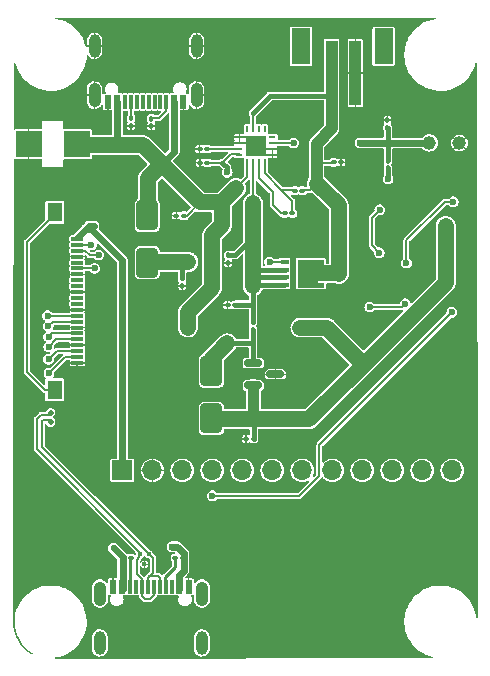
<source format=gbl>
%TF.GenerationSoftware,KiCad,Pcbnew,7.0.5*%
%TF.CreationDate,2023-07-07T08:41:41+03:00*%
%TF.ProjectId,carrier_board_v1,63617272-6965-4725-9f62-6f6172645f76,v01*%
%TF.SameCoordinates,Original*%
%TF.FileFunction,Copper,L2,Bot*%
%TF.FilePolarity,Positive*%
%FSLAX46Y46*%
G04 Gerber Fmt 4.6, Leading zero omitted, Abs format (unit mm)*
G04 Created by KiCad (PCBNEW 7.0.5) date 2023-07-07 08:41:41*
%MOMM*%
%LPD*%
G01*
G04 APERTURE LIST*
G04 Aperture macros list*
%AMRoundRect*
0 Rectangle with rounded corners*
0 $1 Rounding radius*
0 $2 $3 $4 $5 $6 $7 $8 $9 X,Y pos of 4 corners*
0 Add a 4 corners polygon primitive as box body*
4,1,4,$2,$3,$4,$5,$6,$7,$8,$9,$2,$3,0*
0 Add four circle primitives for the rounded corners*
1,1,$1+$1,$2,$3*
1,1,$1+$1,$4,$5*
1,1,$1+$1,$6,$7*
1,1,$1+$1,$8,$9*
0 Add four rect primitives between the rounded corners*
20,1,$1+$1,$2,$3,$4,$5,0*
20,1,$1+$1,$4,$5,$6,$7,0*
20,1,$1+$1,$6,$7,$8,$9,0*
20,1,$1+$1,$8,$9,$2,$3,0*%
%AMOutline4P*
0 Free polygon, 4 corners , with rotation*
0 The origin of the aperture is its center*
0 number of corners: always 4*
0 $1 to $8 corner X, Y*
0 $9 Rotation angle, in degrees counterclockwise*
0 create outline with 4 corners*
4,1,4,$1,$2,$3,$4,$5,$6,$7,$8,$1,$2,$9*%
%AMFreePoly0*
4,1,17,1.395000,0.765000,0.855000,0.765000,0.855000,0.535000,1.395000,0.535000,1.395000,0.115000,0.855000,0.115000,0.855000,-0.115000,1.395000,-0.115000,1.395000,-0.535000,0.855000,-0.535000,0.855000,-0.765000,1.395000,-0.765000,1.395000,-1.185000,-0.855000,-1.185000,-0.855000,1.185000,1.395000,1.185000,1.395000,0.765000,1.395000,0.765000,$1*%
G04 Aperture macros list end*
%TA.AperFunction,ComponentPad*%
%ADD10R,1.700000X1.700000*%
%TD*%
%TA.AperFunction,ComponentPad*%
%ADD11O,1.700000X1.700000*%
%TD*%
%TA.AperFunction,SMDPad,CuDef*%
%ADD12RoundRect,0.100000X0.100000X-0.130000X0.100000X0.130000X-0.100000X0.130000X-0.100000X-0.130000X0*%
%TD*%
%TA.AperFunction,SMDPad,CuDef*%
%ADD13RoundRect,0.150000X-0.587500X-0.150000X0.587500X-0.150000X0.587500X0.150000X-0.587500X0.150000X0*%
%TD*%
%TA.AperFunction,ComponentPad*%
%ADD14C,0.499999*%
%TD*%
%TA.AperFunction,SMDPad,CuDef*%
%ADD15R,1.679999X1.679999*%
%TD*%
%TA.AperFunction,SMDPad,CuDef*%
%ADD16R,0.240000X0.599999*%
%TD*%
%TA.AperFunction,SMDPad,CuDef*%
%ADD17R,0.599999X0.240000*%
%TD*%
%TA.AperFunction,ComponentPad*%
%ADD18C,1.168400*%
%TD*%
%TA.AperFunction,SMDPad,CuDef*%
%ADD19RoundRect,0.100000X-0.130000X-0.100000X0.130000X-0.100000X0.130000X0.100000X-0.130000X0.100000X0*%
%TD*%
%TA.AperFunction,SMDPad,CuDef*%
%ADD20RoundRect,0.100000X0.130000X0.100000X-0.130000X0.100000X-0.130000X-0.100000X0.130000X-0.100000X0*%
%TD*%
%TA.AperFunction,SMDPad,CuDef*%
%ADD21R,0.600000X1.150000*%
%TD*%
%TA.AperFunction,SMDPad,CuDef*%
%ADD22R,0.300000X1.150000*%
%TD*%
%TA.AperFunction,ComponentPad*%
%ADD23O,1.050000X2.100000*%
%TD*%
%TA.AperFunction,ComponentPad*%
%ADD24O,1.000000X2.000000*%
%TD*%
%TA.AperFunction,SMDPad,CuDef*%
%ADD25R,0.300000X0.300000*%
%TD*%
%TA.AperFunction,SMDPad,CuDef*%
%ADD26R,2.209800X2.260600*%
%TD*%
%TA.AperFunction,SMDPad,CuDef*%
%ADD27Outline4P,-0.800000X-1.500000X0.800000X-1.500000X0.800000X1.500000X-0.800000X1.500000X180.000000*%
%TD*%
%TA.AperFunction,SMDPad,CuDef*%
%ADD28Outline4P,-0.500000X-2.750000X0.500000X-2.750000X0.500000X2.750000X-0.500000X2.750000X180.000000*%
%TD*%
%TA.AperFunction,SMDPad,CuDef*%
%ADD29R,1.000000X0.300000*%
%TD*%
%TA.AperFunction,SMDPad,CuDef*%
%ADD30R,1.300000X1.650000*%
%TD*%
%TA.AperFunction,SMDPad,CuDef*%
%ADD31RoundRect,0.100000X-0.100000X0.130000X-0.100000X-0.130000X0.100000X-0.130000X0.100000X0.130000X0*%
%TD*%
%TA.AperFunction,SMDPad,CuDef*%
%ADD32RoundRect,0.250000X0.650000X-1.000000X0.650000X1.000000X-0.650000X1.000000X-0.650000X-1.000000X0*%
%TD*%
%TA.AperFunction,SMDPad,CuDef*%
%ADD33R,0.700000X0.420000*%
%TD*%
%TA.AperFunction,SMDPad,CuDef*%
%ADD34FreePoly0,0.000000*%
%TD*%
%TA.AperFunction,ViaPad*%
%ADD35C,0.600000*%
%TD*%
%TA.AperFunction,ViaPad*%
%ADD36C,0.590000*%
%TD*%
%TA.AperFunction,ViaPad*%
%ADD37C,0.508000*%
%TD*%
%TA.AperFunction,Conductor*%
%ADD38C,1.367030*%
%TD*%
%TA.AperFunction,Conductor*%
%ADD39C,0.200000*%
%TD*%
%TA.AperFunction,Conductor*%
%ADD40C,0.600000*%
%TD*%
%TA.AperFunction,Conductor*%
%ADD41C,0.400000*%
%TD*%
%TA.AperFunction,Conductor*%
%ADD42C,0.950000*%
%TD*%
%TA.AperFunction,Conductor*%
%ADD43C,1.000000*%
%TD*%
%TA.AperFunction,Conductor*%
%ADD44C,0.250000*%
%TD*%
G04 APERTURE END LIST*
D10*
%TO.P,J7,1,Pin_1*%
%TO.N,+3.3V*%
X136075000Y-117200000D03*
D11*
%TO.P,J7,2,Pin_2*%
%TO.N,GND*%
X138615000Y-117200000D03*
%TO.P,J7,3,Pin_3*%
%TO.N,/CM4 GPIO and power pins/GPIO14*%
X141155000Y-117200000D03*
%TO.P,J7,4,Pin_4*%
%TO.N,/CM4 GPIO and power pins/GPIO15*%
X143695000Y-117200000D03*
%TO.P,J7,5,Pin_5*%
%TO.N,/CM4 GPIO and power pins/GPIO10*%
X146235000Y-117200000D03*
%TO.P,J7,6,Pin_6*%
%TO.N,/CM4 GPIO and power pins/GPIO9*%
X148775000Y-117200000D03*
%TO.P,J7,7,Pin_7*%
%TO.N,/CM4 GPIO and power pins/GPIO11*%
X151315000Y-117200000D03*
%TO.P,J7,8,Pin_8*%
%TO.N,/CM4 GPIO and power pins/GPIO8*%
X153855000Y-117200000D03*
%TO.P,J7,9,Pin_9*%
%TO.N,/CM4 GPIO and power pins/GPIO7*%
X156395000Y-117200000D03*
%TO.P,J7,10,Pin_10*%
%TO.N,/CM4 GPIO and power pins/nRPIBOOT*%
X158935000Y-117200000D03*
%TO.P,J7,11,Pin_11*%
%TO.N,/CM4 GPIO and power pins/GPIO2*%
X161475000Y-117200000D03*
%TO.P,J7,12,Pin_12*%
%TO.N,/CM4 GPIO and power pins/GPIO3*%
X164015000Y-117200000D03*
%TD*%
D12*
%TO.P,L1,1*%
%TO.N,Net-(D2-A)*%
X147130000Y-105280000D03*
%TO.P,L1,2*%
%TO.N,/CM4 GPIO and power pins/PMID*%
X147130000Y-104640000D03*
%TD*%
%TO.P,R6,1*%
%TO.N,GND*%
X136800000Y-88040000D03*
%TO.P,R6,2*%
%TO.N,Net-(J6-CC1)*%
X136800000Y-87400000D03*
%TD*%
%TO.P,R2,1*%
%TO.N,/CM4 GPIO and power pins/TS*%
X158525000Y-88175000D03*
%TO.P,R2,2*%
%TO.N,GND*%
X158525000Y-87535000D03*
%TD*%
D13*
%TO.P,U5,1,VOUT*%
%TO.N,+5V*%
X147155000Y-110010000D03*
%TO.P,U5,2,SW*%
%TO.N,Net-(D2-A)*%
X147155000Y-108110000D03*
%TO.P,U5,3,GND*%
%TO.N,GND*%
X149030000Y-109060000D03*
%TD*%
D12*
%TO.P,R1,1*%
%TO.N,/CM4 GPIO and power pins/REGN*%
X158550000Y-91625000D03*
%TO.P,R1,2*%
%TO.N,/CM4 GPIO and power pins/TS*%
X158550000Y-90985000D03*
%TD*%
%TO.P,R5,1*%
%TO.N,GND*%
X141150000Y-101575000D03*
%TO.P,R5,2*%
%TO.N,Net-(D1-K)*%
X141150000Y-100935000D03*
%TD*%
D14*
%TO.P,U1,17,PAD*%
%TO.N,GND*%
X147964999Y-90314998D03*
X147964999Y-89135001D03*
D15*
X147375003Y-89725000D03*
D14*
X147375000Y-89725000D03*
X146785001Y-90314998D03*
X146785001Y-89135001D03*
D16*
%TO.P,U1,16,VBUS*%
%TO.N,+5V*%
X146625002Y-91124999D03*
%TO.P,U1,15,PMID*%
%TO.N,/CM4 GPIO and power pins/PMID*%
X147125000Y-91124999D03*
%TO.P,U1,14,BTST*%
%TO.N,Net-(U1-BTST)*%
X147625002Y-91124999D03*
%TO.P,U1,13,SW*%
%TO.N,Net-(U1-SW)*%
X148125001Y-91124999D03*
D17*
%TO.P,U1,12,GND*%
%TO.N,GND*%
X148775000Y-90475001D03*
%TO.P,U1,11,GND*%
X148775000Y-89975002D03*
%TO.P,U1,10,TS*%
%TO.N,/CM4 GPIO and power pins/TS*%
X148775000Y-89475000D03*
%TO.P,U1,9,NC*%
%TO.N,unconnected-(U1-NC-Pad9)*%
X148775000Y-88975001D03*
D16*
%TO.P,U1,8,NC*%
%TO.N,unconnected-(U1-NC-Pad8)*%
X148125001Y-88325000D03*
%TO.P,U1,7,NC*%
%TO.N,unconnected-(U1-NC-Pad7)*%
X147625002Y-88325000D03*
%TO.P,U1,6,BAT*%
%TO.N,Net-(Q1-D)*%
X147125000Y-88325000D03*
%TO.P,U1,5,NC*%
%TO.N,unconnected-(U1-NC-Pad5)*%
X146625002Y-88325000D03*
D17*
%TO.P,U1,4,VSET*%
%TO.N,GND*%
X145975000Y-88975001D03*
%TO.P,U1,3,STAT*%
X145975000Y-89475000D03*
%TO.P,U1,2,ICHG_EN*%
%TO.N,Net-(U1-ICHG_EN)*%
X145975000Y-89975002D03*
%TO.P,U1,1,REGN*%
%TO.N,/CM4 GPIO and power pins/REGN*%
X145975000Y-90475001D03*
%TD*%
D18*
%TO.P,C7,1*%
%TO.N,/CM4 GPIO and power pins/TS*%
X162080000Y-89475000D03*
%TO.P,C7,2*%
%TO.N,GND*%
X164620000Y-89475000D03*
%TD*%
D19*
%TO.P,C6,1*%
%TO.N,Net-(Q1-D)*%
X153960000Y-91125000D03*
%TO.P,C6,2*%
%TO.N,GND*%
X154600000Y-91125000D03*
%TD*%
D20*
%TO.P,C3,1*%
%TO.N,+5V*%
X141300000Y-95625000D03*
%TO.P,C3,2*%
%TO.N,GND*%
X140660000Y-95625000D03*
%TD*%
D21*
%TO.P,J4,A1_B12,GND*%
%TO.N,GND*%
X141687500Y-127050000D03*
%TO.P,J4,A4_B9,VBUS*%
%TO.N,+5V*%
X140887500Y-127050000D03*
D22*
%TO.P,J4,A5,CC1*%
%TO.N,Net-(J4-CC1)*%
X139737500Y-127050000D03*
%TO.P,J4,A6,DP1*%
%TO.N,/CM4 Camera pins/USB2_P*%
X138737500Y-127050000D03*
%TO.P,J4,A7,DN1*%
%TO.N,/CM4 Camera pins/USB2_N*%
X138237500Y-127050000D03*
%TO.P,J4,A8,SBU1*%
%TO.N,unconnected-(J4-SBU1-PadA8)*%
X137237500Y-127050000D03*
D21*
%TO.P,J4,B1_A12,GND*%
%TO.N,GND*%
X135287500Y-127050000D03*
%TO.P,J4,B4_A9,VBUS*%
%TO.N,+5V*%
X136087500Y-127050000D03*
D22*
%TO.P,J4,B5,CC2*%
%TO.N,Net-(J4-CC2)*%
X136737500Y-127050000D03*
%TO.P,J4,B6,DP2*%
%TO.N,/CM4 Camera pins/USB2_P*%
X137737500Y-127050000D03*
%TO.P,J4,B7,DN2*%
%TO.N,/CM4 Camera pins/USB2_N*%
X139237500Y-127050000D03*
%TO.P,J4,B8,SBU2*%
%TO.N,unconnected-(J4-SBU2-PadB8)*%
X140237500Y-127050000D03*
D23*
%TO.P,J4,S1,SHELL_GND*%
%TO.N,Net-(J4-SHELL_GND-PadS1)*%
X142807500Y-127625000D03*
D24*
%TO.P,J4,S2,SHELL_GND*%
X142807500Y-131805000D03*
%TO.P,J4,S3,SHELL_GND*%
X134167500Y-131805000D03*
D23*
%TO.P,J4,S4,SHELL_GND*%
X134167500Y-127625000D03*
%TD*%
D25*
%TO.P,U3,1,D+*%
%TO.N,/CM4 Camera pins/USB2_P*%
X137600000Y-124300000D03*
%TO.P,U3,2,D-*%
%TO.N,/CM4 Camera pins/USB2_N*%
X138300000Y-124300000D03*
%TO.P,U3,3,GND*%
%TO.N,GND*%
X137950000Y-125150000D03*
%TD*%
D20*
%TO.P,R3,1*%
%TO.N,+5V*%
X141190000Y-124600000D03*
%TO.P,R3,2*%
%TO.N,Net-(J4-CC1)*%
X140550000Y-124600000D03*
%TD*%
%TO.P,C1,1*%
%TO.N,+5V*%
X147190000Y-114525000D03*
%TO.P,C1,2*%
%TO.N,GND*%
X146550000Y-114525000D03*
%TD*%
%TO.P,C8,1*%
%TO.N,/CM4 GPIO and power pins/PMID*%
X145620000Y-103185000D03*
%TO.P,C8,2*%
%TO.N,GND*%
X144980000Y-103185000D03*
%TD*%
D21*
%TO.P,J6,A1_B12,GND*%
%TO.N,GND*%
X134850000Y-86005000D03*
%TO.P,J6,A4_B9,VBUS*%
%TO.N,+5V*%
X135650000Y-86005000D03*
D22*
%TO.P,J6,A5,CC1*%
%TO.N,Net-(J6-CC1)*%
X136800000Y-86005000D03*
%TO.P,J6,A6,DP1*%
%TO.N,unconnected-(J6-DP1-PadA6)*%
X137800000Y-86005000D03*
%TO.P,J6,A7,DN1*%
%TO.N,unconnected-(J6-DN1-PadA7)*%
X138300000Y-86005000D03*
%TO.P,J6,A8,SBU1*%
%TO.N,unconnected-(J6-SBU1-PadA8)*%
X139300000Y-86005000D03*
D21*
%TO.P,J6,B1_A12,GND*%
%TO.N,GND*%
X141250000Y-86005000D03*
%TO.P,J6,B4_A9,VBUS*%
%TO.N,+5V*%
X140450000Y-86005000D03*
D22*
%TO.P,J6,B5,CC2*%
%TO.N,Net-(J6-CC2)*%
X139800000Y-86005000D03*
%TO.P,J6,B6,DP2*%
%TO.N,unconnected-(J6-DP2-PadB6)*%
X138800000Y-86005000D03*
%TO.P,J6,B7,DN2*%
%TO.N,unconnected-(J6-DN2-PadB7)*%
X137300000Y-86005000D03*
%TO.P,J6,B8,SBU2*%
%TO.N,unconnected-(J6-SBU2-PadB8)*%
X136300000Y-86005000D03*
D23*
%TO.P,J6,S1,SHELL_GND*%
%TO.N,GND*%
X133730000Y-85430000D03*
D24*
%TO.P,J6,S2,SHELL_GND*%
X133730000Y-81250000D03*
%TO.P,J6,S3,SHELL_GND*%
X142370000Y-81250000D03*
D23*
%TO.P,J6,S4,SHELL_GND*%
X142370000Y-85430000D03*
%TD*%
D26*
%TO.P,CR1,1*%
%TO.N,+5V*%
X132239400Y-89575000D03*
%TO.P,CR1,2*%
%TO.N,GND*%
X128150000Y-89575000D03*
%TD*%
D19*
%TO.P,L2,1*%
%TO.N,Net-(U1-SW)*%
X150667500Y-93510000D03*
%TO.P,L2,2*%
%TO.N,Net-(Q1-D)*%
X151307500Y-93510000D03*
%TD*%
D12*
%TO.P,R9,1*%
%TO.N,GND*%
X138525000Y-88050000D03*
%TO.P,R9,2*%
%TO.N,Net-(J6-CC2)*%
X138525000Y-87410000D03*
%TD*%
D20*
%TO.P,C5,1*%
%TO.N,/CM4 GPIO and power pins/REGN*%
X143275000Y-91150000D03*
%TO.P,C5,2*%
%TO.N,GND*%
X142635000Y-91150000D03*
%TD*%
D27*
%TO.P,J1,*%
%TO.N,*%
X158200000Y-81300000D03*
X151200000Y-81300000D03*
D28*
%TO.P,J1,1*%
%TO.N,GND*%
X155800000Y-83550000D03*
%TO.P,J1,2*%
%TO.N,Net-(Q1-D)*%
X153800000Y-83550000D03*
%TD*%
D29*
%TO.P,J3,1,1*%
%TO.N,GND*%
X132252800Y-108102250D03*
%TO.P,J3,2,2*%
%TO.N,/CM4 Camera pins/CAM0_D0_N*%
X132252800Y-107602250D03*
%TO.P,J3,3,3*%
%TO.N,/CM4 Camera pins/CAM0_D0_P*%
X132252800Y-107102250D03*
%TO.P,J3,4,4*%
%TO.N,GND*%
X132252800Y-106602250D03*
%TO.P,J3,5,5*%
%TO.N,/CM4 Camera pins/CAM0_D1_N*%
X132252800Y-106102250D03*
%TO.P,J3,6,6*%
%TO.N,/CM4 Camera pins/CAM0_D1_P*%
X132252800Y-105602250D03*
%TO.P,J3,7,7*%
%TO.N,GND*%
X132252800Y-105102250D03*
%TO.P,J3,8,8*%
%TO.N,/CM4 Camera pins/CAM0_C_N*%
X132252800Y-104602250D03*
%TO.P,J3,9,9*%
%TO.N,/CM4 Camera pins/CAM0_C_P*%
X132252800Y-104102250D03*
%TO.P,J3,10,10*%
%TO.N,GND*%
X132252800Y-103602250D03*
%TO.P,J3,11,11*%
%TO.N,unconnected-(J3-Pad11)*%
X132252800Y-103102250D03*
%TO.P,J3,12,12*%
%TO.N,unconnected-(J3-Pad12)*%
X132252800Y-102602250D03*
%TO.P,J3,13,13*%
%TO.N,GND*%
X132252800Y-102102250D03*
%TO.P,J3,14,14*%
%TO.N,unconnected-(J3-Pad14)*%
X132252800Y-101602250D03*
%TO.P,J3,15,15*%
%TO.N,unconnected-(J3-Pad15)*%
X132252800Y-101102250D03*
%TO.P,J3,16,16*%
%TO.N,GND*%
X132252800Y-100602250D03*
%TO.P,J3,17,17*%
%TO.N,CAM_GPIO*%
X132252800Y-100102250D03*
%TO.P,J3,18,18*%
%TO.N,unconnected-(J3-Pad18)*%
X132252800Y-99602250D03*
%TO.P,J3,19,19*%
%TO.N,GND*%
X132252800Y-99102250D03*
%TO.P,J3,20,20*%
%TO.N,SCL0*%
X132252800Y-98602250D03*
%TO.P,J3,21,21*%
%TO.N,SDA0*%
X132252800Y-98102250D03*
%TO.P,J3,22,22*%
%TO.N,+3.3V*%
X132252800Y-97602250D03*
D30*
%TO.P,J3,SH1,SHIELD*%
%TO.N,unconnected-(J3-SHIELD-PadSH1)*%
X130352800Y-110377250D03*
%TO.P,J3,SH2,SHIELD*%
X130352800Y-95327250D03*
%TD*%
D19*
%TO.P,C4,1*%
%TO.N,Net-(U1-BTST)*%
X149817500Y-95435000D03*
%TO.P,C4,2*%
%TO.N,Net-(U1-SW)*%
X150457500Y-95435000D03*
%TD*%
D31*
%TO.P,C2,1*%
%TO.N,/CM4 GPIO and power pins/PMID*%
X145050000Y-99000000D03*
%TO.P,C2,2*%
%TO.N,GND*%
X145050000Y-99640000D03*
%TD*%
D19*
%TO.P,R4,1*%
%TO.N,+5V*%
X136160000Y-124625000D03*
%TO.P,R4,2*%
%TO.N,Net-(J4-CC2)*%
X136800000Y-124625000D03*
%TD*%
D32*
%TO.P,D2,1,K*%
%TO.N,+5V*%
X143605000Y-112785000D03*
%TO.P,D2,2,A*%
%TO.N,Net-(D2-A)*%
X143605000Y-108785000D03*
%TD*%
D33*
%TO.P,Q1,1,S*%
%TO.N,/CM4 GPIO and power pins/PMID*%
X149805000Y-101510000D03*
%TO.P,Q1,2,S*%
X149805000Y-100860000D03*
%TO.P,Q1,3,S*%
X149805000Y-100210000D03*
%TO.P,Q1,4,G*%
%TO.N,Net-(D1-K)*%
X149805000Y-99560000D03*
D34*
%TO.P,Q1,5,D*%
%TO.N,Net-(Q1-D)*%
X151760000Y-100535000D03*
%TD*%
D32*
%TO.P,D1,1,K*%
%TO.N,Net-(D1-K)*%
X138175000Y-99600000D03*
%TO.P,D1,2,A*%
%TO.N,+5V*%
X138175000Y-95600000D03*
%TD*%
D19*
%TO.P,R10,1*%
%TO.N,GND*%
X142610000Y-89975000D03*
%TO.P,R10,2*%
%TO.N,Net-(U1-ICHG_EN)*%
X143250000Y-89975000D03*
%TD*%
D35*
%TO.N,+5V*%
X163850000Y-96475000D03*
X140289750Y-123660250D03*
X163850000Y-97625000D03*
X141625010Y-105099986D03*
X151150000Y-105100000D03*
D36*
X135334750Y-123790250D03*
D35*
%TO.N,GND*%
X165150000Y-124350000D03*
X137375000Y-105675000D03*
X132750000Y-94075000D03*
X145725000Y-132425000D03*
X134250000Y-106900000D03*
X157850000Y-100275000D03*
X127825000Y-85675000D03*
X147575000Y-79600000D03*
X132050000Y-115900000D03*
X132075000Y-116850000D03*
X153075000Y-103275000D03*
X158300000Y-85675000D03*
X160775000Y-85675000D03*
X127800000Y-123075000D03*
X155000000Y-118925000D03*
X137375000Y-103200000D03*
X151175000Y-90850000D03*
X132475000Y-121000000D03*
X139650000Y-103250000D03*
X140925000Y-113275000D03*
X163925000Y-112225000D03*
X139175000Y-113325000D03*
X146275000Y-79600000D03*
X149975000Y-91650000D03*
X163925000Y-110100000D03*
X138500000Y-119975000D03*
X127775000Y-116325000D03*
X156250000Y-94000000D03*
X145275000Y-85525000D03*
X134950000Y-99900000D03*
X150850000Y-103275000D03*
X154675000Y-114500000D03*
X160850000Y-94100000D03*
X132750000Y-92700000D03*
X134225000Y-102975000D03*
X160150000Y-111425000D03*
X163850000Y-95325000D03*
X150725000Y-132450000D03*
X127825000Y-121350000D03*
X165175000Y-122700000D03*
X129575000Y-98475000D03*
X132475000Y-122325000D03*
X145300000Y-83875000D03*
X127800000Y-119850000D03*
X159300000Y-132400000D03*
X158625000Y-111825000D03*
X160000000Y-101225000D03*
X145775000Y-129600000D03*
X155650000Y-113675000D03*
X129625000Y-100600000D03*
X133175000Y-110725000D03*
X138375000Y-104325000D03*
X134250000Y-105075000D03*
X144650000Y-79625000D03*
X163150000Y-93275000D03*
X145350000Y-126000000D03*
X163950000Y-108200000D03*
X136725000Y-91350000D03*
X140800000Y-121400000D03*
X131900000Y-85600000D03*
X150000000Y-90850000D03*
X147650000Y-118450000D03*
X132450000Y-123800000D03*
X145262537Y-82059813D03*
X133175000Y-108925000D03*
X136450000Y-92925000D03*
X153875000Y-132450000D03*
X160300000Y-109475000D03*
X152425000Y-95300000D03*
X160875000Y-98875000D03*
X157550000Y-119000000D03*
X154675000Y-103325000D03*
X157350000Y-132425000D03*
X148975000Y-79600000D03*
X156200000Y-99325000D03*
X165150000Y-121125000D03*
X160800000Y-95325000D03*
X150325000Y-106825000D03*
X148775000Y-103275000D03*
X139975000Y-94200000D03*
X127800000Y-118075000D03*
X163425000Y-105550000D03*
X142525000Y-122875000D03*
X127100000Y-114750000D03*
X152325000Y-132450000D03*
X127775000Y-126200000D03*
X149175000Y-132450000D03*
X134625000Y-108975000D03*
X165025000Y-85750000D03*
X160775000Y-100500000D03*
X156825000Y-101275000D03*
X140825000Y-108200000D03*
X129200000Y-111700000D03*
X137950000Y-125750000D03*
X165100000Y-126200000D03*
X155675000Y-132425000D03*
X127775000Y-124725000D03*
X147475000Y-132450000D03*
X159075000Y-110675000D03*
X150050000Y-118525000D03*
X137475000Y-113300000D03*
X137475000Y-111825000D03*
%TO.N,/CM4 GPIO and power pins/REGN*%
X158575000Y-92525000D03*
X144950000Y-91950000D03*
%TO.N,/CM4 GPIO and power pins/TS*%
X156200000Y-89475000D03*
X150575000Y-89475000D03*
%TO.N,Net-(D1-K)*%
X141675000Y-99550000D03*
X148550000Y-99550000D03*
%TO.N,/CM4 Camera pins/CAM0_D0_N*%
X129863709Y-108974978D03*
%TO.N,/CM4 Camera pins/CAM0_D0_P*%
X129825000Y-107787740D03*
%TO.N,/CM4 Camera pins/CAM0_D1_N*%
X129850000Y-106725000D03*
%TO.N,/CM4 Camera pins/CAM0_D1_P*%
X129825000Y-105875000D03*
%TO.N,/CM4 Camera pins/CAM0_C_N*%
X129800000Y-104975000D03*
%TO.N,/CM4 Camera pins/CAM0_C_P*%
X129750000Y-104099998D03*
%TO.N,CAM_GPIO*%
X160125000Y-99650000D03*
X133724998Y-100102250D03*
X164082365Y-94452769D03*
%TO.N,SCL0*%
X134075000Y-98950000D03*
%TO.N,SDA0*%
X133450006Y-98102250D03*
D37*
%TO.N,/CM4 Camera pins/USB2_N*%
X130000000Y-113100000D03*
%TO.N,/CM4 Camera pins/USB2_P*%
X130000000Y-112300000D03*
D35*
%TO.N,+3.3V*%
X157875000Y-95124996D03*
X157825000Y-98775000D03*
X133675000Y-96500000D03*
%TO.N,/CM4 GPIO and power pins/GPIO15*%
X163975000Y-103800000D03*
X143700000Y-119350000D03*
%TO.N,/CM4 GPIO and power pins/GPIO3*%
X157025000Y-103375000D03*
X160025000Y-103075000D03*
%TD*%
D38*
%TO.N,+5V*%
X143675000Y-97275000D02*
X143675000Y-101725000D01*
X139412500Y-91262500D02*
X142662500Y-94512500D01*
D39*
X141300000Y-95625000D02*
X141550000Y-95625000D01*
D38*
X142662500Y-94512500D02*
X143400000Y-94512500D01*
D40*
X141264900Y-124214900D02*
X140710250Y-123660250D01*
D38*
X147400000Y-112875000D02*
X151900000Y-112875000D01*
D41*
X147200000Y-114525000D02*
X147200000Y-113075000D01*
D39*
X143500000Y-94612500D02*
X143400000Y-94512500D01*
X146625000Y-91000000D02*
X146625000Y-92375000D01*
D38*
X135400000Y-89650000D02*
X137800000Y-89650000D01*
D40*
X136095100Y-127245500D02*
X136095100Y-124550600D01*
D39*
X142412500Y-94512500D02*
X142662500Y-94512500D01*
D38*
X143600000Y-112875000D02*
X147400000Y-112875000D01*
D40*
X140475000Y-90200000D02*
X139412500Y-91262500D01*
X140894800Y-126044439D02*
X141264900Y-125674339D01*
X140475000Y-86025000D02*
X140475000Y-90200000D01*
D38*
X151900000Y-112875000D02*
X156525000Y-108250000D01*
D40*
X135650000Y-86025000D02*
X135650000Y-89400000D01*
D38*
X143400000Y-94512500D02*
X144487500Y-94512500D01*
D40*
X140894800Y-127271800D02*
X140894800Y-126044439D01*
D38*
X156525000Y-108250000D02*
X153375000Y-105100000D01*
D40*
X136094200Y-127246400D02*
X136095100Y-127245500D01*
D38*
X132050000Y-89650000D02*
X135400000Y-89650000D01*
D40*
X136095100Y-124550600D02*
X135334750Y-123790250D01*
D39*
X141550000Y-95625000D02*
X142662500Y-94512500D01*
D38*
X163450000Y-101325000D02*
X163450000Y-97850000D01*
X138225000Y-92450000D02*
X139412500Y-91262500D01*
D42*
X147175000Y-110050000D02*
X147175000Y-112650000D01*
D38*
X145725000Y-93275000D02*
X144487500Y-94512500D01*
D40*
X140710250Y-123660250D02*
X140289750Y-123660250D01*
D41*
X147200000Y-113075000D02*
X147400000Y-112875000D01*
D38*
X144487500Y-94512500D02*
X144487500Y-96462500D01*
D39*
X146625000Y-92375000D02*
X145725000Y-93275000D01*
D41*
X163450053Y-96500053D02*
X163450000Y-96500000D01*
D38*
X143675000Y-101725000D02*
X141625010Y-103774990D01*
X156525000Y-108250000D02*
X163450000Y-101325000D01*
D42*
X147175000Y-112650000D02*
X147400000Y-112875000D01*
D38*
X141625010Y-103774990D02*
X141625010Y-105099986D01*
D40*
X135650000Y-89400000D02*
X135400000Y-89650000D01*
D38*
X153375000Y-105100000D02*
X151150000Y-105100000D01*
X137800000Y-89650000D02*
X139412500Y-91262500D01*
X144487500Y-96462500D02*
X143675000Y-97275000D01*
X138225000Y-95650000D02*
X138225000Y-92450000D01*
D40*
X141264900Y-125674339D02*
X141264900Y-124214900D01*
D38*
X163450000Y-97200000D02*
X163450000Y-97850000D01*
X163450000Y-96500000D02*
X163450000Y-97200000D01*
D39*
%TO.N,GND*%
X145975000Y-89475000D02*
X147125000Y-89475000D01*
X148775000Y-90475001D02*
X148125004Y-90475001D01*
X146625004Y-88975001D02*
X147375003Y-89725000D01*
X148775000Y-89975002D02*
X147625005Y-89975002D01*
X145975000Y-88975001D02*
X146625004Y-88975001D01*
X148125004Y-90475001D02*
X147375003Y-89725000D01*
X147625005Y-89975002D02*
X147375003Y-89725000D01*
X147125000Y-89475000D02*
X147375000Y-89725000D01*
D41*
%TO.N,/CM4 GPIO and power pins/PMID*%
X146980000Y-103160000D02*
X147130000Y-103310000D01*
X149805000Y-100210000D02*
X147225000Y-100210000D01*
D39*
X147125000Y-90925000D02*
X147125000Y-94600000D01*
D38*
X147125000Y-97475000D02*
X147125000Y-94600000D01*
D41*
X147150000Y-100835000D02*
X147125000Y-100860000D01*
X149755000Y-101510000D02*
X147240000Y-101510000D01*
X147130000Y-101630000D02*
X147125000Y-101625000D01*
X149805000Y-100835000D02*
X147150000Y-100835000D01*
D38*
X147125000Y-100110000D02*
X147125000Y-100860000D01*
D41*
X147130000Y-103310000D02*
X147130000Y-101630000D01*
D38*
X147125000Y-97475000D02*
X147125000Y-100110000D01*
X147125000Y-100860000D02*
X147125000Y-101625000D01*
D41*
X147225000Y-100210000D02*
X147125000Y-100110000D01*
X145050000Y-98975000D02*
X145625000Y-98975000D01*
X145625000Y-98975000D02*
X147125000Y-97475000D01*
X147130000Y-104610000D02*
X147130000Y-103310000D01*
X147240000Y-101510000D02*
X147125000Y-101625000D01*
X145605000Y-103160000D02*
X146980000Y-103160000D01*
D39*
%TO.N,Net-(U1-BTST)*%
X148792500Y-94735000D02*
X149492500Y-95435000D01*
X148792500Y-93610000D02*
X148792500Y-94735000D01*
X147617500Y-91135000D02*
X147617500Y-92435000D01*
X149492500Y-95435000D02*
X149817500Y-95435000D01*
X147617500Y-92435000D02*
X148792500Y-93610000D01*
%TO.N,Net-(U1-SW)*%
X150442500Y-95410000D02*
X150442500Y-94385000D01*
X149542500Y-93485000D02*
X148117500Y-92060000D01*
X150442500Y-94385000D02*
X149542500Y-93485000D01*
X150667500Y-93485000D02*
X149542500Y-93485000D01*
X148117500Y-92060000D02*
X148117500Y-91110000D01*
%TO.N,/CM4 GPIO and power pins/REGN*%
X145250000Y-90450000D02*
X145975000Y-90450000D01*
X145250000Y-90450000D02*
X144550000Y-91150000D01*
D41*
X144950000Y-91950000D02*
X144950000Y-91550000D01*
D39*
X144550000Y-91150000D02*
X143250000Y-91150000D01*
D41*
X158575000Y-91625000D02*
X158575000Y-92525000D01*
X144950000Y-91550000D02*
X144550000Y-91150000D01*
D39*
X145975000Y-90450000D02*
X146000000Y-90475000D01*
%TO.N,Net-(Q1-D)*%
X151967500Y-93485000D02*
X152542500Y-92910000D01*
X152575000Y-91150000D02*
X152525000Y-91100000D01*
D38*
X151800000Y-100525000D02*
X154350000Y-100525000D01*
D39*
X147117500Y-88310000D02*
X147117500Y-86935000D01*
D43*
X152525000Y-89525000D02*
X152525000Y-91100000D01*
D39*
X153975000Y-91150000D02*
X152575000Y-91150000D01*
D43*
X152525000Y-91100000D02*
X152525000Y-92892500D01*
D38*
X154350000Y-100525000D02*
X154400000Y-100575000D01*
D41*
X148577500Y-85475000D02*
X153800000Y-85475000D01*
D39*
X152542500Y-89542500D02*
X152525000Y-89525000D01*
D43*
X153800000Y-88250000D02*
X152525000Y-89525000D01*
D38*
X154400000Y-94767500D02*
X154400000Y-100575000D01*
D43*
X153800000Y-83200000D02*
X153800000Y-88250000D01*
D38*
X152542500Y-92910000D02*
X154400000Y-94767500D01*
D41*
X147117500Y-86935000D02*
X148577500Y-85475000D01*
D39*
X151317500Y-93485000D02*
X151967500Y-93485000D01*
D43*
X152525000Y-92892500D02*
X152542500Y-92910000D01*
D40*
%TO.N,/CM4 GPIO and power pins/TS*%
X158600000Y-89475000D02*
X156200000Y-89475000D01*
X162100000Y-89475000D02*
X158600000Y-89475000D01*
D41*
X158550000Y-89525000D02*
X158600000Y-89475000D01*
D39*
X148800000Y-89475000D02*
X150575000Y-89475000D01*
D41*
X158550000Y-90950000D02*
X158550000Y-89525000D01*
X158550000Y-89425000D02*
X158600000Y-89475000D01*
X158550000Y-88175000D02*
X158550000Y-89425000D01*
%TO.N,Net-(D1-K)*%
X141150000Y-99725000D02*
X140975000Y-99550000D01*
D38*
X140975000Y-99550000D02*
X138250000Y-99550000D01*
D39*
X149850000Y-99550000D02*
X148550000Y-99550000D01*
D38*
X138250000Y-99550000D02*
X138225000Y-99525000D01*
X141675000Y-99550000D02*
X140975000Y-99550000D01*
D41*
X141150000Y-100950000D02*
X141150000Y-99725000D01*
%TO.N,Net-(D2-A)*%
X147130000Y-106435000D02*
X144930000Y-106435000D01*
X147130000Y-106435000D02*
X147130000Y-108010000D01*
D38*
X144930000Y-106435000D02*
X143555000Y-107810000D01*
X143555000Y-107810000D02*
X143555000Y-109035000D01*
D41*
X147130000Y-105335000D02*
X147130000Y-106435000D01*
D39*
%TO.N,unconnected-(J3-SHIELD-PadSH1)*%
X127975000Y-108849450D02*
X129502800Y-110377250D01*
X130352800Y-95327250D02*
X130352800Y-95502250D01*
X127975000Y-97880050D02*
X127975000Y-108849450D01*
X129502800Y-110377250D02*
X130352800Y-110377250D01*
X130352800Y-95502250D02*
X127975000Y-97880050D01*
%TO.N,/CM4 Camera pins/CAM0_D0_N*%
X132252800Y-107602250D02*
X131236437Y-107602250D01*
X131236437Y-107602250D02*
X129863709Y-108974978D01*
%TO.N,/CM4 Camera pins/CAM0_D0_P*%
X132252800Y-107102250D02*
X130510490Y-107102250D01*
X130510490Y-107102250D02*
X129825000Y-107787740D01*
%TO.N,/CM4 Camera pins/CAM0_D1_N*%
X132252800Y-106102250D02*
X130472750Y-106102250D01*
X130472750Y-106102250D02*
X129850000Y-106725000D01*
%TO.N,/CM4 Camera pins/CAM0_D1_P*%
X130097750Y-105602250D02*
X129825000Y-105875000D01*
X132252800Y-105602250D02*
X130097750Y-105602250D01*
%TO.N,/CM4 Camera pins/CAM0_C_N*%
X132252800Y-104602250D02*
X130172750Y-104602250D01*
X130172750Y-104602250D02*
X129800000Y-104975000D01*
%TO.N,/CM4 Camera pins/CAM0_C_P*%
X129752252Y-104102250D02*
X129750000Y-104099998D01*
X132252800Y-104102250D02*
X129752252Y-104102250D01*
%TO.N,CAM_GPIO*%
X160125000Y-97681212D02*
X163353443Y-94452769D01*
X160125000Y-99650000D02*
X160125000Y-97681212D01*
X132252800Y-100102250D02*
X133724998Y-100102250D01*
X163353443Y-94452769D02*
X164082365Y-94452769D01*
%TO.N,SCL0*%
X132252800Y-98602250D02*
X132952800Y-98602250D01*
X133300550Y-98950000D02*
X134075000Y-98950000D01*
X132952800Y-98602250D02*
X133300550Y-98950000D01*
%TO.N,SDA0*%
X132252800Y-98102250D02*
X133450006Y-98102250D01*
%TO.N,/CM4 Camera pins/USB2_N*%
X138650000Y-125850000D02*
X138650000Y-124581800D01*
X129825001Y-112925001D02*
X130000000Y-113100000D01*
X138250000Y-127037500D02*
X138237500Y-127050000D01*
X129275000Y-115206800D02*
X129275000Y-113043200D01*
X139237500Y-126275000D02*
X139062500Y-126100000D01*
X139237500Y-127050000D02*
X139237500Y-126275000D01*
X129393199Y-112925001D02*
X129825001Y-112925001D01*
X138412500Y-126100000D02*
X138237500Y-126275000D01*
X139062500Y-126100000D02*
X138412500Y-126100000D01*
X138237500Y-126262500D02*
X138650000Y-125850000D01*
X129275000Y-113043200D02*
X129393199Y-112925001D01*
X138237500Y-126275000D02*
X138237500Y-127050000D01*
X138237500Y-127050000D02*
X138237500Y-126262500D01*
X138650000Y-124581800D02*
X129275000Y-115206800D01*
%TO.N,/CM4 Camera pins/USB2_P*%
X137737500Y-127050000D02*
X137737500Y-127825000D01*
X137300000Y-124750000D02*
X137500000Y-124550000D01*
X128825000Y-115393200D02*
X128825000Y-112856800D01*
X138012500Y-128100000D02*
X138400000Y-128100000D01*
X137737500Y-126387500D02*
X137300000Y-125950000D01*
X129206801Y-112474999D02*
X129825001Y-112474999D01*
X137300000Y-125950000D02*
X137300000Y-124750000D01*
X137500000Y-124550000D02*
X137500000Y-124068200D01*
X137737500Y-127825000D02*
X138012500Y-128100000D01*
X138737500Y-127762500D02*
X138737500Y-127050000D01*
X129825001Y-112474999D02*
X130000000Y-112300000D01*
X137500000Y-124068200D02*
X128825000Y-115393200D01*
X128825000Y-112856800D02*
X129206801Y-112474999D01*
X137737500Y-127050000D02*
X137737500Y-126387500D01*
X138400000Y-128100000D02*
X138737500Y-127762500D01*
D44*
%TO.N,Net-(J4-CC2)*%
X136729200Y-127271800D02*
X136729200Y-124604800D01*
%TO.N,Net-(J4-CC1)*%
X139726400Y-127271800D02*
X139726400Y-126223600D01*
X140564600Y-125385400D02*
X140564600Y-124579400D01*
X139726400Y-126223600D02*
X140564600Y-125385400D01*
D39*
%TO.N,Net-(J6-CC2)*%
X139800000Y-86734800D02*
X139159800Y-87375000D01*
X139159800Y-87375000D02*
X138525000Y-87375000D01*
X139800000Y-85975000D02*
X139800000Y-86734800D01*
%TO.N,Net-(J6-CC1)*%
X136825000Y-85950000D02*
X136825000Y-87450000D01*
D40*
%TO.N,+3.3V*%
X133414713Y-96762500D02*
X136075000Y-99422787D01*
D39*
X157200000Y-98150000D02*
X157200000Y-95799996D01*
D40*
X136075000Y-99422787D02*
X136075000Y-117200000D01*
D39*
X157200000Y-95799996D02*
X157875000Y-95124996D01*
X157825000Y-98775000D02*
X157200000Y-98150000D01*
D40*
X132300000Y-97450000D02*
X132987500Y-96762500D01*
X132987500Y-96762500D02*
X133250000Y-96500000D01*
X133250000Y-96500000D02*
X133675000Y-96500000D01*
X132987500Y-96762500D02*
X133414713Y-96762500D01*
D39*
%TO.N,/CM4 GPIO and power pins/GPIO15*%
X143700000Y-119350000D02*
X151059230Y-119350000D01*
X151059230Y-119350000D02*
X152752600Y-117656630D01*
X152752600Y-115022400D02*
X163975000Y-103800000D01*
X152752600Y-117656630D02*
X152752600Y-115022400D01*
%TO.N,/CM4 GPIO and power pins/GPIO3*%
X157025000Y-103375000D02*
X159725000Y-103375000D01*
X159725000Y-103375000D02*
X160025000Y-103075000D01*
%TO.N,Net-(U1-ICHG_EN)*%
X146025000Y-89975000D02*
X143125000Y-89975000D01*
%TD*%
%TA.AperFunction,Conductor*%
%TO.N,GND*%
G36*
X138000034Y-124506221D02*
G01*
X138002552Y-124504539D01*
X138005971Y-124509657D01*
X138005972Y-124509658D01*
X138039766Y-124560234D01*
X138090342Y-124594028D01*
X138134943Y-124602900D01*
X138287556Y-124602899D01*
X138331750Y-124621205D01*
X138378794Y-124668249D01*
X138397100Y-124712443D01*
X138397100Y-125719356D01*
X138378794Y-125763550D01*
X138080637Y-126061706D01*
X138071169Y-126069477D01*
X138057578Y-126078559D01*
X138055169Y-126080169D01*
X138041059Y-126101285D01*
X138041058Y-126101287D01*
X138041057Y-126101289D01*
X138035633Y-126109406D01*
X137999272Y-126163822D01*
X137997783Y-126167420D01*
X137963960Y-126201246D01*
X137916124Y-126201247D01*
X137905315Y-126195469D01*
X137903829Y-126194476D01*
X137894360Y-126186705D01*
X137571206Y-125863550D01*
X137552900Y-125819356D01*
X137552900Y-125343296D01*
X137571206Y-125299102D01*
X137615400Y-125280796D01*
X137659594Y-125299102D01*
X137676699Y-125331103D01*
X137680368Y-125349552D01*
X137680369Y-125349554D01*
X137708438Y-125391561D01*
X137750446Y-125419630D01*
X137787493Y-125427000D01*
X137886500Y-125427000D01*
X137886500Y-125213500D01*
X138013500Y-125213500D01*
X138013500Y-125427000D01*
X138112507Y-125427000D01*
X138149553Y-125419630D01*
X138149554Y-125419630D01*
X138191561Y-125391561D01*
X138219630Y-125349554D01*
X138219630Y-125349553D01*
X138227000Y-125312507D01*
X138227000Y-125213500D01*
X138013500Y-125213500D01*
X137886500Y-125213500D01*
X137886500Y-124873000D01*
X138013500Y-124873000D01*
X138013500Y-125086500D01*
X138227000Y-125086500D01*
X138227000Y-124987492D01*
X138219630Y-124950446D01*
X138219630Y-124950445D01*
X138191561Y-124908438D01*
X138149553Y-124880369D01*
X138112507Y-124873000D01*
X138013500Y-124873000D01*
X137886500Y-124873000D01*
X137787493Y-124873000D01*
X137750446Y-124880369D01*
X137750445Y-124880369D01*
X137708438Y-124908438D01*
X137680369Y-124950445D01*
X137680369Y-124950446D01*
X137676699Y-124968897D01*
X137650123Y-125008670D01*
X137603206Y-125018002D01*
X137563433Y-124991426D01*
X137552900Y-124956703D01*
X137552900Y-124880641D01*
X137571205Y-124836448D01*
X137656860Y-124750792D01*
X137666328Y-124743023D01*
X137682331Y-124732331D01*
X137738227Y-124648677D01*
X137738455Y-124647529D01*
X137739104Y-124646557D01*
X137740581Y-124642992D01*
X137741290Y-124643285D01*
X137765028Y-124607756D01*
X137787555Y-124598423D01*
X137809658Y-124594028D01*
X137860234Y-124560234D01*
X137894028Y-124509658D01*
X137894028Y-124509656D01*
X137897448Y-124504539D01*
X137899968Y-124506223D01*
X137926072Y-124480112D01*
X137973908Y-124480103D01*
X138000034Y-124506221D01*
G37*
%TD.AperFunction*%
%TA.AperFunction,Conductor*%
G36*
X153128794Y-85846206D02*
G01*
X153147100Y-85890400D01*
X153147100Y-87953671D01*
X153128794Y-87997865D01*
X152119175Y-89007483D01*
X152108479Y-89016054D01*
X152105523Y-89017930D01*
X152105516Y-89017936D01*
X152056409Y-89070227D01*
X152055727Y-89070931D01*
X152034294Y-89092365D01*
X152034280Y-89092381D01*
X152028880Y-89099341D01*
X152026971Y-89101577D01*
X151992596Y-89138183D01*
X151992595Y-89138185D01*
X151979984Y-89161123D01*
X151974602Y-89169316D01*
X151958555Y-89190004D01*
X151958552Y-89190009D01*
X151938612Y-89236086D01*
X151937317Y-89238730D01*
X151913125Y-89282737D01*
X151906612Y-89308100D01*
X151903436Y-89317374D01*
X151893044Y-89341390D01*
X151893040Y-89341400D01*
X151885185Y-89390996D01*
X151884588Y-89393879D01*
X151872100Y-89442519D01*
X151872100Y-89468696D01*
X151871331Y-89478472D01*
X151867236Y-89504328D01*
X151871961Y-89554321D01*
X151872100Y-89557263D01*
X151872100Y-92381037D01*
X151860785Y-92416184D01*
X151860835Y-92416213D01*
X151860697Y-92416455D01*
X151860362Y-92417499D01*
X151859168Y-92419160D01*
X151828346Y-92473677D01*
X151769627Y-92577535D01*
X151757408Y-92617331D01*
X151716228Y-92751446D01*
X151716226Y-92751453D01*
X151701462Y-92932781D01*
X151726022Y-93113050D01*
X151738880Y-93148046D01*
X151736938Y-93195842D01*
X151701768Y-93228266D01*
X151680214Y-93232100D01*
X151645421Y-93232100D01*
X151610700Y-93221567D01*
X151536177Y-93171773D01*
X151536176Y-93171772D01*
X151462411Y-93157100D01*
X151152591Y-93157100D01*
X151152587Y-93157101D01*
X151078824Y-93171772D01*
X151078820Y-93171774D01*
X151022223Y-93209592D01*
X150975307Y-93218924D01*
X150952777Y-93209592D01*
X150896178Y-93171773D01*
X150896176Y-93171772D01*
X150822411Y-93157100D01*
X150512591Y-93157100D01*
X150512587Y-93157101D01*
X150438824Y-93171772D01*
X150438823Y-93171773D01*
X150364299Y-93221567D01*
X150329579Y-93232100D01*
X149673143Y-93232100D01*
X149628949Y-93213794D01*
X148388706Y-91973550D01*
X148370400Y-91929356D01*
X148370400Y-91531496D01*
X148380934Y-91496772D01*
X148382212Y-91494858D01*
X148389029Y-91484657D01*
X148397901Y-91440056D01*
X148397900Y-90809943D01*
X148395207Y-90796405D01*
X148404539Y-90749490D01*
X148444312Y-90722914D01*
X148459421Y-90722174D01*
X148459421Y-90722001D01*
X148711500Y-90722001D01*
X148711500Y-90538501D01*
X148838500Y-90538501D01*
X148838500Y-90722001D01*
X149087507Y-90722001D01*
X149124553Y-90714631D01*
X149124554Y-90714631D01*
X149166561Y-90686562D01*
X149194630Y-90644555D01*
X149194630Y-90644554D01*
X149202000Y-90607508D01*
X149202000Y-90538501D01*
X148838500Y-90538501D01*
X148711500Y-90538501D01*
X148711500Y-90411500D01*
X148838499Y-90411500D01*
X148838500Y-90411501D01*
X149202000Y-90411501D01*
X149202000Y-90342493D01*
X149194630Y-90305447D01*
X149194630Y-90305446D01*
X149164079Y-90259724D01*
X149154747Y-90212808D01*
X149164080Y-90190277D01*
X149194629Y-90144557D01*
X149194630Y-90144555D01*
X149202000Y-90107509D01*
X149202000Y-90038502D01*
X148838500Y-90038502D01*
X148838499Y-90411500D01*
X148711500Y-90411500D01*
X148711500Y-89974002D01*
X148729806Y-89929808D01*
X148774000Y-89911502D01*
X149202000Y-89911502D01*
X149202000Y-89842494D01*
X149194063Y-89802594D01*
X149203395Y-89755677D01*
X149243168Y-89729101D01*
X149255362Y-89727900D01*
X150166324Y-89727900D01*
X150210518Y-89746206D01*
X150213558Y-89749471D01*
X150272942Y-89818004D01*
X150275364Y-89820799D01*
X150384924Y-89891208D01*
X150384926Y-89891208D01*
X150384927Y-89891209D01*
X150509881Y-89927900D01*
X150509883Y-89927900D01*
X150640119Y-89927900D01*
X150736444Y-89899615D01*
X150765076Y-89891208D01*
X150874636Y-89820799D01*
X150959921Y-89722374D01*
X151014023Y-89603909D01*
X151032557Y-89475000D01*
X151014023Y-89346091D01*
X150959921Y-89227626D01*
X150874636Y-89129201D01*
X150765076Y-89058792D01*
X150765074Y-89058791D01*
X150765072Y-89058790D01*
X150640119Y-89022100D01*
X150640117Y-89022100D01*
X150509883Y-89022100D01*
X150509881Y-89022100D01*
X150384927Y-89058790D01*
X150275362Y-89129202D01*
X150213558Y-89200529D01*
X150170783Y-89221941D01*
X150166324Y-89222100D01*
X149281770Y-89222100D01*
X149237576Y-89203794D01*
X149219270Y-89159600D01*
X149220471Y-89147407D01*
X149224092Y-89129200D01*
X149227900Y-89110058D01*
X149227899Y-88839945D01*
X149219028Y-88795343D01*
X149185234Y-88744767D01*
X149134658Y-88710973D01*
X149134657Y-88710972D01*
X149098928Y-88703865D01*
X149090057Y-88702101D01*
X149090056Y-88702101D01*
X148460400Y-88702101D01*
X148416206Y-88683795D01*
X148397900Y-88639603D01*
X148397900Y-88009944D01*
X148389029Y-87965342D01*
X148355235Y-87914766D01*
X148304734Y-87881022D01*
X148304658Y-87880971D01*
X148268929Y-87873864D01*
X148260058Y-87872100D01*
X148260057Y-87872100D01*
X147989946Y-87872100D01*
X147989942Y-87872101D01*
X147945344Y-87880971D01*
X147945339Y-87880973D01*
X147909724Y-87904771D01*
X147862807Y-87914103D01*
X147840278Y-87904771D01*
X147804660Y-87880972D01*
X147789905Y-87878037D01*
X147760059Y-87872100D01*
X147760058Y-87872100D01*
X147489947Y-87872100D01*
X147489943Y-87872101D01*
X147445092Y-87881022D01*
X147398176Y-87871689D01*
X147371601Y-87831915D01*
X147370400Y-87819723D01*
X147370400Y-87207063D01*
X147388705Y-87162870D01*
X148705370Y-85846206D01*
X148749564Y-85827900D01*
X153084600Y-85827900D01*
X153128794Y-85846206D01*
G37*
%TD.AperFunction*%
%TA.AperFunction,Conductor*%
G36*
X139084724Y-86720274D02*
G01*
X139090342Y-86724028D01*
X139134943Y-86732900D01*
X139293358Y-86732899D01*
X139337551Y-86751205D01*
X139355857Y-86795399D01*
X139337551Y-86839593D01*
X139073351Y-87103794D01*
X139029157Y-87122100D01*
X138857062Y-87122100D01*
X138812868Y-87103794D01*
X138810180Y-87100518D01*
X138807328Y-87097666D01*
X138723678Y-87041773D01*
X138723676Y-87041772D01*
X138649911Y-87027100D01*
X138400091Y-87027100D01*
X138400087Y-87027101D01*
X138326324Y-87041772D01*
X138326320Y-87041774D01*
X138242669Y-87097669D01*
X138186773Y-87181321D01*
X138186772Y-87181323D01*
X138172100Y-87255088D01*
X138172100Y-87564908D01*
X138172101Y-87564912D01*
X138186772Y-87638675D01*
X138186774Y-87638679D01*
X138240167Y-87718586D01*
X138249499Y-87765502D01*
X138240167Y-87788032D01*
X138211171Y-87831427D01*
X138211170Y-87831429D01*
X138198000Y-87897643D01*
X138198000Y-87986500D01*
X138852000Y-87986500D01*
X138852000Y-87897644D01*
X138851999Y-87897643D01*
X138838829Y-87831429D01*
X138838828Y-87831427D01*
X138809833Y-87788032D01*
X138800501Y-87741115D01*
X138809833Y-87718586D01*
X138851868Y-87655675D01*
X138891641Y-87629101D01*
X138903834Y-87627900D01*
X139128734Y-87627900D01*
X139140927Y-87629101D01*
X139159799Y-87632855D01*
X139159800Y-87632855D01*
X139159801Y-87632855D01*
X139209138Y-87623041D01*
X139258477Y-87613227D01*
X139321013Y-87571442D01*
X139321013Y-87571441D01*
X139327782Y-87566919D01*
X139327784Y-87566916D01*
X139342131Y-87557331D01*
X139352826Y-87541322D01*
X139360590Y-87531863D01*
X139915406Y-86977046D01*
X139959600Y-86958741D01*
X140003794Y-86977047D01*
X140022100Y-87021241D01*
X140022100Y-89986513D01*
X140003794Y-90030707D01*
X139727879Y-90306622D01*
X139683685Y-90324928D01*
X139639491Y-90306622D01*
X138416378Y-89083509D01*
X138414657Y-89081643D01*
X138405558Y-89070931D01*
X138378594Y-89039186D01*
X138315524Y-88991242D01*
X138314882Y-88990740D01*
X138253123Y-88941096D01*
X138248184Y-88938646D01*
X138238147Y-88932420D01*
X138233760Y-88929086D01*
X138233755Y-88929083D01*
X138233753Y-88929082D01*
X138161886Y-88895833D01*
X138161123Y-88895467D01*
X138090141Y-88860263D01*
X138088096Y-88859754D01*
X138084787Y-88858931D01*
X138073639Y-88855006D01*
X138068648Y-88852697D01*
X138068643Y-88852695D01*
X137991311Y-88835672D01*
X137990488Y-88835479D01*
X137943577Y-88823813D01*
X137913582Y-88816354D01*
X137908075Y-88816204D01*
X137896337Y-88814767D01*
X137890967Y-88813585D01*
X137890966Y-88813585D01*
X137811773Y-88813585D01*
X137810965Y-88813574D01*
X137783676Y-88812835D01*
X137731719Y-88811427D01*
X137727534Y-88812230D01*
X137726312Y-88812465D01*
X137714535Y-88813585D01*
X136165400Y-88813585D01*
X136121206Y-88795279D01*
X136102900Y-88751085D01*
X136102900Y-88103500D01*
X136473000Y-88103500D01*
X136473000Y-88192356D01*
X136486170Y-88258570D01*
X136486171Y-88258572D01*
X136536342Y-88333657D01*
X136611427Y-88383828D01*
X136611429Y-88383829D01*
X136677643Y-88396999D01*
X136677644Y-88397000D01*
X136736500Y-88397000D01*
X136736500Y-88103500D01*
X136863500Y-88103500D01*
X136863500Y-88397000D01*
X136922356Y-88397000D01*
X136922356Y-88396999D01*
X136988570Y-88383829D01*
X136988572Y-88383828D01*
X137063657Y-88333657D01*
X137113828Y-88258572D01*
X137113829Y-88258570D01*
X137126999Y-88192356D01*
X137127000Y-88192356D01*
X137127000Y-88113500D01*
X138198000Y-88113500D01*
X138198000Y-88202356D01*
X138211170Y-88268570D01*
X138211171Y-88268572D01*
X138261342Y-88343657D01*
X138336427Y-88393828D01*
X138336429Y-88393829D01*
X138402643Y-88406999D01*
X138402644Y-88407000D01*
X138461500Y-88407000D01*
X138461500Y-88113500D01*
X138588500Y-88113500D01*
X138588500Y-88407000D01*
X138647356Y-88407000D01*
X138647356Y-88406999D01*
X138713570Y-88393829D01*
X138713572Y-88393828D01*
X138788657Y-88343657D01*
X138838828Y-88268572D01*
X138838829Y-88268570D01*
X138851999Y-88202356D01*
X138852000Y-88202356D01*
X138852000Y-88113500D01*
X138588500Y-88113500D01*
X138461500Y-88113500D01*
X138198000Y-88113500D01*
X137127000Y-88113500D01*
X137127000Y-88103500D01*
X136863500Y-88103500D01*
X136736500Y-88103500D01*
X136473000Y-88103500D01*
X136102900Y-88103500D01*
X136102900Y-86795399D01*
X136121206Y-86751205D01*
X136165397Y-86732899D01*
X136465056Y-86732899D01*
X136497408Y-86726464D01*
X136544323Y-86735796D01*
X136570899Y-86775570D01*
X136572100Y-86787763D01*
X136572100Y-87017891D01*
X136553794Y-87062085D01*
X136544324Y-87069857D01*
X136517673Y-87087665D01*
X136517668Y-87087669D01*
X136461773Y-87171321D01*
X136461772Y-87171323D01*
X136447100Y-87245088D01*
X136447100Y-87554908D01*
X136447101Y-87554912D01*
X136461772Y-87628675D01*
X136461774Y-87628679D01*
X136515167Y-87708586D01*
X136524499Y-87755502D01*
X136515167Y-87778032D01*
X136486171Y-87821427D01*
X136486170Y-87821429D01*
X136473000Y-87887643D01*
X136473000Y-87976500D01*
X137127000Y-87976500D01*
X137127000Y-87887644D01*
X137126999Y-87887643D01*
X137113829Y-87821429D01*
X137113828Y-87821427D01*
X137084833Y-87778032D01*
X137075501Y-87731115D01*
X137084833Y-87708586D01*
X137099019Y-87687356D01*
X137138227Y-87628677D01*
X137152900Y-87554911D01*
X137152899Y-87245090D01*
X137138227Y-87171323D01*
X137105337Y-87122100D01*
X137088433Y-87096801D01*
X137077900Y-87062078D01*
X137077900Y-86795399D01*
X137096206Y-86751205D01*
X137140397Y-86732899D01*
X137465056Y-86732899D01*
X137509658Y-86724028D01*
X137515274Y-86720274D01*
X137562190Y-86710940D01*
X137584724Y-86720274D01*
X137590342Y-86724028D01*
X137634943Y-86732900D01*
X137965056Y-86732899D01*
X138009658Y-86724028D01*
X138015274Y-86720274D01*
X138062190Y-86710940D01*
X138084724Y-86720274D01*
X138090342Y-86724028D01*
X138134943Y-86732900D01*
X138465056Y-86732899D01*
X138509658Y-86724028D01*
X138515274Y-86720274D01*
X138562190Y-86710940D01*
X138584724Y-86720274D01*
X138590342Y-86724028D01*
X138634943Y-86732900D01*
X138965056Y-86732899D01*
X139009658Y-86724028D01*
X139015274Y-86720274D01*
X139062190Y-86710940D01*
X139084724Y-86720274D01*
G37*
%TD.AperFunction*%
%TA.AperFunction,Conductor*%
G36*
X162592635Y-78874680D02*
G01*
X162610941Y-78918874D01*
X162592635Y-78963068D01*
X162559100Y-78980458D01*
X162307943Y-79023923D01*
X162307939Y-79023924D01*
X162307940Y-79023924D01*
X162307935Y-79023925D01*
X161973215Y-79122208D01*
X161973194Y-79122216D01*
X161651856Y-79258013D01*
X161651852Y-79258015D01*
X161348087Y-79429560D01*
X161348086Y-79429560D01*
X161065833Y-79634628D01*
X161065827Y-79634634D01*
X160808824Y-79870511D01*
X160808808Y-79870527D01*
X160580357Y-80134174D01*
X160383439Y-80422156D01*
X160252250Y-80670788D01*
X160220635Y-80730706D01*
X160111426Y-81011209D01*
X160094062Y-81055807D01*
X160005373Y-81393210D01*
X159968611Y-81648905D01*
X159955725Y-81738527D01*
X159947407Y-82029728D01*
X159945763Y-82087263D01*
X159975617Y-82434846D01*
X160044897Y-82776754D01*
X160152705Y-83108554D01*
X160297631Y-83425896D01*
X160477786Y-83724649D01*
X160586649Y-83865825D01*
X160690820Y-84000916D01*
X160933959Y-84251100D01*
X160933964Y-84251104D01*
X160933968Y-84251108D01*
X161055520Y-84350500D01*
X161204032Y-84471938D01*
X161204034Y-84471939D01*
X161204033Y-84471939D01*
X161366119Y-84576105D01*
X161497518Y-84660550D01*
X161497526Y-84660554D01*
X161497533Y-84660558D01*
X161810583Y-84814474D01*
X161810586Y-84814475D01*
X161810592Y-84814478D01*
X162139171Y-84931714D01*
X162478972Y-85010732D01*
X162825566Y-85050500D01*
X162825570Y-85050500D01*
X163087146Y-85050500D01*
X163113260Y-85049006D01*
X163348299Y-85035567D01*
X163692057Y-84976077D01*
X164026793Y-84877789D01*
X164348144Y-84741986D01*
X164651919Y-84570436D01*
X164934159Y-84365377D01*
X165191184Y-84129481D01*
X165419644Y-83865824D01*
X165616560Y-83577844D01*
X165779365Y-83269294D01*
X165905937Y-82944196D01*
X165971652Y-82694189D01*
X166000592Y-82656102D01*
X166047988Y-82649632D01*
X166086076Y-82678572D01*
X166094599Y-82709996D01*
X166156812Y-129648891D01*
X166138565Y-129693110D01*
X166094395Y-129711474D01*
X166050176Y-129693227D01*
X166032041Y-129654322D01*
X166024382Y-129565153D01*
X165955102Y-129223245D01*
X165955101Y-129223240D01*
X165847295Y-128891447D01*
X165702370Y-128574106D01*
X165522215Y-128275353D01*
X165511312Y-128261214D01*
X165309187Y-127999093D01*
X165309182Y-127999087D01*
X165309180Y-127999084D01*
X165066041Y-127748900D01*
X165066034Y-127748895D01*
X165066031Y-127748891D01*
X164835535Y-127560416D01*
X164795968Y-127528062D01*
X164795965Y-127528060D01*
X164795966Y-127528060D01*
X164502490Y-127339455D01*
X164502487Y-127339453D01*
X164502482Y-127339450D01*
X164502478Y-127339448D01*
X164502466Y-127339441D01*
X164189416Y-127185525D01*
X164189402Y-127185520D01*
X164011965Y-127122211D01*
X163860832Y-127068287D01*
X163860834Y-127068287D01*
X163670059Y-127023924D01*
X163521028Y-126989268D01*
X163174434Y-126949500D01*
X162912855Y-126949500D01*
X162912854Y-126949500D01*
X162651709Y-126964432D01*
X162651701Y-126964433D01*
X162307943Y-127023923D01*
X162307939Y-127023924D01*
X162307940Y-127023924D01*
X162307935Y-127023925D01*
X161973215Y-127122208D01*
X161973194Y-127122216D01*
X161651856Y-127258013D01*
X161651852Y-127258015D01*
X161348087Y-127429560D01*
X161348086Y-127429560D01*
X161065833Y-127634628D01*
X161065827Y-127634634D01*
X160808824Y-127870511D01*
X160808808Y-127870527D01*
X160580357Y-128134174D01*
X160383439Y-128422156D01*
X160220635Y-128730706D01*
X160094062Y-129055807D01*
X160005373Y-129393210D01*
X159968613Y-129648891D01*
X159955725Y-129738527D01*
X159946658Y-130055943D01*
X159945763Y-130087263D01*
X159975617Y-130434846D01*
X160044897Y-130776754D01*
X160152705Y-131108554D01*
X160297631Y-131425896D01*
X160477786Y-131724649D01*
X160586649Y-131865825D01*
X160690820Y-132000916D01*
X160933959Y-132251100D01*
X160933964Y-132251104D01*
X160933968Y-132251108D01*
X161044452Y-132341450D01*
X161204032Y-132471938D01*
X161204034Y-132471939D01*
X161204033Y-132471939D01*
X161364180Y-132574859D01*
X161497518Y-132660550D01*
X161497526Y-132660554D01*
X161497533Y-132660558D01*
X161810583Y-132814474D01*
X161810586Y-132814475D01*
X161810592Y-132814478D01*
X162139171Y-132931714D01*
X162366300Y-132984531D01*
X162405199Y-133012370D01*
X162413019Y-133059562D01*
X162385179Y-133098462D01*
X162352212Y-133107906D01*
X130455007Y-133143041D01*
X130410793Y-133124784D01*
X130392438Y-133080610D01*
X130410695Y-133036396D01*
X130444277Y-133018957D01*
X130692057Y-132976077D01*
X131026793Y-132877789D01*
X131348144Y-132741986D01*
X131651919Y-132570436D01*
X131934159Y-132365377D01*
X131955191Y-132346074D01*
X133514600Y-132346074D01*
X133530086Y-132468662D01*
X133590810Y-132622033D01*
X133590812Y-132622037D01*
X133687774Y-132755494D01*
X133796156Y-132845155D01*
X133814878Y-132860643D01*
X133964139Y-132930880D01*
X134126178Y-132961790D01*
X134126178Y-132961789D01*
X134126179Y-132961790D01*
X134135923Y-132961176D01*
X134290814Y-132951432D01*
X134447701Y-132900457D01*
X134586982Y-132812066D01*
X134699905Y-132691815D01*
X134779376Y-132547259D01*
X134820400Y-132387480D01*
X134820400Y-132346074D01*
X142154600Y-132346074D01*
X142170086Y-132468662D01*
X142230810Y-132622033D01*
X142230812Y-132622037D01*
X142327774Y-132755494D01*
X142436156Y-132845155D01*
X142454878Y-132860643D01*
X142604139Y-132930880D01*
X142766178Y-132961790D01*
X142766178Y-132961789D01*
X142766179Y-132961790D01*
X142775923Y-132961176D01*
X142930814Y-132951432D01*
X143087701Y-132900457D01*
X143226982Y-132812066D01*
X143339905Y-132691815D01*
X143419376Y-132547259D01*
X143460400Y-132387480D01*
X143460400Y-131263925D01*
X143444914Y-131141340D01*
X143384188Y-130987963D01*
X143335066Y-130920353D01*
X143287225Y-130854505D01*
X143160122Y-130749357D01*
X143010860Y-130679119D01*
X142848824Y-130648210D01*
X142848820Y-130648209D01*
X142684185Y-130658568D01*
X142527299Y-130709542D01*
X142388017Y-130797934D01*
X142388016Y-130797935D01*
X142275093Y-130918187D01*
X142195623Y-131062742D01*
X142183861Y-131108554D01*
X142154600Y-131222520D01*
X142154600Y-131222522D01*
X142154600Y-131222523D01*
X142154600Y-132346074D01*
X134820400Y-132346074D01*
X134820400Y-131263925D01*
X134804914Y-131141340D01*
X134744188Y-130987963D01*
X134695066Y-130920353D01*
X134647225Y-130854505D01*
X134520122Y-130749357D01*
X134370860Y-130679119D01*
X134208824Y-130648210D01*
X134208820Y-130648209D01*
X134044185Y-130658568D01*
X133887299Y-130709542D01*
X133748017Y-130797934D01*
X133748016Y-130797935D01*
X133635093Y-130918187D01*
X133555623Y-131062742D01*
X133543861Y-131108554D01*
X133514600Y-131222520D01*
X133514600Y-131222522D01*
X133514600Y-131222523D01*
X133514600Y-132346074D01*
X131955191Y-132346074D01*
X132191184Y-132129481D01*
X132419644Y-131865824D01*
X132616560Y-131577844D01*
X132779365Y-131269294D01*
X132905937Y-130944196D01*
X132994626Y-130606790D01*
X133044275Y-130261473D01*
X133054237Y-129912747D01*
X133024383Y-129565159D01*
X132955101Y-129223240D01*
X132847295Y-128891447D01*
X132702370Y-128574106D01*
X132522215Y-128275353D01*
X132511312Y-128261214D01*
X132309187Y-127999093D01*
X132309182Y-127999087D01*
X132309180Y-127999084D01*
X132066041Y-127748900D01*
X132066034Y-127748895D01*
X132066031Y-127748891D01*
X131835535Y-127560416D01*
X131795968Y-127528062D01*
X131795965Y-127528060D01*
X131795966Y-127528060D01*
X131502490Y-127339455D01*
X131502487Y-127339453D01*
X131502482Y-127339450D01*
X131502478Y-127339448D01*
X131502466Y-127339441D01*
X131189416Y-127185525D01*
X131189402Y-127185520D01*
X131011965Y-127122211D01*
X130860832Y-127068287D01*
X130860834Y-127068287D01*
X130670059Y-127023924D01*
X130521028Y-126989268D01*
X130174434Y-126949500D01*
X129912855Y-126949500D01*
X129912854Y-126949500D01*
X129651709Y-126964432D01*
X129651701Y-126964433D01*
X129307943Y-127023923D01*
X129307939Y-127023924D01*
X129307940Y-127023924D01*
X129307935Y-127023925D01*
X128973215Y-127122208D01*
X128973194Y-127122216D01*
X128651856Y-127258013D01*
X128651852Y-127258015D01*
X128348087Y-127429560D01*
X128348086Y-127429560D01*
X128065833Y-127634628D01*
X128065827Y-127634634D01*
X127808824Y-127870511D01*
X127808808Y-127870527D01*
X127580357Y-128134174D01*
X127383439Y-128422156D01*
X127220635Y-128730706D01*
X127094062Y-129055807D01*
X127005373Y-129393210D01*
X126968613Y-129648891D01*
X126955725Y-129738527D01*
X126946658Y-130055943D01*
X126945763Y-130087263D01*
X126975617Y-130434846D01*
X127044897Y-130776754D01*
X127152705Y-131108554D01*
X127297631Y-131425896D01*
X127477786Y-131724649D01*
X127586649Y-131865825D01*
X127690820Y-132000916D01*
X127933959Y-132251100D01*
X127933964Y-132251104D01*
X127933968Y-132251108D01*
X128205414Y-132473068D01*
X128204992Y-132473583D01*
X128209033Y-132480176D01*
X128219960Y-132482175D01*
X128441395Y-132624482D01*
X128468677Y-132663775D01*
X128460183Y-132710850D01*
X128420890Y-132738132D01*
X128379230Y-132732747D01*
X128367088Y-132726561D01*
X128364253Y-132724924D01*
X128205821Y-132622037D01*
X128152129Y-132587169D01*
X128145463Y-132577470D01*
X128133174Y-132574859D01*
X128093251Y-132548932D01*
X128090603Y-132547008D01*
X127839466Y-132343641D01*
X127837033Y-132341450D01*
X127608549Y-132112966D01*
X127606358Y-132110533D01*
X127402990Y-131859396D01*
X127401067Y-131856748D01*
X127225075Y-131585746D01*
X127223438Y-131582911D01*
X127076732Y-131294987D01*
X127075401Y-131291997D01*
X126959595Y-130990315D01*
X126958589Y-130987223D01*
X126874943Y-130675056D01*
X126874270Y-130671886D01*
X126823715Y-130352707D01*
X126823375Y-130349480D01*
X126806418Y-130025966D01*
X126806376Y-130024328D01*
X126836826Y-115393202D01*
X128567145Y-115393202D01*
X128573521Y-115425262D01*
X128573526Y-115425281D01*
X128586773Y-115491877D01*
X128586773Y-115491878D01*
X128642666Y-115575528D01*
X128642669Y-115575531D01*
X128658667Y-115586220D01*
X128668138Y-115593993D01*
X137228794Y-124154648D01*
X137247100Y-124198842D01*
X137247100Y-124338330D01*
X137228794Y-124382524D01*
X137184600Y-124400830D01*
X137140406Y-124382524D01*
X137132633Y-124373053D01*
X137112331Y-124342669D01*
X137061448Y-124308670D01*
X137028678Y-124286773D01*
X137028676Y-124286772D01*
X136954911Y-124272100D01*
X136645091Y-124272100D01*
X136645087Y-124272101D01*
X136571325Y-124286772D01*
X136571320Y-124286774D01*
X136552515Y-124299339D01*
X136505599Y-124308670D01*
X136465826Y-124282092D01*
X136464340Y-124279600D01*
X136463619Y-124278623D01*
X136463618Y-124278621D01*
X136421758Y-124236761D01*
X136420947Y-124235919D01*
X136414336Y-124228794D01*
X136380668Y-124192509D01*
X136380305Y-124192299D01*
X136367367Y-124182370D01*
X135631000Y-123446002D01*
X135548767Y-123385310D01*
X135419898Y-123340217D01*
X135419902Y-123340217D01*
X135283470Y-123335114D01*
X135283469Y-123335114D01*
X135283468Y-123335114D01*
X135283466Y-123335114D01*
X135283461Y-123335115D01*
X135151592Y-123370450D01*
X135035992Y-123443086D01*
X135035991Y-123443087D01*
X134946936Y-123546570D01*
X134892340Y-123671708D01*
X134877055Y-123807373D01*
X134877055Y-123807375D01*
X134896022Y-123907623D01*
X134902436Y-123941522D01*
X134902437Y-123941527D01*
X134966228Y-124062224D01*
X134966232Y-124062230D01*
X135623894Y-124719892D01*
X135642200Y-124764086D01*
X135642200Y-126285500D01*
X135623894Y-126329694D01*
X135579700Y-126348000D01*
X135351000Y-126348000D01*
X135351000Y-127051000D01*
X135332694Y-127095194D01*
X135288500Y-127113500D01*
X135286500Y-127113500D01*
X135242306Y-127095194D01*
X135224000Y-127051000D01*
X135224000Y-126348000D01*
X134974993Y-126348000D01*
X134937946Y-126355369D01*
X134937945Y-126355369D01*
X134895938Y-126383438D01*
X134867869Y-126425445D01*
X134867869Y-126425446D01*
X134860500Y-126462492D01*
X134860500Y-126710064D01*
X134842194Y-126754258D01*
X134798000Y-126772564D01*
X134753806Y-126754258D01*
X134746564Y-126745568D01*
X134678644Y-126647169D01*
X134678640Y-126647165D01*
X134555418Y-126538001D01*
X134409653Y-126461497D01*
X134249815Y-126422100D01*
X134249812Y-126422100D01*
X134085188Y-126422100D01*
X134085184Y-126422100D01*
X133925346Y-126461497D01*
X133779581Y-126538001D01*
X133656359Y-126647165D01*
X133656355Y-126647169D01*
X133562840Y-126782650D01*
X133504463Y-126936575D01*
X133504462Y-126936579D01*
X133489600Y-127058987D01*
X133489600Y-128191012D01*
X133504462Y-128313420D01*
X133504463Y-128313424D01*
X133562840Y-128467349D01*
X133656355Y-128602830D01*
X133656358Y-128602833D01*
X133779581Y-128711998D01*
X133925348Y-128788503D01*
X134085188Y-128827900D01*
X134249812Y-128827900D01*
X134409652Y-128788503D01*
X134555419Y-128711998D01*
X134678642Y-128602833D01*
X134772159Y-128467350D01*
X134830536Y-128313424D01*
X134830537Y-128313420D01*
X134845399Y-128191012D01*
X134845400Y-128191006D01*
X134845400Y-127799722D01*
X134863706Y-127755528D01*
X134907900Y-127737222D01*
X134931394Y-127744362D01*
X134932259Y-127742275D01*
X134937946Y-127744630D01*
X134974993Y-127752000D01*
X135031218Y-127752000D01*
X135075412Y-127770306D01*
X135093718Y-127814500D01*
X135088960Y-127838418D01*
X135032917Y-127973716D01*
X135032914Y-127973726D01*
X135013000Y-128124998D01*
X135013000Y-128125001D01*
X135032914Y-128276273D01*
X135032917Y-128276283D01*
X135091306Y-128417247D01*
X135091308Y-128417250D01*
X135184195Y-128538304D01*
X135230850Y-128574103D01*
X135305250Y-128631192D01*
X135446220Y-128689584D01*
X135446226Y-128689584D01*
X135446227Y-128689585D01*
X135502870Y-128697042D01*
X135559520Y-128704500D01*
X135559526Y-128704500D01*
X135635474Y-128704500D01*
X135635480Y-128704500D01*
X135748780Y-128689584D01*
X135889750Y-128631192D01*
X136010804Y-128538304D01*
X136103692Y-128417250D01*
X136162084Y-128276280D01*
X136162206Y-128275353D01*
X136182000Y-128125001D01*
X136182000Y-128124998D01*
X136162085Y-127973726D01*
X136162084Y-127973724D01*
X136162084Y-127973720D01*
X136119337Y-127870519D01*
X136116768Y-127864317D01*
X136116768Y-127816481D01*
X136150592Y-127782657D01*
X136174510Y-127777899D01*
X136402555Y-127777899D01*
X136402556Y-127777899D01*
X136447158Y-127769028D01*
X136452774Y-127765274D01*
X136499690Y-127755940D01*
X136522224Y-127765274D01*
X136527842Y-127769028D01*
X136572443Y-127777900D01*
X136902556Y-127777899D01*
X136947158Y-127769028D01*
X136952774Y-127765274D01*
X136999690Y-127755940D01*
X137022224Y-127765274D01*
X137027842Y-127769028D01*
X137072443Y-127777900D01*
X137402556Y-127777899D01*
X137406396Y-127777135D01*
X137453312Y-127786464D01*
X137479890Y-127826236D01*
X137479891Y-127826239D01*
X137499273Y-127923676D01*
X137499274Y-127923680D01*
X137532709Y-127973719D01*
X137555168Y-128007330D01*
X137571168Y-128018021D01*
X137580639Y-128025794D01*
X137811703Y-128256857D01*
X137819476Y-128266328D01*
X137830166Y-128282328D01*
X137830169Y-128282331D01*
X137851288Y-128296442D01*
X137913823Y-128338227D01*
X138012499Y-128357855D01*
X138012500Y-128357855D01*
X138012501Y-128357855D01*
X138031373Y-128354101D01*
X138043566Y-128352900D01*
X138368934Y-128352900D01*
X138381127Y-128354101D01*
X138399999Y-128357855D01*
X138400000Y-128357855D01*
X138400001Y-128357855D01*
X138449338Y-128348041D01*
X138498677Y-128338227D01*
X138561213Y-128296442D01*
X138561213Y-128296441D01*
X138567982Y-128291919D01*
X138567984Y-128291916D01*
X138582331Y-128282331D01*
X138593022Y-128266328D01*
X138600790Y-128256863D01*
X138894363Y-127963290D01*
X138903831Y-127955521D01*
X138919831Y-127944831D01*
X138975727Y-127861177D01*
X138983149Y-127823861D01*
X139009724Y-127784088D01*
X139056639Y-127774756D01*
X139072443Y-127777900D01*
X139402556Y-127777899D01*
X139447158Y-127769028D01*
X139452774Y-127765274D01*
X139499690Y-127755940D01*
X139522224Y-127765274D01*
X139527842Y-127769028D01*
X139572443Y-127777900D01*
X139902556Y-127777899D01*
X139947158Y-127769028D01*
X139952774Y-127765274D01*
X139999690Y-127755940D01*
X140022224Y-127765274D01*
X140027842Y-127769028D01*
X140072443Y-127777900D01*
X140402556Y-127777899D01*
X140447158Y-127769028D01*
X140452774Y-127765274D01*
X140499690Y-127755940D01*
X140522224Y-127765274D01*
X140527842Y-127769028D01*
X140572443Y-127777900D01*
X140800489Y-127777899D01*
X140844683Y-127796205D01*
X140862989Y-127840399D01*
X140858232Y-127864316D01*
X140833645Y-127923676D01*
X140812916Y-127973720D01*
X140812915Y-127973721D01*
X140812914Y-127973726D01*
X140793000Y-128124998D01*
X140793000Y-128125001D01*
X140812914Y-128276273D01*
X140812917Y-128276283D01*
X140871306Y-128417247D01*
X140871308Y-128417250D01*
X140964195Y-128538304D01*
X141010850Y-128574103D01*
X141085250Y-128631192D01*
X141226220Y-128689584D01*
X141226226Y-128689584D01*
X141226227Y-128689585D01*
X141282870Y-128697042D01*
X141339520Y-128704500D01*
X141339526Y-128704500D01*
X141415474Y-128704500D01*
X141415480Y-128704500D01*
X141528780Y-128689584D01*
X141669750Y-128631192D01*
X141790804Y-128538304D01*
X141883692Y-128417250D01*
X141942084Y-128276280D01*
X141942206Y-128275353D01*
X141962000Y-128125001D01*
X141962000Y-128124998D01*
X141942085Y-127973726D01*
X141942084Y-127973724D01*
X141942084Y-127973720D01*
X141895467Y-127861177D01*
X141886040Y-127838418D01*
X141886039Y-127790582D01*
X141919864Y-127756758D01*
X141943782Y-127752000D01*
X142000007Y-127752000D01*
X142037053Y-127744630D01*
X142042741Y-127742275D01*
X142044053Y-127745444D01*
X142079229Y-127738410D01*
X142119031Y-127764945D01*
X142129600Y-127799722D01*
X142129600Y-128191012D01*
X142144462Y-128313420D01*
X142144463Y-128313424D01*
X142202840Y-128467349D01*
X142296355Y-128602830D01*
X142296358Y-128602833D01*
X142419581Y-128711998D01*
X142565348Y-128788503D01*
X142725188Y-128827900D01*
X142889812Y-128827900D01*
X143049652Y-128788503D01*
X143195419Y-128711998D01*
X143318642Y-128602833D01*
X143412159Y-128467350D01*
X143470536Y-128313424D01*
X143470537Y-128313420D01*
X143485399Y-128191012D01*
X143485400Y-128191006D01*
X143485400Y-127058993D01*
X143485399Y-127058987D01*
X143470537Y-126936579D01*
X143470536Y-126936575D01*
X143412159Y-126782650D01*
X143318644Y-126647169D01*
X143318640Y-126647165D01*
X143195418Y-126538001D01*
X143049653Y-126461497D01*
X142889815Y-126422100D01*
X142889812Y-126422100D01*
X142725188Y-126422100D01*
X142725184Y-126422100D01*
X142565346Y-126461497D01*
X142419581Y-126538001D01*
X142296359Y-126647165D01*
X142296355Y-126647169D01*
X142228436Y-126745568D01*
X142188266Y-126771540D01*
X142141496Y-126761500D01*
X142115524Y-126721330D01*
X142114500Y-126710064D01*
X142114500Y-126462492D01*
X142107130Y-126425446D01*
X142107130Y-126425445D01*
X142079061Y-126383438D01*
X142037053Y-126355369D01*
X142000007Y-126348000D01*
X141751000Y-126348000D01*
X141751000Y-127051000D01*
X141732694Y-127095194D01*
X141688500Y-127113500D01*
X141686500Y-127113500D01*
X141642306Y-127095194D01*
X141624000Y-127051000D01*
X141624000Y-126348000D01*
X141410200Y-126348000D01*
X141366006Y-126329694D01*
X141347700Y-126285500D01*
X141347700Y-126257923D01*
X141366005Y-126213730D01*
X141565942Y-126013793D01*
X141568527Y-126011484D01*
X141600649Y-125985869D01*
X141627628Y-125946295D01*
X141633995Y-125936958D01*
X141634672Y-125936004D01*
X141637258Y-125932498D01*
X141669839Y-125888356D01*
X141669971Y-125887976D01*
X141677332Y-125873395D01*
X141677558Y-125873065D01*
X141695014Y-125816468D01*
X141695366Y-125815400D01*
X141714931Y-125759490D01*
X141714945Y-125759089D01*
X141717683Y-125742980D01*
X141717800Y-125742603D01*
X141717800Y-125683376D01*
X141717822Y-125682207D01*
X141720035Y-125623058D01*
X141720033Y-125623050D01*
X141719929Y-125622660D01*
X141717800Y-125606487D01*
X141717800Y-124242093D01*
X141717997Y-124238592D01*
X141719101Y-124228794D01*
X141722596Y-124197775D01*
X141711581Y-124139566D01*
X141711392Y-124138451D01*
X141710863Y-124134941D01*
X141702568Y-124079897D01*
X141702393Y-124079535D01*
X141697288Y-124064021D01*
X141697214Y-124063628D01*
X141669559Y-124011303D01*
X141669039Y-124010273D01*
X141643331Y-123956891D01*
X141643331Y-123956890D01*
X141643329Y-123956888D01*
X141643328Y-123956886D01*
X141643047Y-123956583D01*
X141633608Y-123943280D01*
X141633419Y-123942922D01*
X141591558Y-123901061D01*
X141590747Y-123900219D01*
X141584106Y-123893062D01*
X141550468Y-123856809D01*
X141550105Y-123856599D01*
X141537167Y-123846670D01*
X141049729Y-123359232D01*
X141047392Y-123356617D01*
X141021782Y-123324503D01*
X141021776Y-123324498D01*
X140972867Y-123291153D01*
X140971913Y-123290476D01*
X140924268Y-123255311D01*
X140924259Y-123255307D01*
X140923868Y-123255170D01*
X140909318Y-123247824D01*
X140908978Y-123247592D01*
X140908975Y-123247591D01*
X140863877Y-123233680D01*
X140852425Y-123230148D01*
X140851324Y-123229786D01*
X140845293Y-123227676D01*
X140795401Y-123210218D01*
X140795399Y-123210217D01*
X140795397Y-123210217D01*
X140794972Y-123210201D01*
X140778912Y-123207472D01*
X140778518Y-123207350D01*
X140778514Y-123207350D01*
X140719314Y-123207350D01*
X140718154Y-123207328D01*
X140676064Y-123205753D01*
X140658970Y-123205114D01*
X140658964Y-123205114D01*
X140658576Y-123205219D01*
X140642395Y-123207350D01*
X140224632Y-123207350D01*
X140193801Y-123216403D01*
X140189650Y-123217321D01*
X140154745Y-123222582D01*
X140131211Y-123233915D01*
X140121708Y-123237571D01*
X140099670Y-123244043D01*
X140069859Y-123263201D01*
X140066521Y-123265068D01*
X140031740Y-123281818D01*
X140015182Y-123297182D01*
X140006465Y-123303941D01*
X139990116Y-123314448D01*
X139990115Y-123314450D01*
X139964731Y-123343742D01*
X139962369Y-123346186D01*
X139931662Y-123374678D01*
X139931658Y-123374683D01*
X139922131Y-123391183D01*
X139915243Y-123400856D01*
X139904829Y-123412875D01*
X139904826Y-123412879D01*
X139887360Y-123451123D01*
X139885998Y-123453766D01*
X139863396Y-123492915D01*
X139863394Y-123492921D01*
X139859942Y-123508042D01*
X139855864Y-123520090D01*
X139850727Y-123531340D01*
X139844271Y-123576232D01*
X139843806Y-123578738D01*
X139833015Y-123626020D01*
X139833015Y-123626021D01*
X139833909Y-123637955D01*
X139833448Y-123651517D01*
X139832193Y-123660248D01*
X139832193Y-123660249D01*
X139839115Y-123708399D01*
X139839346Y-123710511D01*
X139843217Y-123762169D01*
X139846293Y-123770007D01*
X139849976Y-123783939D01*
X139850726Y-123789156D01*
X139850729Y-123789165D01*
X139872301Y-123836402D01*
X139872965Y-123837966D01*
X139893095Y-123889255D01*
X139893096Y-123889256D01*
X139893097Y-123889258D01*
X139896131Y-123893062D01*
X139904114Y-123906058D01*
X139904829Y-123907624D01*
X139904831Y-123907626D01*
X139941002Y-123949372D01*
X139941810Y-123950343D01*
X139947032Y-123956891D01*
X139978217Y-123995996D01*
X139978222Y-123996001D01*
X139979296Y-123996733D01*
X139986620Y-124003254D01*
X139986736Y-124003122D01*
X139990113Y-124006048D01*
X139990114Y-124006049D01*
X140039387Y-124037715D01*
X140039998Y-124038119D01*
X140089858Y-124072113D01*
X140091024Y-124072908D01*
X140091786Y-124073143D01*
X140095564Y-124074581D01*
X140099673Y-124076457D01*
X140099674Y-124076458D01*
X140159156Y-124093923D01*
X140200235Y-124106594D01*
X140221485Y-124113150D01*
X140221486Y-124113150D01*
X140224633Y-124113150D01*
X140354867Y-124113150D01*
X140496764Y-124113150D01*
X140540958Y-124131456D01*
X140549908Y-124140406D01*
X140568214Y-124184600D01*
X140549908Y-124228794D01*
X140505715Y-124247100D01*
X140395091Y-124247100D01*
X140395087Y-124247101D01*
X140321324Y-124261772D01*
X140321320Y-124261774D01*
X140237669Y-124317669D01*
X140181773Y-124401321D01*
X140181772Y-124401323D01*
X140167100Y-124475088D01*
X140167100Y-124724908D01*
X140167101Y-124724912D01*
X140181772Y-124798675D01*
X140181774Y-124798679D01*
X140237666Y-124882328D01*
X140237669Y-124882331D01*
X140258923Y-124896532D01*
X140285499Y-124936306D01*
X140286700Y-124948499D01*
X140286700Y-125244401D01*
X140268394Y-125288595D01*
X139569157Y-125987831D01*
X139560381Y-125994148D01*
X139560647Y-125994500D01*
X139556026Y-125997989D01*
X139525844Y-126031096D01*
X139524850Y-126032138D01*
X139511684Y-126045306D01*
X139511680Y-126045311D01*
X139509256Y-126048848D01*
X139506570Y-126052238D01*
X139487047Y-126073655D01*
X139443745Y-126093983D01*
X139406142Y-126083522D01*
X139403838Y-126081983D01*
X139394360Y-126074205D01*
X139263293Y-125943138D01*
X139255520Y-125933667D01*
X139244831Y-125917669D01*
X139244828Y-125917666D01*
X139223714Y-125903559D01*
X139161178Y-125861773D01*
X139161176Y-125861772D01*
X139062501Y-125842145D01*
X139062499Y-125842145D01*
X139043627Y-125845899D01*
X139031434Y-125847100D01*
X138965400Y-125847100D01*
X138921206Y-125828794D01*
X138902900Y-125784600D01*
X138902900Y-124612865D01*
X138904101Y-124600671D01*
X138905423Y-124594028D01*
X138907855Y-124581800D01*
X138892821Y-124506221D01*
X138888227Y-124483123D01*
X138888226Y-124483121D01*
X138844736Y-124418034D01*
X138832331Y-124399469D01*
X138832328Y-124399466D01*
X138816331Y-124388778D01*
X138806860Y-124381005D01*
X138621205Y-124195350D01*
X138602899Y-124151156D01*
X138602899Y-124134945D01*
X138602898Y-124134941D01*
X138594738Y-124093915D01*
X138594028Y-124090342D01*
X138560234Y-124039766D01*
X138516095Y-124010273D01*
X138509657Y-124005971D01*
X138473927Y-123998864D01*
X138465057Y-123997100D01*
X138465056Y-123997100D01*
X138448843Y-123997100D01*
X138404649Y-123978794D01*
X133775855Y-119349999D01*
X143242443Y-119349999D01*
X143260976Y-119478908D01*
X143310901Y-119588226D01*
X143315079Y-119597374D01*
X143400364Y-119695799D01*
X143509924Y-119766208D01*
X143509926Y-119766208D01*
X143509927Y-119766209D01*
X143634881Y-119802900D01*
X143634883Y-119802900D01*
X143765119Y-119802900D01*
X143861444Y-119774615D01*
X143890076Y-119766208D01*
X143999636Y-119695799D01*
X144061441Y-119624471D01*
X144104217Y-119603059D01*
X144108676Y-119602900D01*
X151028164Y-119602900D01*
X151040357Y-119604101D01*
X151059229Y-119607855D01*
X151059230Y-119607855D01*
X151059231Y-119607855D01*
X151111932Y-119597372D01*
X151157907Y-119588227D01*
X151220443Y-119546442D01*
X151220443Y-119546441D01*
X151227212Y-119541919D01*
X151227214Y-119541916D01*
X151241561Y-119532331D01*
X151252252Y-119516328D01*
X151260020Y-119506863D01*
X152909460Y-117857422D01*
X152918928Y-117849653D01*
X152934931Y-117838961D01*
X152954107Y-117810261D01*
X152993881Y-117783684D01*
X153040797Y-117793016D01*
X153054388Y-117805333D01*
X153142411Y-117912589D01*
X153295122Y-118037916D01*
X153295124Y-118037917D01*
X153295127Y-118037919D01*
X153429339Y-118109656D01*
X153469350Y-118131042D01*
X153658397Y-118188389D01*
X153855000Y-118207753D01*
X154051603Y-118188389D01*
X154240650Y-118131042D01*
X154414878Y-118037916D01*
X154567589Y-117912589D01*
X154692916Y-117759878D01*
X154786042Y-117585650D01*
X154843389Y-117396603D01*
X154862753Y-117200000D01*
X155387247Y-117200000D01*
X155406610Y-117396601D01*
X155432342Y-117481427D01*
X155460937Y-117575692D01*
X155463960Y-117585655D01*
X155557080Y-117759872D01*
X155557084Y-117759878D01*
X155682411Y-117912589D01*
X155835122Y-118037916D01*
X155835124Y-118037917D01*
X155835127Y-118037919D01*
X155969339Y-118109656D01*
X156009350Y-118131042D01*
X156198397Y-118188389D01*
X156255640Y-118194027D01*
X156394999Y-118207753D01*
X156394999Y-118207752D01*
X156395000Y-118207753D01*
X156591603Y-118188389D01*
X156780650Y-118131042D01*
X156954878Y-118037916D01*
X157107589Y-117912589D01*
X157232916Y-117759878D01*
X157326042Y-117585650D01*
X157383389Y-117396603D01*
X157402753Y-117200000D01*
X157927247Y-117200000D01*
X157946610Y-117396601D01*
X157972342Y-117481427D01*
X158000937Y-117575692D01*
X158003960Y-117585655D01*
X158097080Y-117759872D01*
X158097084Y-117759878D01*
X158222411Y-117912589D01*
X158375122Y-118037916D01*
X158375124Y-118037917D01*
X158375127Y-118037919D01*
X158509339Y-118109656D01*
X158549350Y-118131042D01*
X158738397Y-118188389D01*
X158935000Y-118207753D01*
X159131603Y-118188389D01*
X159320650Y-118131042D01*
X159494878Y-118037916D01*
X159647589Y-117912589D01*
X159772916Y-117759878D01*
X159866042Y-117585650D01*
X159923389Y-117396603D01*
X159942753Y-117200000D01*
X160467247Y-117200000D01*
X160486610Y-117396601D01*
X160512342Y-117481427D01*
X160540937Y-117575692D01*
X160543960Y-117585655D01*
X160637080Y-117759872D01*
X160637084Y-117759878D01*
X160762411Y-117912589D01*
X160915122Y-118037916D01*
X160915124Y-118037917D01*
X160915127Y-118037919D01*
X161049339Y-118109656D01*
X161089350Y-118131042D01*
X161278397Y-118188389D01*
X161475000Y-118207753D01*
X161671603Y-118188389D01*
X161860650Y-118131042D01*
X162034878Y-118037916D01*
X162187589Y-117912589D01*
X162312916Y-117759878D01*
X162406042Y-117585650D01*
X162463389Y-117396603D01*
X162482753Y-117200000D01*
X163007247Y-117200000D01*
X163026610Y-117396601D01*
X163052342Y-117481427D01*
X163080937Y-117575692D01*
X163083960Y-117585655D01*
X163177080Y-117759872D01*
X163177084Y-117759878D01*
X163302411Y-117912589D01*
X163455122Y-118037916D01*
X163455124Y-118037917D01*
X163455127Y-118037919D01*
X163589339Y-118109656D01*
X163629350Y-118131042D01*
X163818397Y-118188389D01*
X163875640Y-118194027D01*
X164014999Y-118207753D01*
X164014999Y-118207752D01*
X164015000Y-118207753D01*
X164211603Y-118188389D01*
X164400650Y-118131042D01*
X164574878Y-118037916D01*
X164727589Y-117912589D01*
X164852916Y-117759878D01*
X164946042Y-117585650D01*
X165003389Y-117396603D01*
X165022753Y-117200000D01*
X165003389Y-117003397D01*
X164946042Y-116814350D01*
X164852916Y-116640122D01*
X164727589Y-116487411D01*
X164574878Y-116362084D01*
X164574872Y-116362080D01*
X164400655Y-116268960D01*
X164400652Y-116268959D01*
X164400650Y-116268958D01*
X164295751Y-116237137D01*
X164211601Y-116211610D01*
X164015000Y-116192247D01*
X163818398Y-116211610D01*
X163668146Y-116257189D01*
X163629350Y-116268958D01*
X163629349Y-116268958D01*
X163629344Y-116268960D01*
X163455127Y-116362080D01*
X163455121Y-116362084D01*
X163302411Y-116487411D01*
X163177084Y-116640121D01*
X163177080Y-116640127D01*
X163083960Y-116814344D01*
X163026610Y-117003398D01*
X163007247Y-117199999D01*
X163007247Y-117200000D01*
X162482753Y-117200000D01*
X162463389Y-117003397D01*
X162406042Y-116814350D01*
X162312916Y-116640122D01*
X162187589Y-116487411D01*
X162034878Y-116362084D01*
X162034872Y-116362080D01*
X161860655Y-116268960D01*
X161860652Y-116268959D01*
X161860650Y-116268958D01*
X161755751Y-116237137D01*
X161671601Y-116211610D01*
X161475000Y-116192247D01*
X161278398Y-116211610D01*
X161128146Y-116257189D01*
X161089350Y-116268958D01*
X161089349Y-116268958D01*
X161089344Y-116268960D01*
X160915127Y-116362080D01*
X160915121Y-116362084D01*
X160762411Y-116487411D01*
X160637084Y-116640121D01*
X160637080Y-116640127D01*
X160543960Y-116814344D01*
X160486610Y-117003398D01*
X160467247Y-117199999D01*
X160467247Y-117200000D01*
X159942753Y-117200000D01*
X159923389Y-117003397D01*
X159866042Y-116814350D01*
X159772916Y-116640122D01*
X159647589Y-116487411D01*
X159494878Y-116362084D01*
X159494872Y-116362080D01*
X159320655Y-116268960D01*
X159320652Y-116268959D01*
X159320650Y-116268958D01*
X159215751Y-116237137D01*
X159131601Y-116211610D01*
X158935000Y-116192247D01*
X158738398Y-116211610D01*
X158588146Y-116257189D01*
X158549350Y-116268958D01*
X158549349Y-116268958D01*
X158549344Y-116268960D01*
X158375127Y-116362080D01*
X158375121Y-116362084D01*
X158222411Y-116487411D01*
X158097084Y-116640121D01*
X158097080Y-116640127D01*
X158003960Y-116814344D01*
X157946610Y-117003398D01*
X157927247Y-117199999D01*
X157927247Y-117200000D01*
X157402753Y-117200000D01*
X157383389Y-117003397D01*
X157326042Y-116814350D01*
X157232916Y-116640122D01*
X157107589Y-116487411D01*
X156954878Y-116362084D01*
X156954872Y-116362080D01*
X156780655Y-116268960D01*
X156780652Y-116268959D01*
X156780650Y-116268958D01*
X156675751Y-116237137D01*
X156591601Y-116211610D01*
X156395000Y-116192247D01*
X156198398Y-116211610D01*
X156048146Y-116257189D01*
X156009350Y-116268958D01*
X156009349Y-116268958D01*
X156009344Y-116268960D01*
X155835127Y-116362080D01*
X155835121Y-116362084D01*
X155682411Y-116487411D01*
X155557084Y-116640121D01*
X155557080Y-116640127D01*
X155463960Y-116814344D01*
X155406610Y-117003398D01*
X155387247Y-117199999D01*
X155387247Y-117200000D01*
X154862753Y-117200000D01*
X154843389Y-117003397D01*
X154786042Y-116814350D01*
X154692916Y-116640122D01*
X154567589Y-116487411D01*
X154414878Y-116362084D01*
X154414872Y-116362080D01*
X154240655Y-116268960D01*
X154240652Y-116268959D01*
X154240650Y-116268958D01*
X154135751Y-116237137D01*
X154051601Y-116211610D01*
X153855000Y-116192247D01*
X153658398Y-116211610D01*
X153508146Y-116257189D01*
X153469350Y-116268958D01*
X153469349Y-116268958D01*
X153469344Y-116268960D01*
X153295127Y-116362080D01*
X153295121Y-116362084D01*
X153142411Y-116487411D01*
X153116313Y-116519212D01*
X153074126Y-116541761D01*
X153028350Y-116527875D01*
X153005801Y-116485688D01*
X153005500Y-116479562D01*
X153005500Y-115153042D01*
X153023805Y-115108849D01*
X163861448Y-104271205D01*
X163905642Y-104252900D01*
X164040119Y-104252900D01*
X164136444Y-104224615D01*
X164165076Y-104216208D01*
X164274636Y-104145799D01*
X164359921Y-104047374D01*
X164414023Y-103928909D01*
X164432557Y-103800000D01*
X164414023Y-103671091D01*
X164359921Y-103552626D01*
X164274636Y-103454201D01*
X164165076Y-103383792D01*
X164165074Y-103383791D01*
X164165072Y-103383790D01*
X164040119Y-103347100D01*
X164040117Y-103347100D01*
X163909883Y-103347100D01*
X163909881Y-103347100D01*
X163784927Y-103383790D01*
X163675364Y-103454201D01*
X163590078Y-103552627D01*
X163535976Y-103671091D01*
X163517443Y-103800000D01*
X163525548Y-103856377D01*
X163513717Y-103902727D01*
X163507878Y-103909465D01*
X152595737Y-114821606D01*
X152586269Y-114829377D01*
X152570270Y-114840068D01*
X152570269Y-114840069D01*
X152556159Y-114861185D01*
X152556158Y-114861187D01*
X152554795Y-114863227D01*
X152514373Y-114923721D01*
X152514372Y-114923723D01*
X152494745Y-115022399D01*
X152498499Y-115041271D01*
X152499700Y-115053465D01*
X152499700Y-117525986D01*
X152481394Y-117570180D01*
X152291488Y-117760086D01*
X152247294Y-117778392D01*
X152203100Y-117760086D01*
X152184794Y-117715892D01*
X152192173Y-117686432D01*
X152246042Y-117585650D01*
X152303389Y-117396603D01*
X152322753Y-117200000D01*
X152303389Y-117003397D01*
X152246042Y-116814350D01*
X152152916Y-116640122D01*
X152027589Y-116487411D01*
X151874878Y-116362084D01*
X151874872Y-116362080D01*
X151700655Y-116268960D01*
X151700652Y-116268959D01*
X151700650Y-116268958D01*
X151595751Y-116237137D01*
X151511601Y-116211610D01*
X151315000Y-116192247D01*
X151118398Y-116211610D01*
X150968146Y-116257189D01*
X150929350Y-116268958D01*
X150929349Y-116268958D01*
X150929344Y-116268960D01*
X150755127Y-116362080D01*
X150755121Y-116362084D01*
X150602411Y-116487411D01*
X150477084Y-116640121D01*
X150477080Y-116640127D01*
X150383960Y-116814344D01*
X150326610Y-117003398D01*
X150307247Y-117199999D01*
X150307247Y-117200000D01*
X150326610Y-117396601D01*
X150352342Y-117481427D01*
X150380937Y-117575692D01*
X150383960Y-117585655D01*
X150477080Y-117759872D01*
X150477084Y-117759878D01*
X150602411Y-117912589D01*
X150755122Y-118037916D01*
X150755124Y-118037917D01*
X150755127Y-118037919D01*
X150889339Y-118109656D01*
X150929350Y-118131042D01*
X151118397Y-118188389D01*
X151315000Y-118207753D01*
X151511603Y-118188389D01*
X151700650Y-118131042D01*
X151801431Y-118077173D01*
X151849035Y-118072485D01*
X151886012Y-118102831D01*
X151890701Y-118150437D01*
X151875086Y-118176488D01*
X150972781Y-119078794D01*
X150928587Y-119097100D01*
X144108676Y-119097100D01*
X144064482Y-119078794D01*
X144061442Y-119075529D01*
X143999637Y-119004202D01*
X143999636Y-119004201D01*
X143890076Y-118933792D01*
X143890074Y-118933791D01*
X143890072Y-118933790D01*
X143765119Y-118897100D01*
X143765117Y-118897100D01*
X143634883Y-118897100D01*
X143634881Y-118897100D01*
X143509927Y-118933790D01*
X143400364Y-119004201D01*
X143315078Y-119102627D01*
X143260976Y-119221091D01*
X143242443Y-119349999D01*
X133775855Y-119349999D01*
X129546206Y-115120350D01*
X129527900Y-115076156D01*
X129527900Y-113330056D01*
X129546206Y-113285862D01*
X129590400Y-113267556D01*
X129634594Y-113285862D01*
X129646087Y-113301681D01*
X129666708Y-113342151D01*
X129757849Y-113433292D01*
X129872694Y-113491809D01*
X130000000Y-113511972D01*
X130127306Y-113491809D01*
X130242151Y-113433292D01*
X130333292Y-113342151D01*
X130391809Y-113227306D01*
X130411972Y-113100000D01*
X130391809Y-112972694D01*
X130333292Y-112857849D01*
X130242151Y-112766708D01*
X130242150Y-112766707D01*
X130220523Y-112755688D01*
X130189456Y-112719314D01*
X130193209Y-112671626D01*
X130220523Y-112644312D01*
X130242151Y-112633292D01*
X130333292Y-112542151D01*
X130391809Y-112427306D01*
X130411972Y-112300000D01*
X130391809Y-112172694D01*
X130333292Y-112057849D01*
X130242151Y-111966708D01*
X130127306Y-111908191D01*
X130000000Y-111888028D01*
X129872693Y-111908191D01*
X129872692Y-111908191D01*
X129757848Y-111966708D01*
X129666708Y-112057848D01*
X129608190Y-112172695D01*
X129606671Y-112177372D01*
X129604289Y-112176598D01*
X129583725Y-112210161D01*
X129546986Y-112222099D01*
X129237867Y-112222099D01*
X129225674Y-112220898D01*
X129206802Y-112217144D01*
X129206800Y-112217144D01*
X129108124Y-112236771D01*
X129108122Y-112236772D01*
X129047222Y-112277463D01*
X129047216Y-112277469D01*
X129024470Y-112292667D01*
X129013778Y-112308668D01*
X129006007Y-112318136D01*
X128668137Y-112656006D01*
X128658669Y-112663777D01*
X128642670Y-112674468D01*
X128642669Y-112674469D01*
X128628559Y-112695585D01*
X128628558Y-112695587D01*
X128620154Y-112708163D01*
X128586773Y-112758121D01*
X128586772Y-112758123D01*
X128567145Y-112856798D01*
X128567145Y-112856800D01*
X128567354Y-112857849D01*
X128570899Y-112875676D01*
X128572099Y-112887866D01*
X128572099Y-115362132D01*
X128570899Y-115374321D01*
X128567145Y-115393200D01*
X128567145Y-115393202D01*
X126836826Y-115393202D01*
X126850444Y-108849452D01*
X127717145Y-108849452D01*
X127723521Y-108881512D01*
X127723526Y-108881531D01*
X127736773Y-108948127D01*
X127736773Y-108948128D01*
X127792666Y-109031778D01*
X127792669Y-109031781D01*
X127808667Y-109042470D01*
X127818138Y-109050243D01*
X129302005Y-110534110D01*
X129309778Y-110543581D01*
X129320466Y-110559578D01*
X129320469Y-110559581D01*
X129341585Y-110573690D01*
X129341587Y-110573692D01*
X129379904Y-110599294D01*
X129404121Y-110615476D01*
X129404123Y-110615477D01*
X129499594Y-110634467D01*
X129539368Y-110661043D01*
X129549901Y-110695766D01*
X129549900Y-111217304D01*
X129549901Y-111217308D01*
X129558771Y-111261906D01*
X129558772Y-111261908D01*
X129592566Y-111312484D01*
X129643142Y-111346278D01*
X129687743Y-111355150D01*
X131017856Y-111355149D01*
X131062458Y-111346278D01*
X131113034Y-111312484D01*
X131146828Y-111261908D01*
X131155700Y-111217307D01*
X131155699Y-109537194D01*
X131146828Y-109492592D01*
X131113034Y-109442016D01*
X131062458Y-109408222D01*
X131062457Y-109408221D01*
X131026728Y-109401114D01*
X131017857Y-109399350D01*
X131017856Y-109399350D01*
X130232117Y-109399350D01*
X130187923Y-109381044D01*
X130169617Y-109336850D01*
X130184881Y-109295922D01*
X130248630Y-109222352D01*
X130302732Y-109103887D01*
X130321266Y-108974978D01*
X130313159Y-108918598D01*
X130324990Y-108872249D01*
X130330823Y-108865517D01*
X130931583Y-108264757D01*
X131625799Y-108264757D01*
X131633169Y-108301803D01*
X131633169Y-108301804D01*
X131661238Y-108343811D01*
X131703246Y-108371880D01*
X131740293Y-108379250D01*
X132189300Y-108379250D01*
X132189300Y-108165750D01*
X132316300Y-108165750D01*
X132316300Y-108379250D01*
X132765307Y-108379250D01*
X132802353Y-108371880D01*
X132802354Y-108371880D01*
X132844361Y-108343811D01*
X132872430Y-108301804D01*
X132872430Y-108301803D01*
X132879800Y-108264757D01*
X132879800Y-108165750D01*
X132316300Y-108165750D01*
X132189300Y-108165750D01*
X131625800Y-108165750D01*
X131625800Y-108264757D01*
X131625799Y-108264757D01*
X130931583Y-108264757D01*
X131322885Y-107873455D01*
X131367079Y-107855150D01*
X131566470Y-107855150D01*
X131610664Y-107873456D01*
X131628970Y-107917650D01*
X131627769Y-107929843D01*
X131625800Y-107939740D01*
X131625800Y-108038750D01*
X132879800Y-108038750D01*
X132879800Y-107939742D01*
X132872430Y-107902694D01*
X132871337Y-107900055D01*
X132871336Y-107897197D01*
X132871230Y-107896660D01*
X132871336Y-107896638D01*
X132871336Y-107852219D01*
X132877113Y-107841413D01*
X132896827Y-107811910D01*
X132896827Y-107811909D01*
X132896828Y-107811908D01*
X132905700Y-107767307D01*
X132905699Y-107437194D01*
X132896828Y-107392592D01*
X132893074Y-107386975D01*
X132883740Y-107340060D01*
X132893075Y-107317524D01*
X132896828Y-107311908D01*
X132905700Y-107267307D01*
X132905699Y-106937194D01*
X132896828Y-106892592D01*
X132877112Y-106863085D01*
X132867780Y-106816169D01*
X132871338Y-106804442D01*
X132872430Y-106801804D01*
X132879800Y-106764757D01*
X132879800Y-106665750D01*
X131625800Y-106665750D01*
X131625800Y-106764759D01*
X131627769Y-106774657D01*
X131618437Y-106821573D01*
X131578663Y-106848149D01*
X131566470Y-106849350D01*
X130541556Y-106849350D01*
X130529363Y-106848149D01*
X130510491Y-106844395D01*
X130510489Y-106844395D01*
X130485579Y-106849350D01*
X130400810Y-106866210D01*
X130393220Y-106876445D01*
X130390899Y-106877996D01*
X130343983Y-106887331D01*
X130304208Y-106860757D01*
X130294309Y-106817138D01*
X130307557Y-106725000D01*
X130299450Y-106668620D01*
X130311281Y-106622271D01*
X130317113Y-106615540D01*
X130559198Y-106373456D01*
X130603393Y-106355150D01*
X131566470Y-106355150D01*
X131610664Y-106373456D01*
X131628970Y-106417650D01*
X131627769Y-106429843D01*
X131625800Y-106439740D01*
X131625800Y-106538750D01*
X132879800Y-106538750D01*
X132879800Y-106439742D01*
X132872430Y-106402694D01*
X132871337Y-106400055D01*
X132871336Y-106397197D01*
X132871230Y-106396660D01*
X132871336Y-106396638D01*
X132871336Y-106352219D01*
X132877113Y-106341413D01*
X132896827Y-106311910D01*
X132896827Y-106311909D01*
X132896828Y-106311908D01*
X132905700Y-106267307D01*
X132905699Y-105937194D01*
X132896828Y-105892592D01*
X132893074Y-105886975D01*
X132883740Y-105840060D01*
X132893075Y-105817524D01*
X132896828Y-105811908D01*
X132905700Y-105767307D01*
X132905699Y-105437194D01*
X132896828Y-105392592D01*
X132877112Y-105363085D01*
X132867780Y-105316169D01*
X132871338Y-105304442D01*
X132872430Y-105301804D01*
X132879800Y-105264757D01*
X132879800Y-105165750D01*
X131625800Y-105165750D01*
X131625800Y-105264759D01*
X131627769Y-105274657D01*
X131618437Y-105321573D01*
X131578663Y-105348149D01*
X131566470Y-105349350D01*
X130211752Y-105349350D01*
X130167558Y-105331044D01*
X130149252Y-105286850D01*
X130164517Y-105245922D01*
X130173016Y-105236113D01*
X130184921Y-105222374D01*
X130239023Y-105103909D01*
X130257557Y-104975000D01*
X130250590Y-104926544D01*
X130262420Y-104880195D01*
X130303559Y-104855786D01*
X130312454Y-104855150D01*
X131566470Y-104855150D01*
X131610664Y-104873456D01*
X131628970Y-104917650D01*
X131627769Y-104929843D01*
X131625800Y-104939740D01*
X131625800Y-105038750D01*
X132879800Y-105038750D01*
X132879800Y-104939742D01*
X132872430Y-104902694D01*
X132871337Y-104900055D01*
X132871336Y-104897197D01*
X132871230Y-104896660D01*
X132871336Y-104896638D01*
X132871336Y-104852219D01*
X132877113Y-104841413D01*
X132896827Y-104811910D01*
X132896827Y-104811909D01*
X132896828Y-104811908D01*
X132905700Y-104767307D01*
X132905699Y-104437194D01*
X132896828Y-104392592D01*
X132893074Y-104386975D01*
X132883740Y-104340060D01*
X132893075Y-104317524D01*
X132896828Y-104311908D01*
X132905700Y-104267307D01*
X132905699Y-103937194D01*
X132896828Y-103892592D01*
X132877112Y-103863085D01*
X132867780Y-103816169D01*
X132871338Y-103804442D01*
X132872430Y-103801804D01*
X132879800Y-103764757D01*
X132879800Y-103665750D01*
X131625800Y-103665750D01*
X131625800Y-103764759D01*
X131627769Y-103774657D01*
X131618437Y-103821573D01*
X131578663Y-103848149D01*
X131566470Y-103849350D01*
X130160628Y-103849350D01*
X130116434Y-103831044D01*
X130113394Y-103827779D01*
X130049637Y-103754200D01*
X130049636Y-103754199D01*
X129940076Y-103683790D01*
X129940074Y-103683789D01*
X129940072Y-103683788D01*
X129815119Y-103647098D01*
X129815117Y-103647098D01*
X129684883Y-103647098D01*
X129684881Y-103647098D01*
X129559927Y-103683788D01*
X129450364Y-103754199D01*
X129365078Y-103852625D01*
X129310976Y-103971089D01*
X129292443Y-104099997D01*
X129310976Y-104228906D01*
X129361740Y-104340060D01*
X129365079Y-104347372D01*
X129450364Y-104445797D01*
X129536242Y-104500987D01*
X129563524Y-104540279D01*
X129555031Y-104587355D01*
X129536242Y-104606143D01*
X129500367Y-104629198D01*
X129500364Y-104629200D01*
X129500364Y-104629201D01*
X129436400Y-104703019D01*
X129415078Y-104727627D01*
X129360976Y-104846091D01*
X129342443Y-104975000D01*
X129360976Y-105103908D01*
X129379896Y-105145336D01*
X129415079Y-105222374D01*
X129500364Y-105320799D01*
X129593191Y-105380454D01*
X129620473Y-105419747D01*
X129611980Y-105466823D01*
X129593191Y-105485611D01*
X129525366Y-105529198D01*
X129440078Y-105627627D01*
X129385976Y-105746091D01*
X129367443Y-105874999D01*
X129385976Y-106003908D01*
X129393745Y-106020919D01*
X129440079Y-106122374D01*
X129525364Y-106220799D01*
X129579290Y-106255455D01*
X129606572Y-106294747D01*
X129598079Y-106341823D01*
X129579290Y-106360611D01*
X129550366Y-106379198D01*
X129465078Y-106477627D01*
X129410976Y-106596091D01*
X129392443Y-106724999D01*
X129410976Y-106853908D01*
X129449013Y-106937195D01*
X129465079Y-106972374D01*
X129550364Y-107070799D01*
X129659924Y-107141208D01*
X129659926Y-107141208D01*
X129659927Y-107141209D01*
X129784881Y-107177900D01*
X129784883Y-107177900D01*
X129915116Y-107177900D01*
X129915117Y-107177900D01*
X129915117Y-107177899D01*
X129918523Y-107177410D01*
X129964874Y-107189237D01*
X129989285Y-107230374D01*
X129977458Y-107276725D01*
X129971616Y-107283467D01*
X129938549Y-107316534D01*
X129894357Y-107334840D01*
X129759881Y-107334840D01*
X129634927Y-107371530D01*
X129525364Y-107441941D01*
X129440078Y-107540367D01*
X129385976Y-107658831D01*
X129367443Y-107787740D01*
X129385976Y-107916648D01*
X129396522Y-107939740D01*
X129440079Y-108035114D01*
X129525364Y-108133539D01*
X129634924Y-108203948D01*
X129634926Y-108203948D01*
X129634927Y-108203949D01*
X129759881Y-108240640D01*
X129759883Y-108240640D01*
X129890119Y-108240640D01*
X129986444Y-108212355D01*
X130015076Y-108203948D01*
X130124636Y-108133539D01*
X130209921Y-108035114D01*
X130264023Y-107916649D01*
X130282557Y-107787740D01*
X130274450Y-107731360D01*
X130286281Y-107685011D01*
X130292114Y-107678279D01*
X130596938Y-107373456D01*
X130641133Y-107355150D01*
X130974994Y-107355150D01*
X131019188Y-107373456D01*
X131037494Y-107417650D01*
X131019188Y-107461844D01*
X129977259Y-108503772D01*
X129933065Y-108522078D01*
X129798590Y-108522078D01*
X129673636Y-108558768D01*
X129564073Y-108629179D01*
X129478787Y-108727605D01*
X129424685Y-108846069D01*
X129406152Y-108974978D01*
X129424685Y-109103886D01*
X129433643Y-109123500D01*
X129478788Y-109222352D01*
X129564073Y-109320777D01*
X129590855Y-109337988D01*
X129618137Y-109377281D01*
X129609645Y-109424356D01*
X129596746Y-109437490D01*
X129596919Y-109437663D01*
X129592568Y-109442013D01*
X129558771Y-109492592D01*
X129549900Y-109537193D01*
X129549900Y-109915807D01*
X129531594Y-109960001D01*
X129487400Y-109978307D01*
X129443206Y-109960001D01*
X128246206Y-108763001D01*
X128227900Y-108718807D01*
X128227900Y-103267304D01*
X131599900Y-103267304D01*
X131599901Y-103267308D01*
X131608771Y-103311906D01*
X131608773Y-103311910D01*
X131628487Y-103341414D01*
X131637819Y-103388330D01*
X131634265Y-103400049D01*
X131633169Y-103402693D01*
X131625800Y-103439742D01*
X131625800Y-103538750D01*
X132879800Y-103538750D01*
X132879800Y-103439742D01*
X132872430Y-103402694D01*
X132871337Y-103400055D01*
X132871336Y-103397197D01*
X132871230Y-103396660D01*
X132871336Y-103396638D01*
X132871336Y-103352219D01*
X132877111Y-103341415D01*
X132896828Y-103311908D01*
X132905700Y-103267307D01*
X132905699Y-102937194D01*
X132896828Y-102892592D01*
X132893074Y-102886975D01*
X132883740Y-102840060D01*
X132893075Y-102817524D01*
X132896828Y-102811908D01*
X132905700Y-102767307D01*
X132905699Y-102437194D01*
X132896828Y-102392592D01*
X132877112Y-102363085D01*
X132867780Y-102316169D01*
X132871338Y-102304442D01*
X132872430Y-102301804D01*
X132879800Y-102264757D01*
X132879800Y-102165750D01*
X131625800Y-102165750D01*
X131625800Y-102264757D01*
X131625799Y-102264757D01*
X131633169Y-102301805D01*
X131634264Y-102304448D01*
X131634263Y-102307306D01*
X131634370Y-102307840D01*
X131634263Y-102307861D01*
X131634261Y-102352283D01*
X131628487Y-102363084D01*
X131608773Y-102392587D01*
X131608772Y-102392591D01*
X131599900Y-102437193D01*
X131599900Y-102767304D01*
X131599901Y-102767308D01*
X131608771Y-102811905D01*
X131608773Y-102811911D01*
X131612526Y-102817527D01*
X131621858Y-102864443D01*
X131612529Y-102886967D01*
X131608772Y-102892590D01*
X131599900Y-102937193D01*
X131599900Y-103267304D01*
X128227900Y-103267304D01*
X128227900Y-101767304D01*
X131599900Y-101767304D01*
X131599901Y-101767308D01*
X131608771Y-101811906D01*
X131608773Y-101811910D01*
X131628487Y-101841414D01*
X131637819Y-101888330D01*
X131634265Y-101900049D01*
X131633169Y-101902693D01*
X131625800Y-101939742D01*
X131625800Y-102038750D01*
X132879800Y-102038750D01*
X132879800Y-101939742D01*
X132872430Y-101902694D01*
X132871337Y-101900055D01*
X132871336Y-101897197D01*
X132871230Y-101896660D01*
X132871336Y-101896638D01*
X132871336Y-101852219D01*
X132877111Y-101841415D01*
X132896828Y-101811908D01*
X132905700Y-101767307D01*
X132905699Y-101437194D01*
X132896828Y-101392592D01*
X132893074Y-101386975D01*
X132883740Y-101340060D01*
X132893075Y-101317524D01*
X132896828Y-101311908D01*
X132905700Y-101267307D01*
X132905699Y-100937194D01*
X132896828Y-100892592D01*
X132877112Y-100863085D01*
X132867780Y-100816169D01*
X132871338Y-100804442D01*
X132872430Y-100801804D01*
X132879800Y-100764757D01*
X132879800Y-100665750D01*
X131625800Y-100665750D01*
X131625800Y-100764757D01*
X131625799Y-100764757D01*
X131633169Y-100801805D01*
X131634264Y-100804448D01*
X131634263Y-100807306D01*
X131634370Y-100807840D01*
X131634263Y-100807861D01*
X131634261Y-100852283D01*
X131628487Y-100863084D01*
X131608773Y-100892587D01*
X131608772Y-100892591D01*
X131599900Y-100937193D01*
X131599900Y-101267304D01*
X131599901Y-101267308D01*
X131608771Y-101311905D01*
X131608773Y-101311910D01*
X131612528Y-101317530D01*
X131621857Y-101364447D01*
X131612528Y-101386970D01*
X131608772Y-101392591D01*
X131599900Y-101437193D01*
X131599900Y-101767304D01*
X128227900Y-101767304D01*
X128227900Y-100267304D01*
X131599900Y-100267304D01*
X131599901Y-100267308D01*
X131608771Y-100311906D01*
X131608773Y-100311910D01*
X131628487Y-100341414D01*
X131637819Y-100388330D01*
X131634265Y-100400049D01*
X131633169Y-100402693D01*
X131625800Y-100439742D01*
X131625800Y-100538750D01*
X132879800Y-100538750D01*
X132879800Y-100439742D01*
X132879799Y-100439740D01*
X132877831Y-100429843D01*
X132887163Y-100382927D01*
X132926937Y-100356351D01*
X132939130Y-100355150D01*
X133316322Y-100355150D01*
X133360516Y-100373456D01*
X133363556Y-100376721D01*
X133414104Y-100435057D01*
X133425362Y-100448049D01*
X133534922Y-100518458D01*
X133534924Y-100518458D01*
X133534925Y-100518459D01*
X133659879Y-100555150D01*
X133659881Y-100555150D01*
X133790117Y-100555150D01*
X133900263Y-100522807D01*
X133915074Y-100518458D01*
X134024634Y-100448049D01*
X134109919Y-100349624D01*
X134164021Y-100231159D01*
X134182555Y-100102250D01*
X134164021Y-99973341D01*
X134109919Y-99854876D01*
X134024634Y-99756451D01*
X133915074Y-99686042D01*
X133915072Y-99686041D01*
X133915070Y-99686040D01*
X133790117Y-99649350D01*
X133790115Y-99649350D01*
X133659881Y-99649350D01*
X133659879Y-99649350D01*
X133534925Y-99686040D01*
X133425360Y-99756452D01*
X133363556Y-99827779D01*
X133320781Y-99849191D01*
X133316322Y-99849350D01*
X132965537Y-99849350D01*
X132921343Y-99831044D01*
X132903037Y-99786850D01*
X132904238Y-99774656D01*
X132905700Y-99767307D01*
X132905699Y-99437194D01*
X132896828Y-99392592D01*
X132877112Y-99363085D01*
X132867780Y-99316169D01*
X132871338Y-99304442D01*
X132872430Y-99301804D01*
X132879800Y-99264757D01*
X132879800Y-99165750D01*
X131625800Y-99165750D01*
X131625800Y-99264757D01*
X131625799Y-99264757D01*
X131633169Y-99301805D01*
X131634264Y-99304448D01*
X131634263Y-99307306D01*
X131634370Y-99307840D01*
X131634263Y-99307861D01*
X131634261Y-99352283D01*
X131628487Y-99363084D01*
X131608773Y-99392587D01*
X131608772Y-99392591D01*
X131599900Y-99437193D01*
X131599900Y-99767304D01*
X131599901Y-99767308D01*
X131608771Y-99811905D01*
X131608773Y-99811911D01*
X131612526Y-99817527D01*
X131621858Y-99864443D01*
X131612529Y-99886967D01*
X131608772Y-99892590D01*
X131599900Y-99937193D01*
X131599900Y-100267304D01*
X128227900Y-100267304D01*
X128227900Y-98767304D01*
X131599900Y-98767304D01*
X131599901Y-98767308D01*
X131608771Y-98811906D01*
X131608773Y-98811910D01*
X131628487Y-98841414D01*
X131637819Y-98888330D01*
X131634265Y-98900049D01*
X131633169Y-98902693D01*
X131625800Y-98939742D01*
X131625800Y-99038750D01*
X132879800Y-99038750D01*
X132879800Y-99037792D01*
X132898106Y-98993598D01*
X132942300Y-98975292D01*
X132986494Y-98993598D01*
X133099753Y-99106857D01*
X133107525Y-99116327D01*
X133118218Y-99132330D01*
X133201871Y-99188226D01*
X133201873Y-99188227D01*
X133260230Y-99199835D01*
X133300549Y-99207855D01*
X133300550Y-99207855D01*
X133300551Y-99207855D01*
X133319423Y-99204101D01*
X133331616Y-99202900D01*
X133666324Y-99202900D01*
X133710518Y-99221206D01*
X133713558Y-99224471D01*
X133770636Y-99290343D01*
X133775364Y-99295799D01*
X133884924Y-99366208D01*
X133884926Y-99366208D01*
X133884927Y-99366209D01*
X134009881Y-99402900D01*
X134009883Y-99402900D01*
X134140119Y-99402900D01*
X134258200Y-99368227D01*
X134265076Y-99366208D01*
X134374636Y-99295799D01*
X134459921Y-99197374D01*
X134514023Y-99078909D01*
X134532557Y-98950000D01*
X134514023Y-98821091D01*
X134459921Y-98702626D01*
X134374636Y-98604201D01*
X134265076Y-98533792D01*
X134265074Y-98533791D01*
X134265072Y-98533790D01*
X134140119Y-98497100D01*
X134140117Y-98497100D01*
X134009883Y-98497100D01*
X134009881Y-98497100D01*
X133884927Y-98533790D01*
X133775362Y-98604202D01*
X133713558Y-98675529D01*
X133670783Y-98696941D01*
X133666324Y-98697100D01*
X133431192Y-98697100D01*
X133386998Y-98678794D01*
X133370048Y-98661844D01*
X133351742Y-98617650D01*
X133370048Y-98573456D01*
X133414242Y-98555150D01*
X133515125Y-98555150D01*
X133611450Y-98526865D01*
X133640082Y-98518458D01*
X133749642Y-98448049D01*
X133834927Y-98349624D01*
X133889029Y-98231159D01*
X133907563Y-98102250D01*
X133899627Y-98047056D01*
X133911457Y-98000710D01*
X133952596Y-97976300D01*
X133998945Y-97988130D01*
X134005685Y-97993970D01*
X135603794Y-99592078D01*
X135622100Y-99636272D01*
X135622100Y-116134600D01*
X135603794Y-116178794D01*
X135559600Y-116197100D01*
X135209945Y-116197100D01*
X135209941Y-116197101D01*
X135165343Y-116205971D01*
X135165342Y-116205972D01*
X135114766Y-116239766D01*
X135080971Y-116290342D01*
X135072100Y-116334943D01*
X135072100Y-118065054D01*
X135072101Y-118065058D01*
X135080971Y-118109656D01*
X135080972Y-118109658D01*
X135114766Y-118160234D01*
X135165342Y-118194028D01*
X135209943Y-118202900D01*
X136940056Y-118202899D01*
X136984658Y-118194028D01*
X137035234Y-118160234D01*
X137069028Y-118109658D01*
X137077900Y-118065057D01*
X137077899Y-117136499D01*
X137639526Y-117136499D01*
X137639527Y-117136500D01*
X138115000Y-117136500D01*
X138115000Y-117263500D01*
X137639527Y-117263500D01*
X137652137Y-117391524D01*
X137708004Y-117575692D01*
X137798720Y-117745412D01*
X137798728Y-117745423D01*
X137920812Y-117894184D01*
X137920815Y-117894187D01*
X138069576Y-118016271D01*
X138069587Y-118016279D01*
X138239307Y-118106995D01*
X138423476Y-118162863D01*
X138551500Y-118175471D01*
X138551500Y-117696011D01*
X138579237Y-117700000D01*
X138650763Y-117700000D01*
X138678500Y-117696011D01*
X138678500Y-118175471D01*
X138806523Y-118162863D01*
X138990692Y-118106995D01*
X139160412Y-118016279D01*
X139160423Y-118016271D01*
X139309184Y-117894187D01*
X139309187Y-117894184D01*
X139431271Y-117745423D01*
X139431279Y-117745412D01*
X139521995Y-117575692D01*
X139577862Y-117391524D01*
X139590473Y-117263500D01*
X139115000Y-117263500D01*
X139115000Y-117200000D01*
X140147247Y-117200000D01*
X140166610Y-117396601D01*
X140192342Y-117481427D01*
X140220937Y-117575692D01*
X140223960Y-117585655D01*
X140317080Y-117759872D01*
X140317084Y-117759878D01*
X140442411Y-117912589D01*
X140595122Y-118037916D01*
X140595124Y-118037917D01*
X140595127Y-118037919D01*
X140729339Y-118109656D01*
X140769350Y-118131042D01*
X140958397Y-118188389D01*
X141155000Y-118207753D01*
X141351603Y-118188389D01*
X141540650Y-118131042D01*
X141714878Y-118037916D01*
X141867589Y-117912589D01*
X141992916Y-117759878D01*
X142086042Y-117585650D01*
X142143389Y-117396603D01*
X142162753Y-117200000D01*
X142687247Y-117200000D01*
X142706610Y-117396601D01*
X142732342Y-117481427D01*
X142760937Y-117575692D01*
X142763960Y-117585655D01*
X142857080Y-117759872D01*
X142857084Y-117759878D01*
X142982411Y-117912589D01*
X143135122Y-118037916D01*
X143135124Y-118037917D01*
X143135127Y-118037919D01*
X143269339Y-118109656D01*
X143309350Y-118131042D01*
X143498397Y-118188389D01*
X143695000Y-118207753D01*
X143891603Y-118188389D01*
X144080650Y-118131042D01*
X144254878Y-118037916D01*
X144407589Y-117912589D01*
X144532916Y-117759878D01*
X144626042Y-117585650D01*
X144683389Y-117396603D01*
X144702753Y-117200000D01*
X145227247Y-117200000D01*
X145246610Y-117396601D01*
X145272342Y-117481427D01*
X145300937Y-117575692D01*
X145303960Y-117585655D01*
X145397080Y-117759872D01*
X145397084Y-117759878D01*
X145522411Y-117912589D01*
X145675122Y-118037916D01*
X145675124Y-118037917D01*
X145675127Y-118037919D01*
X145809339Y-118109656D01*
X145849350Y-118131042D01*
X146038397Y-118188389D01*
X146235000Y-118207753D01*
X146431603Y-118188389D01*
X146620650Y-118131042D01*
X146794878Y-118037916D01*
X146947589Y-117912589D01*
X147072916Y-117759878D01*
X147166042Y-117585650D01*
X147223389Y-117396603D01*
X147242753Y-117200000D01*
X147767247Y-117200000D01*
X147786610Y-117396601D01*
X147812342Y-117481427D01*
X147840937Y-117575692D01*
X147843960Y-117585655D01*
X147937080Y-117759872D01*
X147937084Y-117759878D01*
X148062411Y-117912589D01*
X148215122Y-118037916D01*
X148215124Y-118037917D01*
X148215127Y-118037919D01*
X148349339Y-118109656D01*
X148389350Y-118131042D01*
X148578397Y-118188389D01*
X148635640Y-118194027D01*
X148774999Y-118207753D01*
X148774999Y-118207752D01*
X148775000Y-118207753D01*
X148971603Y-118188389D01*
X149160650Y-118131042D01*
X149334878Y-118037916D01*
X149487589Y-117912589D01*
X149612916Y-117759878D01*
X149706042Y-117585650D01*
X149763389Y-117396603D01*
X149782753Y-117200000D01*
X149763389Y-117003397D01*
X149706042Y-116814350D01*
X149612916Y-116640122D01*
X149487589Y-116487411D01*
X149334878Y-116362084D01*
X149334872Y-116362080D01*
X149160655Y-116268960D01*
X149160652Y-116268959D01*
X149160650Y-116268958D01*
X149055751Y-116237137D01*
X148971601Y-116211610D01*
X148775000Y-116192247D01*
X148578398Y-116211610D01*
X148428146Y-116257189D01*
X148389350Y-116268958D01*
X148389349Y-116268958D01*
X148389344Y-116268960D01*
X148215127Y-116362080D01*
X148215121Y-116362084D01*
X148062411Y-116487411D01*
X147937084Y-116640121D01*
X147937080Y-116640127D01*
X147843960Y-116814344D01*
X147786610Y-117003398D01*
X147767247Y-117199999D01*
X147767247Y-117200000D01*
X147242753Y-117200000D01*
X147223389Y-117003397D01*
X147166042Y-116814350D01*
X147072916Y-116640122D01*
X146947589Y-116487411D01*
X146794878Y-116362084D01*
X146794872Y-116362080D01*
X146620655Y-116268960D01*
X146620652Y-116268959D01*
X146620650Y-116268958D01*
X146515751Y-116237137D01*
X146431601Y-116211610D01*
X146235000Y-116192247D01*
X146038398Y-116211610D01*
X145888146Y-116257189D01*
X145849350Y-116268958D01*
X145849349Y-116268958D01*
X145849344Y-116268960D01*
X145675127Y-116362080D01*
X145675121Y-116362084D01*
X145522411Y-116487411D01*
X145397084Y-116640121D01*
X145397080Y-116640127D01*
X145303960Y-116814344D01*
X145246610Y-117003398D01*
X145227247Y-117199999D01*
X145227247Y-117200000D01*
X144702753Y-117200000D01*
X144683389Y-117003397D01*
X144626042Y-116814350D01*
X144532916Y-116640122D01*
X144407589Y-116487411D01*
X144254878Y-116362084D01*
X144254872Y-116362080D01*
X144080655Y-116268960D01*
X144080652Y-116268959D01*
X144080650Y-116268958D01*
X143975751Y-116237137D01*
X143891601Y-116211610D01*
X143695000Y-116192247D01*
X143498398Y-116211610D01*
X143348146Y-116257189D01*
X143309350Y-116268958D01*
X143309349Y-116268958D01*
X143309344Y-116268960D01*
X143135127Y-116362080D01*
X143135121Y-116362084D01*
X142982411Y-116487411D01*
X142857084Y-116640121D01*
X142857080Y-116640127D01*
X142763960Y-116814344D01*
X142706610Y-117003398D01*
X142687247Y-117199999D01*
X142687247Y-117200000D01*
X142162753Y-117200000D01*
X142143389Y-117003397D01*
X142086042Y-116814350D01*
X141992916Y-116640122D01*
X141867589Y-116487411D01*
X141714878Y-116362084D01*
X141714872Y-116362080D01*
X141540655Y-116268960D01*
X141540652Y-116268959D01*
X141540650Y-116268958D01*
X141435751Y-116237137D01*
X141351601Y-116211610D01*
X141155000Y-116192247D01*
X140958398Y-116211610D01*
X140808146Y-116257189D01*
X140769350Y-116268958D01*
X140769349Y-116268958D01*
X140769344Y-116268960D01*
X140595127Y-116362080D01*
X140595121Y-116362084D01*
X140442411Y-116487411D01*
X140317084Y-116640121D01*
X140317080Y-116640127D01*
X140223960Y-116814344D01*
X140166610Y-117003398D01*
X140147247Y-117199999D01*
X140147247Y-117200000D01*
X139115000Y-117200000D01*
X139115000Y-117136500D01*
X139590473Y-117136500D01*
X139590473Y-117136499D01*
X139577862Y-117008475D01*
X139521995Y-116824307D01*
X139431279Y-116654587D01*
X139431271Y-116654576D01*
X139309187Y-116505815D01*
X139309184Y-116505812D01*
X139160423Y-116383728D01*
X139160412Y-116383720D01*
X138990692Y-116293004D01*
X138806524Y-116237137D01*
X138678500Y-116224526D01*
X138678500Y-116703988D01*
X138650763Y-116700000D01*
X138579237Y-116700000D01*
X138551500Y-116703988D01*
X138551500Y-116224526D01*
X138551499Y-116224526D01*
X138423475Y-116237137D01*
X138239307Y-116293004D01*
X138069587Y-116383720D01*
X138069576Y-116383728D01*
X137920815Y-116505812D01*
X137920812Y-116505815D01*
X137798728Y-116654576D01*
X137798720Y-116654587D01*
X137708004Y-116824307D01*
X137652137Y-117008475D01*
X137639526Y-117136499D01*
X137077899Y-117136499D01*
X137077899Y-116334944D01*
X137069028Y-116290342D01*
X137035234Y-116239766D01*
X137001439Y-116217184D01*
X136984657Y-116205971D01*
X136948928Y-116198864D01*
X136940057Y-116197100D01*
X136940056Y-116197100D01*
X136590400Y-116197100D01*
X136546206Y-116178794D01*
X136527900Y-116134600D01*
X136527900Y-114588500D01*
X146193000Y-114588500D01*
X146193000Y-114647356D01*
X146206170Y-114713570D01*
X146206171Y-114713572D01*
X146256342Y-114788657D01*
X146331427Y-114838828D01*
X146331429Y-114838829D01*
X146397643Y-114851999D01*
X146397644Y-114852000D01*
X146486500Y-114852000D01*
X146486500Y-114588500D01*
X146193000Y-114588500D01*
X136527900Y-114588500D01*
X136527900Y-114461500D01*
X146193000Y-114461500D01*
X146486500Y-114461500D01*
X146486500Y-114198000D01*
X146397644Y-114198000D01*
X146331429Y-114211170D01*
X146331427Y-114211171D01*
X146256342Y-114261342D01*
X146206171Y-114336427D01*
X146206170Y-114336429D01*
X146193000Y-114402643D01*
X146193000Y-114461500D01*
X136527900Y-114461500D01*
X136527900Y-113816705D01*
X142552100Y-113816705D01*
X142552101Y-113816721D01*
X142567041Y-113911049D01*
X142567044Y-113911059D01*
X142624983Y-114024770D01*
X142715229Y-114115016D01*
X142828940Y-114172955D01*
X142828942Y-114172955D01*
X142828945Y-114172957D01*
X142828948Y-114172957D01*
X142828950Y-114172958D01*
X142923278Y-114187898D01*
X142923284Y-114187898D01*
X142923292Y-114187900D01*
X142923294Y-114187900D01*
X144286706Y-114187900D01*
X144286708Y-114187900D01*
X144381055Y-114172957D01*
X144494771Y-114115016D01*
X144585016Y-114024771D01*
X144642957Y-113911055D01*
X144657900Y-113816708D01*
X144657900Y-113773914D01*
X144676206Y-113729721D01*
X144720400Y-113711415D01*
X146784600Y-113711415D01*
X146828794Y-113729721D01*
X146847100Y-113773915D01*
X146847100Y-114150634D01*
X146828794Y-114194828D01*
X146784600Y-114213134D01*
X146772408Y-114211933D01*
X146702359Y-114198000D01*
X146613500Y-114198000D01*
X146613500Y-114852000D01*
X146702356Y-114852000D01*
X146702356Y-114851999D01*
X146768570Y-114838829D01*
X146768573Y-114838827D01*
X146811966Y-114809833D01*
X146858882Y-114800500D01*
X146881408Y-114809829D01*
X146961323Y-114863227D01*
X147035089Y-114877900D01*
X147184105Y-114877899D01*
X147186681Y-114878005D01*
X147229545Y-114881558D01*
X147236439Y-114879811D01*
X147251784Y-114877899D01*
X147344909Y-114877899D01*
X147344910Y-114877899D01*
X147418677Y-114863227D01*
X147502331Y-114807331D01*
X147558227Y-114723677D01*
X147572900Y-114649911D01*
X147572899Y-114400090D01*
X147558227Y-114326323D01*
X147558226Y-114326322D01*
X147558226Y-114326320D01*
X147557655Y-114324941D01*
X147552900Y-114301030D01*
X147552900Y-113773915D01*
X147571206Y-113729721D01*
X147615400Y-113711415D01*
X151864735Y-113711415D01*
X151867271Y-113711517D01*
X151922783Y-113716038D01*
X152001312Y-113705338D01*
X152002041Y-113705248D01*
X152080865Y-113696677D01*
X152086077Y-113694920D01*
X152097597Y-113692220D01*
X152103049Y-113691478D01*
X152177464Y-113664138D01*
X152178146Y-113663898D01*
X152253272Y-113638586D01*
X152257984Y-113635750D01*
X152268660Y-113630634D01*
X152273820Y-113628739D01*
X152340630Y-113586034D01*
X152341179Y-113585693D01*
X152409162Y-113544791D01*
X152413154Y-113541008D01*
X152422482Y-113533715D01*
X152427112Y-113530757D01*
X152483112Y-113474755D01*
X152483689Y-113474193D01*
X152541243Y-113419677D01*
X152544335Y-113415115D01*
X152551867Y-113406000D01*
X157064675Y-108893192D01*
X157072394Y-108886635D01*
X157086841Y-108876259D01*
X157131910Y-108826021D01*
X157133055Y-108824813D01*
X157166805Y-108791065D01*
X157166808Y-108791059D01*
X160577413Y-105380454D01*
X164016500Y-101941367D01*
X164018338Y-101939672D01*
X164060814Y-101903594D01*
X164108798Y-101840470D01*
X164109228Y-101839920D01*
X164158904Y-101778122D01*
X164161346Y-101773196D01*
X164167581Y-101763143D01*
X164170914Y-101758760D01*
X164204177Y-101686861D01*
X164204542Y-101686100D01*
X164239738Y-101615136D01*
X164241063Y-101609804D01*
X164244997Y-101598631D01*
X164245297Y-101597981D01*
X164247305Y-101593643D01*
X164264336Y-101516266D01*
X164264526Y-101515460D01*
X164283646Y-101438582D01*
X164283683Y-101437194D01*
X164283794Y-101433088D01*
X164285232Y-101421333D01*
X164286415Y-101415966D01*
X164286415Y-101336771D01*
X164286425Y-101335965D01*
X164288572Y-101256717D01*
X164287535Y-101251311D01*
X164286415Y-101239533D01*
X164286415Y-97771777D01*
X164288949Y-97754162D01*
X164289023Y-97753908D01*
X164294065Y-97718839D01*
X164307557Y-97625000D01*
X164289023Y-97496091D01*
X164288948Y-97495835D01*
X164286415Y-97478223D01*
X164286415Y-96621777D01*
X164288949Y-96604162D01*
X164289023Y-96603908D01*
X164296275Y-96553466D01*
X164307557Y-96475000D01*
X164289023Y-96346091D01*
X164270325Y-96305149D01*
X164258178Y-96278551D01*
X164256989Y-96275545D01*
X164240877Y-96227727D01*
X164213586Y-96146728D01*
X164198449Y-96121570D01*
X164119792Y-95990839D01*
X164107535Y-95977900D01*
X163994677Y-95858757D01*
X163844094Y-95756660D01*
X163844091Y-95756658D01*
X163844090Y-95756658D01*
X163745386Y-95717331D01*
X163675084Y-95689320D01*
X163495550Y-95659887D01*
X163495549Y-95659887D01*
X163495543Y-95659886D01*
X163313891Y-95669735D01*
X163313886Y-95669735D01*
X163313885Y-95669736D01*
X163301312Y-95673227D01*
X163138583Y-95718408D01*
X163138579Y-95718410D01*
X162977846Y-95803626D01*
X162839186Y-95921406D01*
X162729086Y-96066238D01*
X162662629Y-96209884D01*
X162652695Y-96231357D01*
X162616847Y-96394217D01*
X162613585Y-96409036D01*
X162613585Y-100952657D01*
X162595279Y-100996851D01*
X160575191Y-103016938D01*
X160530997Y-103035244D01*
X160486803Y-103016938D01*
X160469133Y-102981638D01*
X160464023Y-102946091D01*
X160409921Y-102827626D01*
X160324636Y-102729201D01*
X160215076Y-102658792D01*
X160215074Y-102658791D01*
X160215072Y-102658790D01*
X160090119Y-102622100D01*
X160090117Y-102622100D01*
X159959883Y-102622100D01*
X159959881Y-102622100D01*
X159834927Y-102658790D01*
X159725364Y-102729201D01*
X159640078Y-102827627D01*
X159585976Y-102946090D01*
X159568378Y-103068495D01*
X159543969Y-103109634D01*
X159506514Y-103122100D01*
X157433676Y-103122100D01*
X157389482Y-103103794D01*
X157386442Y-103100529D01*
X157324637Y-103029202D01*
X157324636Y-103029201D01*
X157215076Y-102958792D01*
X157215074Y-102958791D01*
X157215072Y-102958790D01*
X157090119Y-102922100D01*
X157090117Y-102922100D01*
X156959883Y-102922100D01*
X156959881Y-102922100D01*
X156834927Y-102958790D01*
X156725364Y-103029201D01*
X156640078Y-103127627D01*
X156585976Y-103246091D01*
X156567443Y-103374999D01*
X156585976Y-103503908D01*
X156622782Y-103584499D01*
X156640079Y-103622374D01*
X156725364Y-103720799D01*
X156834924Y-103791208D01*
X156834926Y-103791208D01*
X156834927Y-103791209D01*
X156959881Y-103827900D01*
X156959883Y-103827900D01*
X157090119Y-103827900D01*
X157187347Y-103799350D01*
X157215076Y-103791208D01*
X157324636Y-103720799D01*
X157386441Y-103649471D01*
X157429217Y-103628059D01*
X157433676Y-103627900D01*
X159693934Y-103627900D01*
X159706127Y-103629101D01*
X159724999Y-103632855D01*
X159725000Y-103632855D01*
X159725001Y-103632855D01*
X159777702Y-103622372D01*
X159801346Y-103617669D01*
X159815370Y-103614879D01*
X159862286Y-103624211D01*
X159888863Y-103663984D01*
X159879531Y-103710900D01*
X159871758Y-103720372D01*
X156569193Y-107022936D01*
X156524999Y-107041242D01*
X156480806Y-107022936D01*
X153991377Y-104533508D01*
X153989657Y-104531643D01*
X153953594Y-104489186D01*
X153890524Y-104441242D01*
X153889882Y-104440740D01*
X153847170Y-104406406D01*
X153828127Y-104391099D01*
X153828121Y-104391095D01*
X153827975Y-104391022D01*
X153823184Y-104388646D01*
X153813147Y-104382420D01*
X153808760Y-104379086D01*
X153808755Y-104379083D01*
X153808753Y-104379082D01*
X153736886Y-104345833D01*
X153736123Y-104345467D01*
X153665141Y-104310263D01*
X153663096Y-104309754D01*
X153659787Y-104308931D01*
X153648639Y-104305006D01*
X153643648Y-104302697D01*
X153643643Y-104302695D01*
X153566311Y-104285672D01*
X153565488Y-104285479D01*
X153508092Y-104271206D01*
X153488582Y-104266354D01*
X153483075Y-104266204D01*
X153471337Y-104264767D01*
X153465967Y-104263585D01*
X153465966Y-104263585D01*
X153386773Y-104263585D01*
X153385965Y-104263574D01*
X153358676Y-104262835D01*
X153306719Y-104261427D01*
X153302534Y-104262230D01*
X153301312Y-104262465D01*
X153289535Y-104263585D01*
X151104649Y-104263585D01*
X150969134Y-104278323D01*
X150969129Y-104278324D01*
X150796729Y-104336413D01*
X150640839Y-104430207D01*
X150508756Y-104555324D01*
X150406658Y-104705909D01*
X150346942Y-104855786D01*
X150339320Y-104874916D01*
X150322912Y-104975000D01*
X150309887Y-105054450D01*
X150309886Y-105054451D01*
X150319735Y-105236108D01*
X150319735Y-105236112D01*
X150319736Y-105236115D01*
X150346093Y-105331044D01*
X150368408Y-105411416D01*
X150368410Y-105411420D01*
X150430854Y-105529201D01*
X150453626Y-105572153D01*
X150571406Y-105710814D01*
X150661424Y-105779244D01*
X150716238Y-105820913D01*
X150716239Y-105820913D01*
X150716240Y-105820914D01*
X150881357Y-105897305D01*
X151059034Y-105936415D01*
X153002658Y-105936415D01*
X153046852Y-105954721D01*
X155297936Y-108205805D01*
X155316242Y-108249999D01*
X155297936Y-108294193D01*
X151571852Y-112020279D01*
X151527658Y-112038585D01*
X147865400Y-112038585D01*
X147821206Y-112020279D01*
X147802900Y-111976085D01*
X147802900Y-110505168D01*
X147821206Y-110460974D01*
X147840151Y-110447995D01*
X147916645Y-110414220D01*
X147996720Y-110334145D01*
X148042462Y-110230550D01*
X148045400Y-110205226D01*
X148045400Y-109814774D01*
X148042462Y-109789450D01*
X147996720Y-109685855D01*
X147916645Y-109605780D01*
X147813050Y-109560038D01*
X147787726Y-109557100D01*
X147586748Y-109557100D01*
X147546909Y-109542757D01*
X147514120Y-109515631D01*
X147370573Y-109448084D01*
X147214742Y-109418358D01*
X147214738Y-109418357D01*
X147056408Y-109428319D01*
X146905530Y-109477342D01*
X146905528Y-109477342D01*
X146905528Y-109477343D01*
X146795181Y-109547371D01*
X146761693Y-109557100D01*
X146522274Y-109557100D01*
X146496950Y-109560038D01*
X146393355Y-109605780D01*
X146393353Y-109605781D01*
X146313281Y-109685853D01*
X146313280Y-109685854D01*
X146313280Y-109685855D01*
X146267538Y-109789450D01*
X146264600Y-109814774D01*
X146264600Y-110205226D01*
X146267538Y-110230550D01*
X146313280Y-110334145D01*
X146393355Y-110414220D01*
X146496950Y-110459962D01*
X146496957Y-110459962D01*
X146501005Y-110461064D01*
X146538845Y-110490329D01*
X146547100Y-110521373D01*
X146547100Y-111976085D01*
X146528794Y-112020279D01*
X146484600Y-112038585D01*
X144720400Y-112038585D01*
X144676206Y-112020279D01*
X144657900Y-111976085D01*
X144657900Y-111753294D01*
X144657898Y-111753278D01*
X144642958Y-111658950D01*
X144642957Y-111658948D01*
X144642957Y-111658945D01*
X144642955Y-111658942D01*
X144642955Y-111658940D01*
X144585016Y-111545229D01*
X144494770Y-111454983D01*
X144381059Y-111397044D01*
X144381049Y-111397041D01*
X144286721Y-111382101D01*
X144286709Y-111382100D01*
X144286708Y-111382100D01*
X142923292Y-111382100D01*
X142923290Y-111382100D01*
X142923278Y-111382101D01*
X142828950Y-111397041D01*
X142828940Y-111397044D01*
X142715229Y-111454983D01*
X142624983Y-111545229D01*
X142567044Y-111658940D01*
X142567041Y-111658950D01*
X142552101Y-111753278D01*
X142552100Y-111753294D01*
X142552100Y-113816705D01*
X136527900Y-113816705D01*
X136527900Y-101638500D01*
X140823000Y-101638500D01*
X140823000Y-101727356D01*
X140836170Y-101793570D01*
X140836171Y-101793572D01*
X140886342Y-101868657D01*
X140961427Y-101918828D01*
X140961429Y-101918829D01*
X141027643Y-101931999D01*
X141027644Y-101932000D01*
X141086500Y-101932000D01*
X141086500Y-101638500D01*
X141213500Y-101638500D01*
X141213500Y-101932000D01*
X141272356Y-101932000D01*
X141272356Y-101931999D01*
X141338570Y-101918829D01*
X141338572Y-101918828D01*
X141413657Y-101868657D01*
X141463828Y-101793572D01*
X141463829Y-101793570D01*
X141476999Y-101727356D01*
X141477000Y-101727356D01*
X141477000Y-101638500D01*
X141213500Y-101638500D01*
X141086500Y-101638500D01*
X140823000Y-101638500D01*
X136527900Y-101638500D01*
X136527900Y-100631705D01*
X137122100Y-100631705D01*
X137122101Y-100631721D01*
X137137041Y-100726049D01*
X137137044Y-100726059D01*
X137194983Y-100839770D01*
X137285229Y-100930016D01*
X137398940Y-100987955D01*
X137398942Y-100987955D01*
X137398945Y-100987957D01*
X137398948Y-100987957D01*
X137398950Y-100987958D01*
X137493278Y-101002898D01*
X137493284Y-101002898D01*
X137493292Y-101002900D01*
X137493294Y-101002900D01*
X138856706Y-101002900D01*
X138856708Y-101002900D01*
X138951055Y-100987957D01*
X139064771Y-100930016D01*
X139155016Y-100839771D01*
X139212957Y-100726055D01*
X139227387Y-100634945D01*
X139227898Y-100631721D01*
X139227900Y-100631705D01*
X139227900Y-100448915D01*
X139246206Y-100404721D01*
X139290400Y-100386415D01*
X140734600Y-100386415D01*
X140778794Y-100404721D01*
X140797100Y-100448915D01*
X140797100Y-101089907D01*
X140797101Y-101089913D01*
X140811772Y-101163675D01*
X140811774Y-101163679D01*
X140865167Y-101243586D01*
X140874499Y-101290502D01*
X140865167Y-101313032D01*
X140836171Y-101356427D01*
X140836170Y-101356429D01*
X140823000Y-101422643D01*
X140823000Y-101511500D01*
X141477000Y-101511500D01*
X141477000Y-101422644D01*
X141476999Y-101422643D01*
X141463829Y-101356429D01*
X141463828Y-101356427D01*
X141434833Y-101313032D01*
X141425501Y-101266115D01*
X141434833Y-101243586D01*
X141470795Y-101189766D01*
X141488227Y-101163677D01*
X141502900Y-101089911D01*
X141502900Y-100937193D01*
X141502900Y-100448915D01*
X141521206Y-100404721D01*
X141565400Y-100386415D01*
X141720346Y-100386415D01*
X141720350Y-100386415D01*
X141855865Y-100371677D01*
X142028272Y-100313586D01*
X142184162Y-100219791D01*
X142316243Y-100094677D01*
X142418340Y-99944094D01*
X142485680Y-99775084D01*
X142515113Y-99595550D01*
X142512643Y-99550000D01*
X142509263Y-99487643D01*
X142505264Y-99413885D01*
X142456592Y-99238585D01*
X142446407Y-99219375D01*
X142410245Y-99151165D01*
X142371374Y-99077847D01*
X142253594Y-98939186D01*
X142156728Y-98865550D01*
X142108761Y-98829086D01*
X142053721Y-98803622D01*
X141943643Y-98752695D01*
X141943644Y-98752695D01*
X141899223Y-98742917D01*
X141765966Y-98713585D01*
X141765963Y-98713585D01*
X139290400Y-98713585D01*
X139246206Y-98695279D01*
X139227900Y-98651085D01*
X139227900Y-98568294D01*
X139227898Y-98568278D01*
X139212958Y-98473950D01*
X139212957Y-98473948D01*
X139212957Y-98473945D01*
X139212955Y-98473942D01*
X139212955Y-98473940D01*
X139155016Y-98360229D01*
X139064770Y-98269983D01*
X138951059Y-98212044D01*
X138951049Y-98212041D01*
X138856721Y-98197101D01*
X138856709Y-98197100D01*
X138856708Y-98197100D01*
X137493292Y-98197100D01*
X137493290Y-98197100D01*
X137493278Y-98197101D01*
X137398950Y-98212041D01*
X137398940Y-98212044D01*
X137285229Y-98269983D01*
X137194983Y-98360229D01*
X137137044Y-98473940D01*
X137137041Y-98473950D01*
X137122101Y-98568278D01*
X137122100Y-98568294D01*
X137122100Y-100631705D01*
X136527900Y-100631705D01*
X136527900Y-99449975D01*
X136528097Y-99446473D01*
X136529142Y-99437193D01*
X136532695Y-99405662D01*
X136521685Y-99347474D01*
X136521494Y-99346350D01*
X136519775Y-99334945D01*
X136512668Y-99287784D01*
X136512491Y-99287417D01*
X136507387Y-99271902D01*
X136507314Y-99271514D01*
X136479644Y-99219162D01*
X136479122Y-99218127D01*
X136453431Y-99164777D01*
X136453151Y-99164475D01*
X136443709Y-99151168D01*
X136443519Y-99150808D01*
X136401645Y-99108934D01*
X136400834Y-99108092D01*
X136372770Y-99077847D01*
X136360568Y-99064696D01*
X136360567Y-99064695D01*
X136360564Y-99064693D01*
X136360212Y-99064490D01*
X136347269Y-99054558D01*
X135229904Y-97937193D01*
X134084385Y-96791675D01*
X134066080Y-96747482D01*
X134071726Y-96721524D01*
X134077393Y-96709114D01*
X134078744Y-96706493D01*
X134101355Y-96667332D01*
X134104808Y-96652201D01*
X134108886Y-96640155D01*
X134114023Y-96628909D01*
X134120480Y-96583990D01*
X134120935Y-96581539D01*
X134131735Y-96534228D01*
X134130840Y-96522291D01*
X134131302Y-96508726D01*
X134132557Y-96500001D01*
X134131152Y-96490227D01*
X134125632Y-96451839D01*
X134125404Y-96449759D01*
X134121533Y-96398082D01*
X134118456Y-96390242D01*
X134114772Y-96376301D01*
X134114023Y-96371092D01*
X134092447Y-96323846D01*
X134091783Y-96322281D01*
X134071655Y-96270995D01*
X134071649Y-96270985D01*
X134068619Y-96267186D01*
X134060631Y-96254181D01*
X134059921Y-96252627D01*
X134059919Y-96252623D01*
X134023736Y-96210864D01*
X134022921Y-96209884D01*
X133986530Y-96164251D01*
X133986528Y-96164249D01*
X133985452Y-96163516D01*
X133978126Y-96156991D01*
X133978011Y-96157125D01*
X133974637Y-96154201D01*
X133943749Y-96134351D01*
X133925380Y-96122546D01*
X133924703Y-96122097D01*
X133873728Y-96087343D01*
X133873721Y-96087340D01*
X133872953Y-96087103D01*
X133869188Y-96085669D01*
X133865077Y-96083792D01*
X133805595Y-96066326D01*
X133743266Y-96047100D01*
X133743264Y-96047100D01*
X133277189Y-96047100D01*
X133273687Y-96046903D01*
X133242083Y-96043342D01*
X133232875Y-96042305D01*
X133232874Y-96042305D01*
X133174698Y-96053310D01*
X133173547Y-96053506D01*
X133114995Y-96062332D01*
X133114618Y-96062514D01*
X133099140Y-96067607D01*
X133098731Y-96067684D01*
X133098722Y-96067687D01*
X133046384Y-96095349D01*
X133045341Y-96095876D01*
X132991988Y-96121569D01*
X132991986Y-96121570D01*
X132991673Y-96121862D01*
X132978396Y-96131281D01*
X132978027Y-96131475D01*
X132978018Y-96131482D01*
X132936148Y-96173352D01*
X132935307Y-96174161D01*
X132891908Y-96214432D01*
X132891907Y-96214433D01*
X132891699Y-96214795D01*
X132881773Y-96227727D01*
X132715522Y-96393980D01*
X132715519Y-96393980D01*
X132715520Y-96393981D01*
X132673647Y-96435853D01*
X132672806Y-96436662D01*
X132629411Y-96476929D01*
X132629407Y-96476933D01*
X132629199Y-96477295D01*
X132619273Y-96490227D01*
X131955752Y-97153749D01*
X131895061Y-97235981D01*
X131895061Y-97235982D01*
X131887532Y-97257496D01*
X131855654Y-97293162D01*
X131828541Y-97299350D01*
X131737745Y-97299350D01*
X131737741Y-97299351D01*
X131693143Y-97308221D01*
X131693142Y-97308222D01*
X131642566Y-97342016D01*
X131608771Y-97392592D01*
X131599900Y-97437193D01*
X131599900Y-97767304D01*
X131599901Y-97767308D01*
X131608771Y-97811905D01*
X131608773Y-97811911D01*
X131612526Y-97817527D01*
X131621858Y-97864443D01*
X131612529Y-97886967D01*
X131608772Y-97892590D01*
X131599900Y-97937193D01*
X131599900Y-98267304D01*
X131599901Y-98267308D01*
X131608771Y-98311905D01*
X131608773Y-98311910D01*
X131612528Y-98317530D01*
X131621857Y-98364447D01*
X131612528Y-98386970D01*
X131608772Y-98392591D01*
X131599900Y-98437193D01*
X131599900Y-98767304D01*
X128227900Y-98767304D01*
X128227900Y-98010692D01*
X128246206Y-97966498D01*
X129889249Y-96323455D01*
X129933443Y-96305149D01*
X131017855Y-96305149D01*
X131017856Y-96305149D01*
X131062458Y-96296278D01*
X131113034Y-96262484D01*
X131146828Y-96211908D01*
X131155700Y-96167307D01*
X131155699Y-94487194D01*
X131146828Y-94442592D01*
X131113034Y-94392016D01*
X131062458Y-94358222D01*
X131062457Y-94358221D01*
X131026727Y-94351114D01*
X131017857Y-94349350D01*
X131017856Y-94349350D01*
X129687745Y-94349350D01*
X129687741Y-94349351D01*
X129643143Y-94358221D01*
X129643142Y-94358222D01*
X129592566Y-94392016D01*
X129558771Y-94442592D01*
X129549899Y-94487193D01*
X129549900Y-95921605D01*
X129531594Y-95965799D01*
X127818137Y-97679256D01*
X127808669Y-97687027D01*
X127792670Y-97697718D01*
X127792669Y-97697719D01*
X127778559Y-97718835D01*
X127778558Y-97718837D01*
X127778557Y-97718839D01*
X127736773Y-97781371D01*
X127736772Y-97781373D01*
X127717145Y-97880048D01*
X127720899Y-97898926D01*
X127722099Y-97911116D01*
X127722099Y-108818382D01*
X127720899Y-108830571D01*
X127717145Y-108849450D01*
X127717145Y-108849452D01*
X126850444Y-108849452D01*
X126887862Y-90869776D01*
X126906260Y-90825622D01*
X126950492Y-90807408D01*
X126985085Y-90817941D01*
X126995546Y-90824930D01*
X127032593Y-90832300D01*
X128086500Y-90832300D01*
X128213500Y-90832300D01*
X129243199Y-90832300D01*
X129287393Y-90850606D01*
X129305699Y-90894800D01*
X129305699Y-91505399D01*
X129305700Y-91505400D01*
X131083700Y-91505400D01*
X131083700Y-90920699D01*
X131102006Y-90876505D01*
X131146197Y-90858199D01*
X133359356Y-90858199D01*
X133403958Y-90849328D01*
X133454534Y-90815534D01*
X133488328Y-90764958D01*
X133497200Y-90720357D01*
X133497200Y-90548915D01*
X133515506Y-90504721D01*
X133559700Y-90486415D01*
X135309034Y-90486415D01*
X137427658Y-90486415D01*
X137471851Y-90504720D01*
X138185436Y-91218306D01*
X138203742Y-91262499D01*
X138185436Y-91306693D01*
X137658510Y-91833620D01*
X137656643Y-91835340D01*
X137614188Y-91871403D01*
X137614184Y-91871407D01*
X137566245Y-91934470D01*
X137565724Y-91935136D01*
X137516099Y-91996872D01*
X137516092Y-91996882D01*
X137513644Y-92001817D01*
X137507420Y-92011852D01*
X137504085Y-92016239D01*
X137470825Y-92088127D01*
X137470460Y-92088889D01*
X137435262Y-92159862D01*
X137435261Y-92159864D01*
X137433930Y-92165215D01*
X137430008Y-92176355D01*
X137427696Y-92181352D01*
X137427693Y-92181361D01*
X137410672Y-92258687D01*
X137410479Y-92259509D01*
X137391354Y-92336416D01*
X137391354Y-92336421D01*
X137391205Y-92341923D01*
X137389767Y-92353662D01*
X137388585Y-92359032D01*
X137388585Y-92438227D01*
X137388574Y-92439034D01*
X137388403Y-92445369D01*
X137386427Y-92518280D01*
X137387465Y-92523684D01*
X137388585Y-92535465D01*
X137388585Y-94179020D01*
X137370279Y-94223214D01*
X137354460Y-94234708D01*
X137285228Y-94269984D01*
X137194983Y-94360229D01*
X137137044Y-94473940D01*
X137137041Y-94473950D01*
X137122101Y-94568278D01*
X137122100Y-94568294D01*
X137122100Y-96631705D01*
X137122101Y-96631721D01*
X137137041Y-96726049D01*
X137137044Y-96726059D01*
X137194983Y-96839770D01*
X137285229Y-96930016D01*
X137398940Y-96987955D01*
X137398942Y-96987955D01*
X137398945Y-96987957D01*
X137398948Y-96987957D01*
X137398950Y-96987958D01*
X137493278Y-97002898D01*
X137493284Y-97002898D01*
X137493292Y-97002900D01*
X137493294Y-97002900D01*
X138856706Y-97002900D01*
X138856708Y-97002900D01*
X138936799Y-96990215D01*
X138951049Y-96987958D01*
X138951049Y-96987957D01*
X138951055Y-96987957D01*
X139064771Y-96930016D01*
X139155016Y-96839771D01*
X139212957Y-96726055D01*
X139227900Y-96631708D01*
X139227900Y-95688500D01*
X140303000Y-95688500D01*
X140303000Y-95747356D01*
X140316170Y-95813570D01*
X140316171Y-95813572D01*
X140366342Y-95888657D01*
X140441427Y-95938828D01*
X140441429Y-95938829D01*
X140507643Y-95951999D01*
X140507644Y-95952000D01*
X140596500Y-95952000D01*
X140596500Y-95688500D01*
X140303000Y-95688500D01*
X139227900Y-95688500D01*
X139227900Y-95561500D01*
X140303000Y-95561500D01*
X140596500Y-95561500D01*
X140596500Y-95298000D01*
X140507644Y-95298000D01*
X140441429Y-95311170D01*
X140441427Y-95311171D01*
X140366342Y-95361342D01*
X140316171Y-95436427D01*
X140316170Y-95436429D01*
X140303000Y-95502643D01*
X140303000Y-95561500D01*
X139227900Y-95561500D01*
X139227900Y-94568292D01*
X139225739Y-94554650D01*
X139212958Y-94473950D01*
X139212957Y-94473948D01*
X139212957Y-94473945D01*
X139212955Y-94473942D01*
X139212955Y-94473940D01*
X139155016Y-94360229D01*
X139079721Y-94284934D01*
X139061415Y-94240740D01*
X139061415Y-92822341D01*
X139079721Y-92778147D01*
X139221426Y-92636442D01*
X139368308Y-92489560D01*
X139412499Y-92471256D01*
X139456693Y-92489562D01*
X141848044Y-94880913D01*
X141866350Y-94925107D01*
X141848044Y-94969301D01*
X141553879Y-95263465D01*
X141509685Y-95281771D01*
X141497492Y-95280570D01*
X141470113Y-95275124D01*
X141454911Y-95272100D01*
X141145091Y-95272100D01*
X141145087Y-95272101D01*
X141071324Y-95286772D01*
X141071320Y-95286774D01*
X140991413Y-95340167D01*
X140944497Y-95349499D01*
X140921967Y-95340167D01*
X140878572Y-95311171D01*
X140878570Y-95311170D01*
X140812356Y-95298000D01*
X140723500Y-95298000D01*
X140723500Y-95952000D01*
X140812356Y-95952000D01*
X140812356Y-95951999D01*
X140878570Y-95938829D01*
X140878573Y-95938827D01*
X140921966Y-95909833D01*
X140968882Y-95900500D01*
X140991408Y-95909829D01*
X141071323Y-95963227D01*
X141145089Y-95977900D01*
X141454910Y-95977899D01*
X141528677Y-95963227D01*
X141612331Y-95907331D01*
X141629349Y-95881860D01*
X141646591Y-95864620D01*
X141648675Y-95863227D01*
X141648677Y-95863227D01*
X141711213Y-95821442D01*
X141711213Y-95821440D01*
X141717978Y-95816921D01*
X141717979Y-95816919D01*
X141732331Y-95807331D01*
X141743020Y-95791330D01*
X141750789Y-95781863D01*
X142245731Y-95286921D01*
X142289924Y-95268616D01*
X142317693Y-95275124D01*
X142372364Y-95302238D01*
X142377703Y-95303565D01*
X142388865Y-95307495D01*
X142393857Y-95309805D01*
X142471283Y-95326847D01*
X142471968Y-95327008D01*
X142548918Y-95346146D01*
X142548916Y-95346146D01*
X142549939Y-95346173D01*
X142554410Y-95346294D01*
X142566168Y-95347733D01*
X142571534Y-95348915D01*
X142650727Y-95348915D01*
X142651534Y-95348925D01*
X142723542Y-95350875D01*
X142730780Y-95351072D01*
X142730780Y-95351071D01*
X142730782Y-95351072D01*
X142736187Y-95350034D01*
X142747965Y-95348915D01*
X143309034Y-95348915D01*
X143588585Y-95348915D01*
X143632779Y-95367221D01*
X143651085Y-95411415D01*
X143651085Y-96090157D01*
X143632779Y-96134351D01*
X143108510Y-96658620D01*
X143106643Y-96660340D01*
X143064188Y-96696403D01*
X143064184Y-96696407D01*
X143016245Y-96759470D01*
X143015724Y-96760136D01*
X142966099Y-96821872D01*
X142966092Y-96821882D01*
X142963644Y-96826817D01*
X142957420Y-96836852D01*
X142954085Y-96841239D01*
X142920825Y-96913127D01*
X142920460Y-96913889D01*
X142885262Y-96984862D01*
X142885261Y-96984864D01*
X142883930Y-96990215D01*
X142880008Y-97001355D01*
X142877696Y-97006352D01*
X142877693Y-97006361D01*
X142860672Y-97083687D01*
X142860479Y-97084509D01*
X142841354Y-97161416D01*
X142841354Y-97161421D01*
X142841205Y-97166923D01*
X142839767Y-97178662D01*
X142838585Y-97184032D01*
X142838585Y-97263227D01*
X142838574Y-97264034D01*
X142837847Y-97290859D01*
X142836427Y-97343280D01*
X142837465Y-97348684D01*
X142838585Y-97360465D01*
X142838585Y-101352657D01*
X142820279Y-101396851D01*
X141058520Y-103158610D01*
X141056653Y-103160330D01*
X141014198Y-103196393D01*
X141014194Y-103196397D01*
X140966255Y-103259460D01*
X140965734Y-103260126D01*
X140916109Y-103321862D01*
X140916102Y-103321872D01*
X140913654Y-103326807D01*
X140907430Y-103336842D01*
X140904095Y-103341229D01*
X140870835Y-103413117D01*
X140870470Y-103413879D01*
X140835272Y-103484852D01*
X140835271Y-103484854D01*
X140833940Y-103490205D01*
X140830018Y-103501345D01*
X140827706Y-103506342D01*
X140827703Y-103506351D01*
X140810682Y-103583677D01*
X140810489Y-103584499D01*
X140791364Y-103661406D01*
X140791364Y-103661411D01*
X140791215Y-103666913D01*
X140789777Y-103678652D01*
X140788595Y-103684022D01*
X140788595Y-103763217D01*
X140788584Y-103764024D01*
X140788565Y-103764757D01*
X140786437Y-103843270D01*
X140787475Y-103848674D01*
X140788595Y-103860455D01*
X140788595Y-105145336D01*
X140803333Y-105280851D01*
X140803334Y-105280856D01*
X140861423Y-105453256D01*
X140955217Y-105609146D01*
X140955219Y-105609148D01*
X141080333Y-105741229D01*
X141230916Y-105843326D01*
X141399926Y-105910666D01*
X141579460Y-105940099D01*
X141761125Y-105930250D01*
X141936425Y-105881578D01*
X142097163Y-105796360D01*
X142235824Y-105678580D01*
X142345924Y-105533746D01*
X142422315Y-105368629D01*
X142461425Y-105190952D01*
X142461425Y-104147331D01*
X142479730Y-104103138D01*
X143334367Y-103248500D01*
X144623000Y-103248500D01*
X144623000Y-103307356D01*
X144636170Y-103373570D01*
X144636171Y-103373572D01*
X144686342Y-103448657D01*
X144761427Y-103498828D01*
X144761429Y-103498829D01*
X144827643Y-103511999D01*
X144827644Y-103512000D01*
X144916500Y-103512000D01*
X144916500Y-103248500D01*
X144623000Y-103248500D01*
X143334367Y-103248500D01*
X143461367Y-103121500D01*
X144623000Y-103121500D01*
X144916500Y-103121500D01*
X144916500Y-102858000D01*
X144827644Y-102858000D01*
X144761429Y-102871170D01*
X144761427Y-102871171D01*
X144686342Y-102921342D01*
X144636171Y-102996427D01*
X144636170Y-102996429D01*
X144623000Y-103062643D01*
X144623000Y-103121500D01*
X143461367Y-103121500D01*
X144241500Y-102341367D01*
X144243338Y-102339672D01*
X144285814Y-102303594D01*
X144333798Y-102240470D01*
X144334228Y-102239920D01*
X144383904Y-102178122D01*
X144386346Y-102173196D01*
X144392581Y-102163143D01*
X144395914Y-102158760D01*
X144429177Y-102086861D01*
X144429542Y-102086100D01*
X144464738Y-102015136D01*
X144466063Y-102009804D01*
X144469997Y-101998631D01*
X144470297Y-101997981D01*
X144472305Y-101993643D01*
X144489336Y-101916266D01*
X144489526Y-101915460D01*
X144492091Y-101905149D01*
X144508646Y-101838582D01*
X144508794Y-101833088D01*
X144510232Y-101821333D01*
X144511415Y-101815966D01*
X144511415Y-101736771D01*
X144511425Y-101735965D01*
X144513572Y-101656717D01*
X144512535Y-101651312D01*
X144511415Y-101639534D01*
X144511415Y-99703500D01*
X144723000Y-99703500D01*
X144723000Y-99792356D01*
X144736170Y-99858570D01*
X144736171Y-99858572D01*
X144786342Y-99933657D01*
X144861427Y-99983828D01*
X144861429Y-99983829D01*
X144927643Y-99996999D01*
X144927644Y-99997000D01*
X144986500Y-99997000D01*
X144986500Y-99703500D01*
X145113500Y-99703500D01*
X145113500Y-99997000D01*
X145172356Y-99997000D01*
X145172356Y-99996999D01*
X145238570Y-99983829D01*
X145238572Y-99983828D01*
X145313657Y-99933657D01*
X145363828Y-99858572D01*
X145363829Y-99858570D01*
X145376999Y-99792356D01*
X145377000Y-99792356D01*
X145377000Y-99703500D01*
X145113500Y-99703500D01*
X144986500Y-99703500D01*
X144723000Y-99703500D01*
X144511415Y-99703500D01*
X144511415Y-97647341D01*
X144529720Y-97603148D01*
X145054000Y-97078867D01*
X145055838Y-97077172D01*
X145098314Y-97041094D01*
X145146289Y-96977982D01*
X145146723Y-96977426D01*
X145196405Y-96915622D01*
X145198849Y-96910692D01*
X145205087Y-96900635D01*
X145208414Y-96896260D01*
X145241682Y-96824348D01*
X145242032Y-96823619D01*
X145242899Y-96821872D01*
X145277238Y-96752635D01*
X145278566Y-96747293D01*
X145282497Y-96736131D01*
X145284803Y-96731147D01*
X145284805Y-96731143D01*
X145301846Y-96653720D01*
X145302011Y-96653018D01*
X145321146Y-96576082D01*
X145321294Y-96570588D01*
X145322732Y-96558833D01*
X145323915Y-96553466D01*
X145323915Y-96474271D01*
X145323925Y-96473465D01*
X145326072Y-96394217D01*
X145325035Y-96388812D01*
X145323915Y-96377034D01*
X145323915Y-94884842D01*
X145342221Y-94840648D01*
X145833519Y-94349350D01*
X146348502Y-93834368D01*
X146433904Y-93728123D01*
X146514738Y-93565136D01*
X146558645Y-93388582D01*
X146563572Y-93206718D01*
X146529287Y-93028046D01*
X146485971Y-92927350D01*
X146485324Y-92879522D01*
X146499189Y-92858464D01*
X146765405Y-92592248D01*
X146809600Y-92573942D01*
X146853794Y-92592248D01*
X146872100Y-92636442D01*
X146872100Y-93754650D01*
X146853794Y-93798844D01*
X146826323Y-93814871D01*
X146813585Y-93818408D01*
X146813583Y-93818408D01*
X146813579Y-93818410D01*
X146652846Y-93903626D01*
X146514186Y-94021406D01*
X146404086Y-94166238D01*
X146362407Y-94256327D01*
X146327695Y-94331357D01*
X146292839Y-94489711D01*
X146288585Y-94509036D01*
X146288585Y-97786450D01*
X146270279Y-97830644D01*
X145497130Y-98603794D01*
X145452936Y-98622100D01*
X145206203Y-98622100D01*
X145194010Y-98620899D01*
X145174911Y-98617100D01*
X144925091Y-98617100D01*
X144925087Y-98617101D01*
X144851324Y-98631772D01*
X144851320Y-98631774D01*
X144767669Y-98687669D01*
X144711773Y-98771321D01*
X144711772Y-98771323D01*
X144697100Y-98845088D01*
X144697100Y-98959097D01*
X144696993Y-98961678D01*
X144693442Y-99004544D01*
X144693442Y-99004545D01*
X144695188Y-99011440D01*
X144697100Y-99026781D01*
X144697100Y-99154907D01*
X144697101Y-99154913D01*
X144711772Y-99228675D01*
X144711774Y-99228679D01*
X144728239Y-99253320D01*
X144764923Y-99308222D01*
X144765167Y-99308586D01*
X144774499Y-99355502D01*
X144765167Y-99378032D01*
X144736171Y-99421427D01*
X144736170Y-99421429D01*
X144723000Y-99487643D01*
X144723000Y-99576500D01*
X145377000Y-99576500D01*
X145377000Y-99487644D01*
X145376999Y-99487643D01*
X145363829Y-99421429D01*
X145361473Y-99415741D01*
X145364203Y-99414609D01*
X145356969Y-99378192D01*
X145383554Y-99338425D01*
X145418265Y-99327900D01*
X145581917Y-99327900D01*
X145594743Y-99329230D01*
X145610215Y-99332474D01*
X145610216Y-99332473D01*
X145610217Y-99332474D01*
X145629555Y-99330063D01*
X145644986Y-99328139D01*
X145648853Y-99327900D01*
X145654240Y-99327900D01*
X145654243Y-99327900D01*
X145675287Y-99324387D01*
X145676490Y-99324211D01*
X145727088Y-99317906D01*
X145727091Y-99317904D01*
X145732053Y-99316428D01*
X145732090Y-99316553D01*
X145736317Y-99315199D01*
X145736275Y-99315075D01*
X145741166Y-99313396D01*
X145741169Y-99313394D01*
X145741171Y-99313394D01*
X145785973Y-99289147D01*
X145787105Y-99288564D01*
X145832897Y-99266179D01*
X145832900Y-99266175D01*
X145837120Y-99263164D01*
X145837196Y-99263270D01*
X145840746Y-99260623D01*
X145840666Y-99260520D01*
X145844749Y-99257340D01*
X145844753Y-99257339D01*
X145879273Y-99219838D01*
X145880140Y-99218934D01*
X146181892Y-98917183D01*
X146226085Y-98898878D01*
X146270279Y-98917184D01*
X146288585Y-98961378D01*
X146288585Y-101670350D01*
X146303323Y-101805865D01*
X146303324Y-101805870D01*
X146348679Y-101940477D01*
X146361414Y-101978272D01*
X146376910Y-102004027D01*
X146455207Y-102134160D01*
X146455209Y-102134162D01*
X146580323Y-102266243D01*
X146730906Y-102368340D01*
X146737733Y-102371060D01*
X146772012Y-102404422D01*
X146777100Y-102429121D01*
X146777100Y-102744600D01*
X146758794Y-102788794D01*
X146714600Y-102807100D01*
X145575757Y-102807100D01*
X145488829Y-102821606D01*
X145488827Y-102821606D01*
X145488827Y-102821607D01*
X145480251Y-102826247D01*
X145462704Y-102832575D01*
X145391324Y-102846772D01*
X145391320Y-102846774D01*
X145311413Y-102900167D01*
X145264497Y-102909499D01*
X145241967Y-102900167D01*
X145198572Y-102871171D01*
X145198570Y-102871170D01*
X145132356Y-102858000D01*
X145043500Y-102858000D01*
X145043500Y-103512000D01*
X145132356Y-103512000D01*
X145132356Y-103511999D01*
X145198570Y-103498829D01*
X145198573Y-103498827D01*
X145241966Y-103469833D01*
X145288882Y-103460500D01*
X145311408Y-103469829D01*
X145391323Y-103523227D01*
X145465089Y-103537900D01*
X145774910Y-103537899D01*
X145848677Y-103523227D01*
X145848680Y-103523224D01*
X145854367Y-103520870D01*
X145854640Y-103521530D01*
X145883092Y-103512900D01*
X146714600Y-103512900D01*
X146758794Y-103531206D01*
X146777100Y-103575400D01*
X146777100Y-104794908D01*
X146777101Y-104794912D01*
X146791772Y-104868675D01*
X146791774Y-104868679D01*
X146829592Y-104925277D01*
X146838924Y-104972193D01*
X146829592Y-104994723D01*
X146791773Y-105051321D01*
X146791772Y-105051323D01*
X146777100Y-105125088D01*
X146777100Y-106019600D01*
X146758794Y-106063794D01*
X146714600Y-106082100D01*
X145729865Y-106082100D01*
X145685671Y-106063794D01*
X145672452Y-106044298D01*
X145671969Y-106043175D01*
X145662396Y-106020921D01*
X145556259Y-105873159D01*
X145420838Y-105751667D01*
X145262466Y-105662127D01*
X145262465Y-105662126D01*
X145262464Y-105662126D01*
X145262462Y-105662125D01*
X145088553Y-105608727D01*
X145088546Y-105608725D01*
X144907219Y-105593961D01*
X144907218Y-105593961D01*
X144907217Y-105593961D01*
X144726952Y-105618522D01*
X144726950Y-105618522D01*
X144726947Y-105618523D01*
X144556183Y-105681259D01*
X144556180Y-105681260D01*
X144402890Y-105779240D01*
X144402885Y-105779244D01*
X142988510Y-107193620D01*
X142986643Y-107195340D01*
X142944188Y-107231403D01*
X142944184Y-107231407D01*
X142896245Y-107294470D01*
X142895724Y-107295136D01*
X142846099Y-107356872D01*
X142846095Y-107356877D01*
X142843647Y-107361813D01*
X142837417Y-107371856D01*
X142834089Y-107376234D01*
X142834085Y-107376241D01*
X142832156Y-107380410D01*
X142803810Y-107409849D01*
X142715228Y-107454984D01*
X142624983Y-107545229D01*
X142567044Y-107658940D01*
X142567041Y-107658950D01*
X142552101Y-107753278D01*
X142552100Y-107753294D01*
X142552100Y-109816705D01*
X142552101Y-109816721D01*
X142567041Y-109911049D01*
X142567044Y-109911059D01*
X142624983Y-110024770D01*
X142715229Y-110115016D01*
X142828940Y-110172955D01*
X142828942Y-110172955D01*
X142828945Y-110172957D01*
X142828948Y-110172957D01*
X142828950Y-110172958D01*
X142923278Y-110187898D01*
X142923284Y-110187898D01*
X142923292Y-110187900D01*
X142923294Y-110187900D01*
X144286706Y-110187900D01*
X144286708Y-110187900D01*
X144381055Y-110172957D01*
X144494771Y-110115016D01*
X144585016Y-110024771D01*
X144642957Y-109911055D01*
X144657900Y-109816708D01*
X144657900Y-109123500D01*
X148165501Y-109123500D01*
X148165501Y-109251355D01*
X148168187Y-109274521D01*
X148168188Y-109274522D01*
X148210016Y-109369252D01*
X148210017Y-109369254D01*
X148283244Y-109442481D01*
X148377983Y-109484312D01*
X148401144Y-109486999D01*
X148966500Y-109486999D01*
X148966500Y-109123500D01*
X149093500Y-109123500D01*
X149093500Y-109486999D01*
X149658855Y-109486999D01*
X149682021Y-109484312D01*
X149682022Y-109484311D01*
X149776752Y-109442483D01*
X149776753Y-109442482D01*
X149849981Y-109369255D01*
X149891812Y-109274516D01*
X149894500Y-109251355D01*
X149894500Y-109123500D01*
X149093500Y-109123500D01*
X148966500Y-109123500D01*
X148165501Y-109123500D01*
X144657900Y-109123500D01*
X144657900Y-108868644D01*
X148165499Y-108868644D01*
X148165500Y-108996499D01*
X148165500Y-108996500D01*
X148966500Y-108996500D01*
X148966500Y-108633000D01*
X149093500Y-108633000D01*
X149093500Y-108996500D01*
X149894499Y-108996500D01*
X149894499Y-108868644D01*
X149891812Y-108845478D01*
X149891811Y-108845477D01*
X149849983Y-108750747D01*
X149849983Y-108750746D01*
X149776755Y-108677518D01*
X149682016Y-108635687D01*
X149658856Y-108633000D01*
X149093500Y-108633000D01*
X148966500Y-108633000D01*
X148401144Y-108633000D01*
X148377978Y-108635687D01*
X148377977Y-108635688D01*
X148283247Y-108677516D01*
X148283246Y-108677517D01*
X148210018Y-108750744D01*
X148168187Y-108845483D01*
X148165499Y-108868644D01*
X144657900Y-108868644D01*
X144657900Y-107915857D01*
X144676206Y-107871663D01*
X145110678Y-107437191D01*
X145553502Y-106994367D01*
X145638904Y-106888122D01*
X145671385Y-106822629D01*
X145707421Y-106791172D01*
X145727377Y-106787900D01*
X146714600Y-106787900D01*
X146758794Y-106806206D01*
X146777100Y-106850400D01*
X146777100Y-107594600D01*
X146758794Y-107638794D01*
X146714600Y-107657100D01*
X146522274Y-107657100D01*
X146496950Y-107660038D01*
X146405551Y-107700395D01*
X146393353Y-107705781D01*
X146313281Y-107785853D01*
X146313280Y-107785854D01*
X146313280Y-107785855D01*
X146267538Y-107889450D01*
X146264600Y-107914774D01*
X146264600Y-108305226D01*
X146267538Y-108330550D01*
X146313280Y-108434145D01*
X146393355Y-108514220D01*
X146496950Y-108559962D01*
X146522274Y-108562900D01*
X147787726Y-108562900D01*
X147813050Y-108559962D01*
X147916645Y-108514220D01*
X147996720Y-108434145D01*
X148042462Y-108330550D01*
X148045400Y-108305226D01*
X148045400Y-107914774D01*
X148042462Y-107889450D01*
X147996720Y-107785855D01*
X147916645Y-107705780D01*
X147813050Y-107660038D01*
X147787726Y-107657100D01*
X147545400Y-107657100D01*
X147501206Y-107638794D01*
X147482900Y-107594600D01*
X147482900Y-106450898D01*
X147483007Y-106448317D01*
X147485547Y-106417650D01*
X147486558Y-106405455D01*
X147484812Y-106398559D01*
X147482900Y-106383218D01*
X147482900Y-105300726D01*
X147482899Y-105300712D01*
X147482899Y-105125091D01*
X147482899Y-105125089D01*
X147468227Y-105051323D01*
X147430408Y-104994723D01*
X147421076Y-104947807D01*
X147430408Y-104925277D01*
X147449544Y-104896638D01*
X147468227Y-104868677D01*
X147482900Y-104794911D01*
X147482900Y-104643674D01*
X147482900Y-103353081D01*
X147484230Y-103340255D01*
X147487474Y-103324785D01*
X147487474Y-103324783D01*
X147483140Y-103290015D01*
X147482900Y-103286146D01*
X147482900Y-102419552D01*
X147501206Y-102375358D01*
X147516124Y-102364333D01*
X147538852Y-102352283D01*
X147597153Y-102321374D01*
X147735814Y-102203594D01*
X147845914Y-102058760D01*
X147919754Y-101899155D01*
X147954924Y-101866734D01*
X147976477Y-101862900D01*
X149383515Y-101862900D01*
X149395708Y-101864101D01*
X149404386Y-101865827D01*
X149439943Y-101872900D01*
X150170056Y-101872899D01*
X150214658Y-101864028D01*
X150265234Y-101830234D01*
X150299028Y-101779658D01*
X150307900Y-101735057D01*
X150307899Y-101284944D01*
X150299028Y-101240342D01*
X150285251Y-101219723D01*
X150275919Y-101172807D01*
X150285251Y-101150277D01*
X150299027Y-101129659D01*
X150299028Y-101129658D01*
X150307900Y-101085057D01*
X150307899Y-100634944D01*
X150299028Y-100590342D01*
X150285251Y-100569723D01*
X150275919Y-100522807D01*
X150285251Y-100500277D01*
X150299027Y-100479659D01*
X150299028Y-100479658D01*
X150307900Y-100435057D01*
X150307899Y-99984944D01*
X150299028Y-99940342D01*
X150285251Y-99919723D01*
X150275919Y-99872807D01*
X150285251Y-99850277D01*
X150299027Y-99829659D01*
X150299028Y-99829658D01*
X150307900Y-99785057D01*
X150307899Y-99334944D01*
X150299028Y-99290342D01*
X150265234Y-99239766D01*
X150231439Y-99217184D01*
X150214657Y-99205971D01*
X150171424Y-99197372D01*
X150170057Y-99197100D01*
X150170056Y-99197100D01*
X149439945Y-99197100D01*
X149439941Y-99197101D01*
X149395343Y-99205971D01*
X149395342Y-99205972D01*
X149344766Y-99239766D01*
X149327118Y-99266179D01*
X149325017Y-99269323D01*
X149285243Y-99295899D01*
X149273050Y-99297100D01*
X148958676Y-99297100D01*
X148914482Y-99278794D01*
X148911442Y-99275529D01*
X148849637Y-99204202D01*
X148849636Y-99204201D01*
X148740076Y-99133792D01*
X148740074Y-99133791D01*
X148740072Y-99133790D01*
X148615119Y-99097100D01*
X148615117Y-99097100D01*
X148484883Y-99097100D01*
X148484881Y-99097100D01*
X148359927Y-99133790D01*
X148250364Y-99204201D01*
X148165078Y-99302627D01*
X148110976Y-99421091D01*
X148092443Y-99549999D01*
X148110976Y-99678908D01*
X148134321Y-99730025D01*
X148151347Y-99767306D01*
X148151955Y-99768636D01*
X148153663Y-99816441D01*
X148121067Y-99851452D01*
X148095103Y-99857100D01*
X148023915Y-99857100D01*
X147979721Y-99838794D01*
X147961415Y-99794600D01*
X147961415Y-94554653D01*
X147961415Y-94554650D01*
X147946677Y-94419135D01*
X147888586Y-94246728D01*
X147816102Y-94126257D01*
X147794792Y-94090839D01*
X147708620Y-93999869D01*
X147669677Y-93958757D01*
X147519094Y-93856660D01*
X147519091Y-93856658D01*
X147519090Y-93856658D01*
X147417266Y-93816087D01*
X147382987Y-93782723D01*
X147377900Y-93758026D01*
X147377900Y-92703943D01*
X147396206Y-92659749D01*
X147440400Y-92641443D01*
X147484594Y-92659748D01*
X148521294Y-93696449D01*
X148539600Y-93740642D01*
X148539600Y-94703933D01*
X148538399Y-94716126D01*
X148534645Y-94734999D01*
X148534645Y-94735000D01*
X148554272Y-94833675D01*
X148554274Y-94833680D01*
X148578779Y-94870355D01*
X148578780Y-94870355D01*
X148610166Y-94917328D01*
X148610169Y-94917331D01*
X148626167Y-94928020D01*
X148635638Y-94935793D01*
X149291705Y-95591860D01*
X149299478Y-95601331D01*
X149310166Y-95617328D01*
X149310169Y-95617331D01*
X149331285Y-95631440D01*
X149331287Y-95631442D01*
X149334632Y-95633677D01*
X149393821Y-95673226D01*
X149393823Y-95673227D01*
X149450903Y-95684581D01*
X149462854Y-95686958D01*
X149502629Y-95713530D01*
X149502633Y-95713536D01*
X149505166Y-95717328D01*
X149505169Y-95717331D01*
X149588821Y-95773226D01*
X149588823Y-95773227D01*
X149662589Y-95787900D01*
X149972410Y-95787899D01*
X150046177Y-95773227D01*
X150102776Y-95735408D01*
X150149693Y-95726076D01*
X150172223Y-95735408D01*
X150228821Y-95773226D01*
X150228823Y-95773227D01*
X150302589Y-95787900D01*
X150612410Y-95787899D01*
X150686177Y-95773227D01*
X150769831Y-95717331D01*
X150825727Y-95633677D01*
X150840400Y-95559911D01*
X150840399Y-95310090D01*
X150825727Y-95236323D01*
X150769831Y-95152669D01*
X150769826Y-95152665D01*
X150723176Y-95121493D01*
X150696601Y-95081719D01*
X150695400Y-95069527D01*
X150695400Y-94416065D01*
X150696601Y-94403871D01*
X150700355Y-94385000D01*
X150689448Y-94330169D01*
X150680727Y-94286323D01*
X150670113Y-94270438D01*
X150660684Y-94256326D01*
X150660683Y-94256326D01*
X150660683Y-94256325D01*
X150637724Y-94221963D01*
X150637706Y-94221938D01*
X150624831Y-94202669D01*
X150624828Y-94202666D01*
X150608831Y-94191978D01*
X150599360Y-94184205D01*
X150358812Y-93943657D01*
X150340506Y-93899463D01*
X150358812Y-93855269D01*
X150403006Y-93836963D01*
X150433049Y-93846076D01*
X150433135Y-93845871D01*
X150435226Y-93846737D01*
X150437730Y-93847496D01*
X150438823Y-93848227D01*
X150512589Y-93862900D01*
X150822410Y-93862899D01*
X150896177Y-93848227D01*
X150952776Y-93810408D01*
X150999693Y-93801076D01*
X151022223Y-93810408D01*
X151078821Y-93848226D01*
X151078823Y-93848227D01*
X151152589Y-93862900D01*
X151462410Y-93862899D01*
X151536177Y-93848227D01*
X151619831Y-93792331D01*
X151626251Y-93782723D01*
X151637641Y-93765677D01*
X151677415Y-93739101D01*
X151689608Y-93737900D01*
X151936434Y-93737900D01*
X151948627Y-93739101D01*
X151967499Y-93742855D01*
X151967500Y-93742855D01*
X151967501Y-93742855D01*
X152016838Y-93733041D01*
X152066177Y-93723227D01*
X152087479Y-93708993D01*
X152134396Y-93699661D01*
X152166397Y-93716766D01*
X153545279Y-95095648D01*
X153563585Y-95139842D01*
X153563585Y-99626085D01*
X153545279Y-99670279D01*
X153501085Y-99688585D01*
X153373395Y-99688585D01*
X153329201Y-99670279D01*
X153310895Y-99626085D01*
X153310895Y-99350000D01*
X153299028Y-99290342D01*
X153265234Y-99239766D01*
X153214658Y-99205972D01*
X153214657Y-99205971D01*
X153155001Y-99194105D01*
X153155000Y-99194105D01*
X150905000Y-99194105D01*
X150904998Y-99194105D01*
X150845343Y-99205971D01*
X150794766Y-99239766D01*
X150760971Y-99290343D01*
X150749105Y-99349998D01*
X150749105Y-101720001D01*
X150760971Y-101779656D01*
X150760971Y-101779657D01*
X150760972Y-101779658D01*
X150794766Y-101830234D01*
X150845342Y-101864028D01*
X150905000Y-101875895D01*
X153155000Y-101875895D01*
X153214658Y-101864028D01*
X153265234Y-101830234D01*
X153299028Y-101779658D01*
X153310895Y-101720000D01*
X153310895Y-101423914D01*
X153329201Y-101379721D01*
X153373395Y-101361415D01*
X154089701Y-101361415D01*
X154106456Y-101364395D01*
X154106575Y-101363920D01*
X154109863Y-101364737D01*
X154109864Y-101364738D01*
X154141051Y-101372493D01*
X154145069Y-101373787D01*
X154174916Y-101385680D01*
X154225358Y-101393949D01*
X154229868Y-101394689D01*
X154232354Y-101395201D01*
X154244345Y-101398182D01*
X154286418Y-101408646D01*
X154318540Y-101409515D01*
X154322749Y-101409916D01*
X154330107Y-101411121D01*
X154354450Y-101415113D01*
X154410080Y-101412096D01*
X154412587Y-101412063D01*
X154460854Y-101413370D01*
X154468281Y-101413572D01*
X154468281Y-101413571D01*
X154468283Y-101413572D01*
X154499844Y-101407515D01*
X154504028Y-101407002D01*
X154536115Y-101405264D01*
X154589815Y-101390353D01*
X154592238Y-101389786D01*
X154646954Y-101379288D01*
X154676475Y-101366588D01*
X154680443Y-101365190D01*
X154711415Y-101356592D01*
X154711419Y-101356589D01*
X154711422Y-101356589D01*
X154726346Y-101348675D01*
X154760648Y-101330489D01*
X154762886Y-101329416D01*
X154814079Y-101307396D01*
X154840175Y-101288650D01*
X154843765Y-101286423D01*
X154872153Y-101271374D01*
X154914603Y-101235315D01*
X154916601Y-101233754D01*
X154961838Y-101201261D01*
X154961837Y-101201261D01*
X154961841Y-101201259D01*
X154983299Y-101177339D01*
X154986319Y-101174399D01*
X155010814Y-101153594D01*
X155044527Y-101109244D01*
X155046120Y-101107316D01*
X155083333Y-101065838D01*
X155099149Y-101037862D01*
X155101472Y-101034333D01*
X155120914Y-101008760D01*
X155144310Y-100958188D01*
X155145439Y-100955986D01*
X155172873Y-100907466D01*
X155182309Y-100876731D01*
X155183811Y-100872807D01*
X155197305Y-100843643D01*
X155209276Y-100789251D01*
X155209921Y-100786804D01*
X155226272Y-100733554D01*
X155226274Y-100733547D01*
X155228881Y-100701520D01*
X155229506Y-100697345D01*
X155236415Y-100665966D01*
X155236415Y-100610276D01*
X155236518Y-100607739D01*
X155241039Y-100552217D01*
X155236700Y-100520377D01*
X155236415Y-100516155D01*
X155236415Y-99649999D01*
X159667443Y-99649999D01*
X159685976Y-99778908D01*
X159728859Y-99872807D01*
X159740079Y-99897374D01*
X159825364Y-99995799D01*
X159934924Y-100066208D01*
X159934926Y-100066208D01*
X159934927Y-100066209D01*
X160059881Y-100102900D01*
X160059883Y-100102900D01*
X160190119Y-100102900D01*
X160286444Y-100074615D01*
X160315076Y-100066208D01*
X160424636Y-99995799D01*
X160509921Y-99897374D01*
X160564023Y-99778909D01*
X160582557Y-99650000D01*
X160564023Y-99521091D01*
X160509921Y-99402626D01*
X160424636Y-99304201D01*
X160422187Y-99302627D01*
X160406608Y-99292614D01*
X160379328Y-99253320D01*
X160377900Y-99240037D01*
X160377900Y-97811853D01*
X160396205Y-97767660D01*
X163439891Y-94723975D01*
X163484085Y-94705669D01*
X163673689Y-94705669D01*
X163717883Y-94723975D01*
X163720923Y-94727240D01*
X163782729Y-94798568D01*
X163892289Y-94868977D01*
X163892291Y-94868977D01*
X163892292Y-94868978D01*
X164017246Y-94905669D01*
X164017248Y-94905669D01*
X164147484Y-94905669D01*
X164267748Y-94870355D01*
X164272441Y-94868977D01*
X164382001Y-94798568D01*
X164467286Y-94700143D01*
X164521388Y-94581678D01*
X164539922Y-94452769D01*
X164521388Y-94323860D01*
X164467286Y-94205395D01*
X164382001Y-94106970D01*
X164272441Y-94036561D01*
X164272439Y-94036560D01*
X164272437Y-94036559D01*
X164147484Y-93999869D01*
X164147482Y-93999869D01*
X164017248Y-93999869D01*
X164017246Y-93999869D01*
X163892292Y-94036559D01*
X163782727Y-94106971D01*
X163720923Y-94178298D01*
X163678148Y-94199710D01*
X163673689Y-94199869D01*
X163384509Y-94199869D01*
X163372316Y-94198668D01*
X163353444Y-94194914D01*
X163353442Y-94194914D01*
X163328532Y-94199869D01*
X163254766Y-94214541D01*
X163254764Y-94214542D01*
X163171112Y-94270438D01*
X163160418Y-94286441D01*
X163152647Y-94295909D01*
X159968137Y-97480418D01*
X159958669Y-97488189D01*
X159947227Y-97495835D01*
X159942669Y-97498881D01*
X159928559Y-97519997D01*
X159928558Y-97519999D01*
X159928557Y-97520001D01*
X159886773Y-97582533D01*
X159886772Y-97582535D01*
X159867534Y-97679256D01*
X159867145Y-97681212D01*
X159870428Y-97697718D01*
X159870899Y-97700083D01*
X159872100Y-97712277D01*
X159872100Y-99240037D01*
X159853794Y-99284231D01*
X159843392Y-99292614D01*
X159825366Y-99304199D01*
X159825364Y-99304200D01*
X159825364Y-99304201D01*
X159788842Y-99346350D01*
X159740078Y-99402627D01*
X159685976Y-99521091D01*
X159667443Y-99649999D01*
X155236415Y-99649999D01*
X155236415Y-98150000D01*
X156942145Y-98150000D01*
X156961772Y-98248675D01*
X156961773Y-98248677D01*
X156974222Y-98267308D01*
X157001557Y-98308220D01*
X157004020Y-98311905D01*
X157017669Y-98332331D01*
X157033667Y-98343020D01*
X157043138Y-98350793D01*
X157357878Y-98665533D01*
X157376184Y-98709727D01*
X157375548Y-98718620D01*
X157367443Y-98774999D01*
X157385976Y-98903908D01*
X157438534Y-99018992D01*
X157440079Y-99022374D01*
X157525364Y-99120799D01*
X157634924Y-99191208D01*
X157634926Y-99191208D01*
X157634927Y-99191209D01*
X157759881Y-99227900D01*
X157759883Y-99227900D01*
X157890119Y-99227900D01*
X158005210Y-99194105D01*
X158015076Y-99191208D01*
X158124636Y-99120799D01*
X158209921Y-99022374D01*
X158264023Y-98903909D01*
X158282557Y-98775000D01*
X158264023Y-98646091D01*
X158209921Y-98527626D01*
X158124636Y-98429201D01*
X158015076Y-98358792D01*
X158015074Y-98358791D01*
X158015072Y-98358790D01*
X157890119Y-98322100D01*
X157890117Y-98322100D01*
X157759883Y-98322100D01*
X157755643Y-98322100D01*
X157711449Y-98303794D01*
X157471206Y-98063551D01*
X157452900Y-98019357D01*
X157452900Y-95930638D01*
X157471206Y-95886444D01*
X157761448Y-95596202D01*
X157805642Y-95577896D01*
X157940119Y-95577896D01*
X158036444Y-95549611D01*
X158065076Y-95541204D01*
X158174636Y-95470795D01*
X158259921Y-95372370D01*
X158314023Y-95253905D01*
X158332557Y-95124996D01*
X158314023Y-94996087D01*
X158259921Y-94877622D01*
X158174636Y-94779197D01*
X158065076Y-94708788D01*
X158065074Y-94708787D01*
X158065072Y-94708786D01*
X157940119Y-94672096D01*
X157940117Y-94672096D01*
X157809883Y-94672096D01*
X157809881Y-94672096D01*
X157684927Y-94708786D01*
X157575364Y-94779197D01*
X157490078Y-94877623D01*
X157435976Y-94996087D01*
X157417443Y-95124996D01*
X157425548Y-95181373D01*
X157413717Y-95227723D01*
X157407878Y-95234461D01*
X157043137Y-95599202D01*
X157033669Y-95606973D01*
X157017670Y-95617664D01*
X157017669Y-95617665D01*
X157003559Y-95638781D01*
X157003558Y-95638783D01*
X157003557Y-95638785D01*
X156961773Y-95701317D01*
X156961772Y-95701319D01*
X156944551Y-95787898D01*
X156942145Y-95799996D01*
X156944845Y-95813572D01*
X156945899Y-95818867D01*
X156947100Y-95831061D01*
X156947100Y-98118933D01*
X156945899Y-98131126D01*
X156942145Y-98149999D01*
X156942145Y-98150000D01*
X155236415Y-98150000D01*
X155236415Y-94802776D01*
X155236518Y-94800239D01*
X155238231Y-94779197D01*
X155241039Y-94744717D01*
X155230336Y-94666167D01*
X155230245Y-94665430D01*
X155221677Y-94586635D01*
X155219919Y-94581418D01*
X155217219Y-94569896D01*
X155216478Y-94564452D01*
X155189148Y-94490064D01*
X155188892Y-94489335D01*
X155163586Y-94414228D01*
X155160746Y-94409508D01*
X155155636Y-94398844D01*
X155153739Y-94393680D01*
X155153737Y-94393677D01*
X155153736Y-94393674D01*
X155153736Y-94393673D01*
X155111085Y-94326947D01*
X155110639Y-94326228D01*
X155100144Y-94308786D01*
X155069791Y-94258338D01*
X155069789Y-94258336D01*
X155069788Y-94258334D01*
X155066007Y-94254343D01*
X155058717Y-94245018D01*
X155055757Y-94240387D01*
X154999756Y-94184386D01*
X154999166Y-94183780D01*
X154982549Y-94166238D01*
X154944677Y-94126257D01*
X154940120Y-94123167D01*
X154931001Y-94115631D01*
X153196206Y-92380836D01*
X153177900Y-92336642D01*
X153177900Y-91465400D01*
X153196206Y-91421206D01*
X153240400Y-91402900D01*
X153622079Y-91402900D01*
X153656799Y-91413432D01*
X153731323Y-91463227D01*
X153805089Y-91477900D01*
X154114910Y-91477899D01*
X154188677Y-91463227D01*
X154268586Y-91409832D01*
X154315502Y-91400501D01*
X154338032Y-91409833D01*
X154381427Y-91438828D01*
X154381429Y-91438829D01*
X154447643Y-91451999D01*
X154447644Y-91452000D01*
X154536500Y-91452000D01*
X154536500Y-91188500D01*
X154663500Y-91188500D01*
X154663500Y-91452000D01*
X154752356Y-91452000D01*
X154752356Y-91451999D01*
X154818570Y-91438829D01*
X154818572Y-91438828D01*
X154893657Y-91388657D01*
X154943828Y-91313572D01*
X154943829Y-91313570D01*
X154956999Y-91247356D01*
X154957000Y-91247356D01*
X154957000Y-91188500D01*
X154663500Y-91188500D01*
X154536500Y-91188500D01*
X154536500Y-90798000D01*
X154663500Y-90798000D01*
X154663500Y-91061500D01*
X154957000Y-91061500D01*
X154957000Y-91002644D01*
X154956999Y-91002643D01*
X154943829Y-90936429D01*
X154943828Y-90936427D01*
X154893657Y-90861342D01*
X154818572Y-90811171D01*
X154818570Y-90811170D01*
X154752356Y-90798000D01*
X154663500Y-90798000D01*
X154536500Y-90798000D01*
X154447644Y-90798000D01*
X154381429Y-90811170D01*
X154381427Y-90811171D01*
X154338032Y-90840167D01*
X154291115Y-90849499D01*
X154268587Y-90840167D01*
X154225190Y-90811170D01*
X154188678Y-90786773D01*
X154188676Y-90786772D01*
X154114911Y-90772100D01*
X153805091Y-90772100D01*
X153805087Y-90772101D01*
X153731324Y-90786772D01*
X153731320Y-90786774D01*
X153647669Y-90842668D01*
X153647666Y-90842671D01*
X153629859Y-90869323D01*
X153590085Y-90895899D01*
X153577892Y-90897100D01*
X153240400Y-90897100D01*
X153196206Y-90878794D01*
X153177900Y-90834600D01*
X153177900Y-89821326D01*
X153196205Y-89777133D01*
X153498338Y-89475000D01*
X155742443Y-89475000D01*
X155742587Y-89476000D01*
X155749365Y-89523149D01*
X155749595Y-89525253D01*
X155750588Y-89538500D01*
X155753467Y-89576919D01*
X155756543Y-89584757D01*
X155760226Y-89598689D01*
X155760976Y-89603906D01*
X155760979Y-89603915D01*
X155782551Y-89651152D01*
X155783215Y-89652716D01*
X155803345Y-89704005D01*
X155803346Y-89704006D01*
X155803347Y-89704008D01*
X155804325Y-89705234D01*
X155806381Y-89707812D01*
X155814364Y-89720808D01*
X155815079Y-89722374D01*
X155815081Y-89722376D01*
X155851252Y-89764122D01*
X155852067Y-89765101D01*
X155888467Y-89810746D01*
X155888472Y-89810751D01*
X155889546Y-89811483D01*
X155896870Y-89818004D01*
X155896986Y-89817872D01*
X155900362Y-89820797D01*
X155900364Y-89820799D01*
X155949637Y-89852465D01*
X155950248Y-89852869D01*
X156001273Y-89887657D01*
X156001274Y-89887658D01*
X156002036Y-89887893D01*
X156005814Y-89889331D01*
X156009923Y-89891207D01*
X156009924Y-89891208D01*
X156069406Y-89908673D01*
X156110485Y-89921344D01*
X156131735Y-89927900D01*
X156131736Y-89927900D01*
X156134883Y-89927900D01*
X156265117Y-89927900D01*
X158134600Y-89927900D01*
X158178794Y-89946206D01*
X158197100Y-89990400D01*
X158197100Y-91139908D01*
X158197101Y-91139912D01*
X158211772Y-91213675D01*
X158211775Y-91213680D01*
X158249591Y-91270275D01*
X158258924Y-91317191D01*
X158249592Y-91339722D01*
X158211773Y-91396321D01*
X158211772Y-91396323D01*
X158197100Y-91470088D01*
X158197100Y-91779908D01*
X158197101Y-91779912D01*
X158211772Y-91853675D01*
X158214130Y-91859367D01*
X158213468Y-91859641D01*
X158222100Y-91888091D01*
X158222100Y-92217360D01*
X158206835Y-92258288D01*
X158190079Y-92277625D01*
X158190078Y-92277626D01*
X158135976Y-92396091D01*
X158117443Y-92524999D01*
X158135976Y-92653908D01*
X158190078Y-92772372D01*
X158190079Y-92772374D01*
X158275364Y-92870799D01*
X158384924Y-92941208D01*
X158384926Y-92941208D01*
X158384927Y-92941209D01*
X158509881Y-92977900D01*
X158509883Y-92977900D01*
X158640119Y-92977900D01*
X158736444Y-92949615D01*
X158765076Y-92941208D01*
X158874636Y-92870799D01*
X158959921Y-92772374D01*
X159014023Y-92653909D01*
X159032557Y-92525000D01*
X159014023Y-92396091D01*
X158959921Y-92277626D01*
X158944223Y-92259509D01*
X158943165Y-92258288D01*
X158927900Y-92217360D01*
X158927900Y-91595762D01*
X158927900Y-91595757D01*
X158913394Y-91508829D01*
X158912139Y-91506510D01*
X158910430Y-91503351D01*
X158902899Y-91473608D01*
X158902899Y-91470091D01*
X158902899Y-91470089D01*
X158888227Y-91396323D01*
X158850408Y-91339723D01*
X158841076Y-91292807D01*
X158850408Y-91270277D01*
X158865723Y-91247356D01*
X158888227Y-91213677D01*
X158902900Y-91139911D01*
X158902900Y-90988787D01*
X158902900Y-89990400D01*
X158921206Y-89946206D01*
X158965400Y-89927900D01*
X161464596Y-89927900D01*
X161508790Y-89946206D01*
X161617519Y-90054935D01*
X161758154Y-90143302D01*
X161758155Y-90143303D01*
X161758157Y-90143303D01*
X161758161Y-90143306D01*
X161914942Y-90198166D01*
X162080000Y-90216764D01*
X162245058Y-90198166D01*
X162401839Y-90143306D01*
X162542482Y-90054934D01*
X162659934Y-89937482D01*
X162748306Y-89796839D01*
X162803166Y-89640058D01*
X162821764Y-89475003D01*
X163903576Y-89475003D01*
X163924392Y-89646443D01*
X163924393Y-89646447D01*
X163985639Y-89807942D01*
X164072057Y-89933139D01*
X164344648Y-89660548D01*
X164404477Y-89731850D01*
X164435209Y-89749593D01*
X164163803Y-90020999D01*
X164213026Y-90064605D01*
X164213025Y-90064605D01*
X164365951Y-90144867D01*
X164533641Y-90186199D01*
X164533647Y-90186200D01*
X164706353Y-90186200D01*
X164706358Y-90186199D01*
X164874048Y-90144867D01*
X165026974Y-90064605D01*
X165076196Y-90020999D01*
X164804790Y-89749593D01*
X164835523Y-89731850D01*
X164895351Y-89660548D01*
X165167941Y-89933139D01*
X165167942Y-89933138D01*
X165254360Y-89807942D01*
X165315606Y-89646447D01*
X165315607Y-89646443D01*
X165336424Y-89475003D01*
X165336424Y-89474996D01*
X165315607Y-89303556D01*
X165315606Y-89303552D01*
X165254360Y-89142057D01*
X165167941Y-89016859D01*
X164895350Y-89289450D01*
X164835523Y-89218150D01*
X164804789Y-89200405D01*
X165076195Y-88929000D01*
X165026973Y-88885394D01*
X165026974Y-88885394D01*
X164874048Y-88805132D01*
X164706358Y-88763800D01*
X164533641Y-88763800D01*
X164365951Y-88805132D01*
X164213025Y-88885394D01*
X164213023Y-88885396D01*
X164163802Y-88928999D01*
X164435209Y-89200406D01*
X164404477Y-89218150D01*
X164344648Y-89289450D01*
X164072058Y-89016860D01*
X163985637Y-89142063D01*
X163924393Y-89303552D01*
X163924392Y-89303556D01*
X163903576Y-89474996D01*
X163903576Y-89475003D01*
X162821764Y-89475003D01*
X162821764Y-89475000D01*
X162803166Y-89309942D01*
X162748306Y-89153161D01*
X162748303Y-89153157D01*
X162748303Y-89153155D01*
X162748302Y-89153154D01*
X162659935Y-89012519D01*
X162542480Y-88895064D01*
X162401845Y-88806697D01*
X162401844Y-88806696D01*
X162401839Y-88806694D01*
X162330532Y-88781742D01*
X162245056Y-88751833D01*
X162080000Y-88733236D01*
X161914943Y-88751833D01*
X161758155Y-88806696D01*
X161758154Y-88806697D01*
X161617519Y-88895064D01*
X161617518Y-88895065D01*
X161508790Y-89003794D01*
X161464596Y-89022100D01*
X158965400Y-89022100D01*
X158921206Y-89003794D01*
X158902900Y-88959600D01*
X158902900Y-88145762D01*
X158902900Y-88145757D01*
X158888394Y-88058829D01*
X158885430Y-88053351D01*
X158877899Y-88023608D01*
X158877899Y-88020091D01*
X158877899Y-88020089D01*
X158863227Y-87946323D01*
X158809831Y-87866411D01*
X158800500Y-87819497D01*
X158809833Y-87796966D01*
X158838827Y-87753573D01*
X158838829Y-87753570D01*
X158851999Y-87687356D01*
X158852000Y-87687356D01*
X158852000Y-87598500D01*
X158198000Y-87598500D01*
X158198000Y-87687356D01*
X158211170Y-87753570D01*
X158211171Y-87753572D01*
X158240167Y-87796967D01*
X158249499Y-87843883D01*
X158240167Y-87866413D01*
X158186773Y-87946321D01*
X158186772Y-87946323D01*
X158172100Y-88020088D01*
X158172100Y-88329908D01*
X158172101Y-88329912D01*
X158186772Y-88403675D01*
X158189130Y-88409367D01*
X158188468Y-88409641D01*
X158197100Y-88438091D01*
X158197100Y-88959600D01*
X158178794Y-89003794D01*
X158134600Y-89022100D01*
X156134882Y-89022100D01*
X156104051Y-89031153D01*
X156099900Y-89032071D01*
X156064995Y-89037332D01*
X156041461Y-89048665D01*
X156031958Y-89052321D01*
X156009920Y-89058793D01*
X155980109Y-89077951D01*
X155976771Y-89079818D01*
X155941990Y-89096568D01*
X155925432Y-89111932D01*
X155916715Y-89118691D01*
X155900366Y-89129198D01*
X155900365Y-89129200D01*
X155874981Y-89158492D01*
X155872619Y-89160936D01*
X155841912Y-89189428D01*
X155841908Y-89189433D01*
X155832381Y-89205933D01*
X155825493Y-89215606D01*
X155815079Y-89227625D01*
X155815076Y-89227629D01*
X155797610Y-89265873D01*
X155796248Y-89268516D01*
X155773646Y-89307665D01*
X155773644Y-89307671D01*
X155770192Y-89322792D01*
X155766114Y-89334840D01*
X155760977Y-89346090D01*
X155754521Y-89390982D01*
X155754056Y-89393488D01*
X155743265Y-89440770D01*
X155743265Y-89440771D01*
X155744159Y-89452705D01*
X155743698Y-89466267D01*
X155742443Y-89474998D01*
X155742443Y-89475000D01*
X153498338Y-89475000D01*
X154205825Y-88767513D01*
X154216524Y-88758942D01*
X154219482Y-88757066D01*
X154268595Y-88704763D01*
X154269241Y-88704097D01*
X154290714Y-88682626D01*
X154296122Y-88675651D01*
X154298031Y-88673418D01*
X154332405Y-88636815D01*
X154345014Y-88613876D01*
X154350397Y-88605681D01*
X154366445Y-88584995D01*
X154386396Y-88538889D01*
X154387676Y-88536275D01*
X154411876Y-88492259D01*
X154418386Y-88466900D01*
X154421564Y-88457622D01*
X154431958Y-88433603D01*
X154431957Y-88433603D01*
X154431959Y-88433601D01*
X154439814Y-88383993D01*
X154440404Y-88381141D01*
X154452900Y-88332480D01*
X154452900Y-88306301D01*
X154453669Y-88296525D01*
X154454417Y-88291800D01*
X154457764Y-88270671D01*
X154455113Y-88242634D01*
X154453039Y-88220677D01*
X154452900Y-88217735D01*
X154452900Y-87471500D01*
X158198000Y-87471500D01*
X158461500Y-87471500D01*
X158461500Y-87178000D01*
X158588500Y-87178000D01*
X158588500Y-87471500D01*
X158852000Y-87471500D01*
X158852000Y-87382644D01*
X158851999Y-87382643D01*
X158838829Y-87316429D01*
X158838828Y-87316427D01*
X158788657Y-87241342D01*
X158713572Y-87191171D01*
X158713570Y-87191170D01*
X158647356Y-87178000D01*
X158588500Y-87178000D01*
X158461500Y-87178000D01*
X158402644Y-87178000D01*
X158336429Y-87191170D01*
X158336427Y-87191171D01*
X158261342Y-87241342D01*
X158211171Y-87316427D01*
X158211170Y-87316429D01*
X158198000Y-87382643D01*
X158198000Y-87471500D01*
X154452900Y-87471500D01*
X154452900Y-86312507D01*
X155172999Y-86312507D01*
X155180369Y-86349553D01*
X155180369Y-86349554D01*
X155208438Y-86391561D01*
X155250446Y-86419630D01*
X155287493Y-86427000D01*
X155736500Y-86427000D01*
X155736500Y-83613500D01*
X155863500Y-83613500D01*
X155863500Y-86427000D01*
X156312507Y-86427000D01*
X156349553Y-86419630D01*
X156349554Y-86419630D01*
X156391561Y-86391561D01*
X156419630Y-86349554D01*
X156419630Y-86349553D01*
X156427000Y-86312507D01*
X156427000Y-83613500D01*
X155863500Y-83613500D01*
X155736500Y-83613500D01*
X155173000Y-83613500D01*
X155173000Y-86312507D01*
X155172999Y-86312507D01*
X154452900Y-86312507D01*
X154452900Y-83486500D01*
X155173000Y-83486500D01*
X155736500Y-83486500D01*
X155736500Y-80673000D01*
X155863500Y-80673000D01*
X155863500Y-83486500D01*
X156427000Y-83486500D01*
X156427000Y-82815054D01*
X157247100Y-82815054D01*
X157247101Y-82815058D01*
X157255971Y-82859656D01*
X157255972Y-82859658D01*
X157289766Y-82910234D01*
X157340342Y-82944028D01*
X157384943Y-82952900D01*
X159015056Y-82952899D01*
X159059658Y-82944028D01*
X159110234Y-82910234D01*
X159144028Y-82859658D01*
X159152900Y-82815057D01*
X159152899Y-79784944D01*
X159144028Y-79740342D01*
X159110234Y-79689766D01*
X159076439Y-79667184D01*
X159059657Y-79655971D01*
X159023928Y-79648864D01*
X159015057Y-79647100D01*
X159015056Y-79647100D01*
X157384945Y-79647100D01*
X157384941Y-79647101D01*
X157340343Y-79655971D01*
X157340342Y-79655972D01*
X157289766Y-79689766D01*
X157255971Y-79740342D01*
X157247100Y-79784943D01*
X157247100Y-82815054D01*
X156427000Y-82815054D01*
X156427000Y-80787492D01*
X156419630Y-80750446D01*
X156419630Y-80750445D01*
X156391561Y-80708438D01*
X156349553Y-80680369D01*
X156312507Y-80673000D01*
X155863500Y-80673000D01*
X155736500Y-80673000D01*
X155287493Y-80673000D01*
X155250446Y-80680369D01*
X155250445Y-80680369D01*
X155208438Y-80708438D01*
X155180369Y-80750445D01*
X155180369Y-80750446D01*
X155173000Y-80787492D01*
X155173000Y-83486500D01*
X154452900Y-83486500D01*
X154452900Y-83157266D01*
X154452899Y-83157244D01*
X154452899Y-80784945D01*
X154452898Y-80784941D01*
X154446037Y-80750446D01*
X154444028Y-80740342D01*
X154410234Y-80689766D01*
X154359658Y-80655972D01*
X154359657Y-80655971D01*
X154323928Y-80648864D01*
X154315057Y-80647100D01*
X154315056Y-80647100D01*
X153284945Y-80647100D01*
X153284941Y-80647101D01*
X153240343Y-80655971D01*
X153240342Y-80655972D01*
X153189766Y-80689766D01*
X153155971Y-80740342D01*
X153147100Y-80784943D01*
X153147100Y-85059600D01*
X153128794Y-85103794D01*
X153084600Y-85122100D01*
X148620583Y-85122100D01*
X148607757Y-85120770D01*
X148592285Y-85117526D01*
X148592282Y-85117525D01*
X148561912Y-85121311D01*
X148557513Y-85121860D01*
X148553647Y-85122100D01*
X148548255Y-85122100D01*
X148527236Y-85125606D01*
X148525960Y-85125792D01*
X148475414Y-85132093D01*
X148470455Y-85133570D01*
X148470419Y-85133449D01*
X148466182Y-85134806D01*
X148466223Y-85134926D01*
X148461328Y-85136606D01*
X148416516Y-85160856D01*
X148415368Y-85161447D01*
X148369601Y-85183821D01*
X148365388Y-85186830D01*
X148365314Y-85186726D01*
X148361756Y-85189378D01*
X148361835Y-85189479D01*
X148357746Y-85192661D01*
X148323242Y-85230143D01*
X148322348Y-85231075D01*
X146847283Y-86706140D01*
X146796074Y-86777864D01*
X146796073Y-86777865D01*
X146796074Y-86777865D01*
X146762467Y-86890745D01*
X146762467Y-86890746D01*
X146762467Y-86890747D01*
X146767334Y-87008423D01*
X146810145Y-87118138D01*
X146810147Y-87118141D01*
X146849793Y-87164950D01*
X146864600Y-87205344D01*
X146864600Y-87816738D01*
X146846294Y-87860932D01*
X146802100Y-87879238D01*
X146789907Y-87878037D01*
X146760059Y-87872100D01*
X146489947Y-87872100D01*
X146489943Y-87872101D01*
X146445345Y-87880971D01*
X146445344Y-87880972D01*
X146394768Y-87914766D01*
X146360973Y-87965342D01*
X146352102Y-88009943D01*
X146352102Y-88640054D01*
X146352103Y-88640058D01*
X146354796Y-88653596D01*
X146345463Y-88700512D01*
X146305689Y-88727087D01*
X146290579Y-88727830D01*
X146290579Y-88728001D01*
X146038500Y-88728001D01*
X146038500Y-89476000D01*
X146020194Y-89520194D01*
X145976000Y-89538500D01*
X145548000Y-89538500D01*
X145548000Y-89607507D01*
X145555937Y-89647406D01*
X145546605Y-89694322D01*
X145506832Y-89720899D01*
X145494638Y-89722100D01*
X143615403Y-89722100D01*
X143571209Y-89703794D01*
X143563440Y-89694329D01*
X143562331Y-89692669D01*
X143562329Y-89692668D01*
X143562329Y-89692667D01*
X143562328Y-89692666D01*
X143478678Y-89636773D01*
X143478676Y-89636772D01*
X143404911Y-89622100D01*
X143095091Y-89622100D01*
X143095087Y-89622101D01*
X143021324Y-89636772D01*
X143021320Y-89636774D01*
X142941413Y-89690167D01*
X142894497Y-89699499D01*
X142871967Y-89690167D01*
X142828572Y-89661171D01*
X142828570Y-89661170D01*
X142762356Y-89648000D01*
X142673500Y-89648000D01*
X142673500Y-90302000D01*
X142762356Y-90302000D01*
X142762356Y-90301999D01*
X142828570Y-90288829D01*
X142828573Y-90288827D01*
X142871966Y-90259833D01*
X142918882Y-90250500D01*
X142941408Y-90259829D01*
X143021323Y-90313227D01*
X143095089Y-90327900D01*
X143404910Y-90327899D01*
X143478677Y-90313227D01*
X143562331Y-90257331D01*
X143563437Y-90255675D01*
X143565090Y-90254570D01*
X143566681Y-90252980D01*
X143566997Y-90253296D01*
X143603210Y-90229101D01*
X143615403Y-90227900D01*
X144963556Y-90227900D01*
X145007750Y-90246206D01*
X145026056Y-90290400D01*
X145007750Y-90334594D01*
X144562599Y-90779744D01*
X144520991Y-90797996D01*
X144476577Y-90799834D01*
X144476575Y-90799835D01*
X144366861Y-90842645D01*
X144366858Y-90842647D01*
X144344786Y-90861342D01*
X144320047Y-90882293D01*
X144279656Y-90897100D01*
X143640403Y-90897100D01*
X143596209Y-90878794D01*
X143588440Y-90869329D01*
X143587331Y-90867669D01*
X143587329Y-90867668D01*
X143587329Y-90867667D01*
X143587328Y-90867666D01*
X143503678Y-90811773D01*
X143503676Y-90811772D01*
X143429911Y-90797100D01*
X143120091Y-90797100D01*
X143120087Y-90797101D01*
X143046324Y-90811772D01*
X143046320Y-90811774D01*
X142966413Y-90865167D01*
X142919497Y-90874499D01*
X142896967Y-90865167D01*
X142853572Y-90836171D01*
X142853570Y-90836170D01*
X142787356Y-90823000D01*
X142698500Y-90823000D01*
X142698500Y-91477000D01*
X142787356Y-91477000D01*
X142787356Y-91476999D01*
X142853570Y-91463829D01*
X142853573Y-91463827D01*
X142896966Y-91434833D01*
X142943882Y-91425500D01*
X142966408Y-91434829D01*
X143046323Y-91488227D01*
X143120089Y-91502900D01*
X143429910Y-91502899D01*
X143503677Y-91488227D01*
X143587331Y-91432331D01*
X143588437Y-91430675D01*
X143590090Y-91429570D01*
X143591681Y-91427980D01*
X143591997Y-91428296D01*
X143628210Y-91404101D01*
X143640403Y-91402900D01*
X144277936Y-91402900D01*
X144322130Y-91421206D01*
X144546455Y-91645531D01*
X144564761Y-91689725D01*
X144559113Y-91715689D01*
X144510976Y-91821091D01*
X144492443Y-91949999D01*
X144510976Y-92078908D01*
X144547948Y-92159864D01*
X144565079Y-92197374D01*
X144650364Y-92295799D01*
X144759924Y-92366208D01*
X144759926Y-92366208D01*
X144759927Y-92366209D01*
X144884881Y-92402900D01*
X144884883Y-92402900D01*
X145015119Y-92402900D01*
X145111444Y-92374615D01*
X145140076Y-92366208D01*
X145249636Y-92295799D01*
X145334921Y-92197374D01*
X145389023Y-92078909D01*
X145407557Y-91950000D01*
X145389023Y-91821091D01*
X145334921Y-91702626D01*
X145318165Y-91683288D01*
X145302900Y-91642360D01*
X145302900Y-91593082D01*
X145304230Y-91580255D01*
X145307474Y-91564784D01*
X145307474Y-91564783D01*
X145303140Y-91530019D01*
X145302900Y-91526150D01*
X145302900Y-91520761D01*
X145302900Y-91520757D01*
X145299388Y-91499717D01*
X145299209Y-91498488D01*
X145292905Y-91447912D01*
X145292903Y-91447908D01*
X145291426Y-91442944D01*
X145291550Y-91442907D01*
X145290197Y-91438684D01*
X145290075Y-91438726D01*
X145288394Y-91433829D01*
X145264137Y-91389007D01*
X145263545Y-91387858D01*
X145241178Y-91342103D01*
X145241177Y-91342102D01*
X145238169Y-91337889D01*
X145238274Y-91337813D01*
X145235624Y-91334258D01*
X145235523Y-91334338D01*
X145232338Y-91330246D01*
X145194832Y-91295719D01*
X145193900Y-91294825D01*
X145087575Y-91188500D01*
X145022557Y-91123481D01*
X145004252Y-91079289D01*
X145022557Y-91035096D01*
X145336448Y-90721206D01*
X145380643Y-90702900D01*
X145542313Y-90702900D01*
X145577037Y-90713434D01*
X145615340Y-90739028D01*
X145615342Y-90739029D01*
X145659943Y-90747901D01*
X146289602Y-90747900D01*
X146333796Y-90766206D01*
X146352102Y-90810400D01*
X146352102Y-91440053D01*
X146352103Y-91440057D01*
X146360973Y-91484655D01*
X146360973Y-91484656D01*
X146360974Y-91484657D01*
X146361565Y-91485542D01*
X146362180Y-91487569D01*
X146363331Y-91490347D01*
X146363057Y-91490460D01*
X146372100Y-91520267D01*
X146372100Y-92244356D01*
X146353794Y-92288550D01*
X146143924Y-92498419D01*
X146099730Y-92516725D01*
X146068971Y-92508632D01*
X146057471Y-92502130D01*
X146057465Y-92502128D01*
X146016540Y-92489562D01*
X145883550Y-92448727D01*
X145883546Y-92448726D01*
X145702218Y-92433962D01*
X145702217Y-92433962D01*
X145670913Y-92438227D01*
X145521947Y-92458522D01*
X145521946Y-92458523D01*
X145351181Y-92521259D01*
X145351180Y-92521260D01*
X145197889Y-92619241D01*
X145197889Y-92619242D01*
X144159352Y-93657779D01*
X144115158Y-93676085D01*
X143034842Y-93676085D01*
X142990648Y-93657779D01*
X140546369Y-91213500D01*
X142278000Y-91213500D01*
X142278000Y-91272356D01*
X142291170Y-91338570D01*
X142291171Y-91338572D01*
X142341342Y-91413657D01*
X142416427Y-91463828D01*
X142416429Y-91463829D01*
X142482643Y-91476999D01*
X142482644Y-91477000D01*
X142571500Y-91477000D01*
X142571500Y-91213500D01*
X142278000Y-91213500D01*
X140546369Y-91213500D01*
X140419369Y-91086500D01*
X142278000Y-91086500D01*
X142571500Y-91086500D01*
X142571500Y-90823000D01*
X142482644Y-90823000D01*
X142416429Y-90836170D01*
X142416427Y-90836171D01*
X142341342Y-90886342D01*
X142291171Y-90961427D01*
X142291170Y-90961429D01*
X142278000Y-91027643D01*
X142278000Y-91086500D01*
X140419369Y-91086500D01*
X140368376Y-91035507D01*
X140350070Y-90991313D01*
X140368374Y-90947122D01*
X140776037Y-90539458D01*
X140778622Y-90537149D01*
X140810749Y-90511530D01*
X140844111Y-90462594D01*
X140844767Y-90461670D01*
X140879940Y-90414016D01*
X140880070Y-90413643D01*
X140887434Y-90399053D01*
X140887658Y-90398726D01*
X140905110Y-90342142D01*
X140905460Y-90341078D01*
X140925032Y-90285150D01*
X140925047Y-90284736D01*
X140927782Y-90268646D01*
X140927900Y-90268263D01*
X140927900Y-90209063D01*
X140927922Y-90207894D01*
X140930136Y-90148718D01*
X140930030Y-90148322D01*
X140927900Y-90132144D01*
X140927900Y-90038500D01*
X142253000Y-90038500D01*
X142253000Y-90097356D01*
X142266170Y-90163570D01*
X142266171Y-90163572D01*
X142316342Y-90238657D01*
X142391427Y-90288828D01*
X142391429Y-90288829D01*
X142457643Y-90301999D01*
X142457644Y-90302000D01*
X142546500Y-90302000D01*
X142546500Y-90038500D01*
X142253000Y-90038500D01*
X140927900Y-90038500D01*
X140927900Y-89911500D01*
X142253000Y-89911500D01*
X142546500Y-89911500D01*
X142546500Y-89648000D01*
X142457644Y-89648000D01*
X142391429Y-89661170D01*
X142391427Y-89661171D01*
X142316342Y-89711342D01*
X142266171Y-89786427D01*
X142266170Y-89786429D01*
X142253000Y-89852643D01*
X142253000Y-89911500D01*
X140927900Y-89911500D01*
X140927900Y-89107508D01*
X145547999Y-89107508D01*
X145555369Y-89144554D01*
X145555369Y-89144555D01*
X145585920Y-89190277D01*
X145595252Y-89237193D01*
X145585920Y-89259723D01*
X145555369Y-89305445D01*
X145555369Y-89305446D01*
X145548000Y-89342492D01*
X145548000Y-89411500D01*
X145911500Y-89411500D01*
X145911500Y-89038501D01*
X145548000Y-89038501D01*
X145548000Y-89107508D01*
X145547999Y-89107508D01*
X140927900Y-89107508D01*
X140927900Y-88911501D01*
X145548000Y-88911501D01*
X145911500Y-88911501D01*
X145911500Y-88728001D01*
X145662493Y-88728001D01*
X145625446Y-88735370D01*
X145625445Y-88735370D01*
X145583438Y-88763439D01*
X145555369Y-88805446D01*
X145555369Y-88805447D01*
X145548000Y-88842493D01*
X145548000Y-88911501D01*
X140927900Y-88911501D01*
X140927900Y-86769500D01*
X140946206Y-86725306D01*
X140990400Y-86707000D01*
X141186500Y-86707000D01*
X141186500Y-86004000D01*
X141204806Y-85959806D01*
X141249000Y-85941500D01*
X141251000Y-85941500D01*
X141295194Y-85959806D01*
X141313500Y-86004000D01*
X141313500Y-86707000D01*
X141562507Y-86707000D01*
X141599553Y-86699630D01*
X141599554Y-86699630D01*
X141641561Y-86671561D01*
X141669630Y-86629554D01*
X141669630Y-86629553D01*
X141677000Y-86592507D01*
X141677000Y-86302005D01*
X141695306Y-86257811D01*
X141739500Y-86239505D01*
X141783694Y-86257811D01*
X141791707Y-86268482D01*
X141791796Y-86268418D01*
X141890938Y-86404875D01*
X142017863Y-86509877D01*
X142166920Y-86580017D01*
X142306499Y-86606643D01*
X142306500Y-86606642D01*
X142306500Y-86273839D01*
X142341840Y-86283895D01*
X142433500Y-86275401D01*
X142433500Y-86604293D01*
X142493143Y-86600541D01*
X142649811Y-86549636D01*
X142788904Y-86461366D01*
X142901668Y-86341284D01*
X142901673Y-86341277D01*
X142981034Y-86196920D01*
X143021999Y-86037370D01*
X143022000Y-86037365D01*
X143022000Y-85493500D01*
X142670000Y-85493500D01*
X142670000Y-85366500D01*
X143022000Y-85366500D01*
X143022000Y-84863981D01*
X143006534Y-84741565D01*
X143006533Y-84741560D01*
X142945895Y-84588404D01*
X142849061Y-84455124D01*
X142722136Y-84350122D01*
X142573080Y-84279983D01*
X142433500Y-84253356D01*
X142433500Y-84586160D01*
X142398160Y-84576105D01*
X142306500Y-84584598D01*
X142306500Y-84255705D01*
X142306499Y-84255705D01*
X142246856Y-84259458D01*
X142090188Y-84310363D01*
X141951095Y-84398633D01*
X141838331Y-84518715D01*
X141838326Y-84518722D01*
X141758965Y-84663079D01*
X141718000Y-84822629D01*
X141718000Y-85272583D01*
X141699694Y-85316777D01*
X141655500Y-85335083D01*
X141620777Y-85324550D01*
X141599553Y-85310369D01*
X141562507Y-85303000D01*
X141506282Y-85303000D01*
X141462088Y-85284694D01*
X141443782Y-85240500D01*
X141448540Y-85216582D01*
X141462110Y-85183821D01*
X141504584Y-85081280D01*
X141524500Y-84930000D01*
X141517626Y-84877789D01*
X141504585Y-84778726D01*
X141504584Y-84778724D01*
X141504584Y-84778720D01*
X141456684Y-84663079D01*
X141446193Y-84637752D01*
X141446191Y-84637749D01*
X141353304Y-84516695D01*
X141232250Y-84423808D01*
X141232247Y-84423806D01*
X141091283Y-84365417D01*
X141091281Y-84365416D01*
X141091280Y-84365416D01*
X141091278Y-84365415D01*
X141091272Y-84365414D01*
X140977986Y-84350500D01*
X140977980Y-84350500D01*
X140902020Y-84350500D01*
X140902013Y-84350500D01*
X140788727Y-84365414D01*
X140788716Y-84365417D01*
X140647752Y-84423806D01*
X140647749Y-84423808D01*
X140526695Y-84516695D01*
X140433808Y-84637749D01*
X140433806Y-84637752D01*
X140375417Y-84778716D01*
X140375414Y-84778726D01*
X140355500Y-84929998D01*
X140355500Y-84930001D01*
X140375414Y-85081273D01*
X140375415Y-85081278D01*
X140375416Y-85081280D01*
X140384742Y-85103794D01*
X140420732Y-85190683D01*
X140420731Y-85238518D01*
X140386906Y-85272343D01*
X140362989Y-85277100D01*
X140134945Y-85277100D01*
X140134941Y-85277101D01*
X140090344Y-85285971D01*
X140090339Y-85285973D01*
X140084720Y-85289728D01*
X140037803Y-85299057D01*
X140015280Y-85289728D01*
X140009658Y-85285972D01*
X140003233Y-85284694D01*
X139965057Y-85277100D01*
X139965056Y-85277100D01*
X139634945Y-85277100D01*
X139634941Y-85277101D01*
X139590344Y-85285971D01*
X139590339Y-85285973D01*
X139584720Y-85289728D01*
X139537803Y-85299057D01*
X139515280Y-85289728D01*
X139509658Y-85285972D01*
X139503233Y-85284694D01*
X139465057Y-85277100D01*
X139465056Y-85277100D01*
X139134945Y-85277100D01*
X139134941Y-85277101D01*
X139090344Y-85285971D01*
X139090339Y-85285973D01*
X139084720Y-85289728D01*
X139037803Y-85299057D01*
X139015280Y-85289728D01*
X139009658Y-85285972D01*
X139003233Y-85284694D01*
X138965057Y-85277100D01*
X138965056Y-85277100D01*
X138634945Y-85277100D01*
X138634941Y-85277101D01*
X138590344Y-85285971D01*
X138590339Y-85285973D01*
X138584720Y-85289728D01*
X138537803Y-85299057D01*
X138515280Y-85289728D01*
X138509658Y-85285972D01*
X138503233Y-85284694D01*
X138465057Y-85277100D01*
X138465056Y-85277100D01*
X138134945Y-85277100D01*
X138134941Y-85277101D01*
X138090344Y-85285971D01*
X138090339Y-85285973D01*
X138084720Y-85289728D01*
X138037803Y-85299057D01*
X138015280Y-85289728D01*
X138009658Y-85285972D01*
X138003233Y-85284694D01*
X137965057Y-85277100D01*
X137965056Y-85277100D01*
X137634945Y-85277100D01*
X137634941Y-85277101D01*
X137590344Y-85285971D01*
X137590339Y-85285973D01*
X137584720Y-85289728D01*
X137537803Y-85299057D01*
X137515280Y-85289728D01*
X137509658Y-85285972D01*
X137503233Y-85284694D01*
X137465057Y-85277100D01*
X137465056Y-85277100D01*
X137134945Y-85277100D01*
X137134941Y-85277101D01*
X137090344Y-85285971D01*
X137090339Y-85285973D01*
X137084720Y-85289728D01*
X137037803Y-85299057D01*
X137015280Y-85289728D01*
X137009658Y-85285972D01*
X137003233Y-85284694D01*
X136965057Y-85277100D01*
X136965056Y-85277100D01*
X136634945Y-85277100D01*
X136634941Y-85277101D01*
X136590344Y-85285971D01*
X136590339Y-85285973D01*
X136584720Y-85289728D01*
X136537803Y-85299057D01*
X136515280Y-85289728D01*
X136509658Y-85285972D01*
X136503233Y-85284694D01*
X136465057Y-85277100D01*
X136465056Y-85277100D01*
X136134945Y-85277100D01*
X136134941Y-85277101D01*
X136090344Y-85285971D01*
X136090339Y-85285973D01*
X136084720Y-85289728D01*
X136037803Y-85299057D01*
X136015280Y-85289728D01*
X136009658Y-85285972D01*
X136003233Y-85284694D01*
X135965057Y-85277100D01*
X135965056Y-85277100D01*
X135737011Y-85277100D01*
X135692817Y-85258794D01*
X135674511Y-85214600D01*
X135679268Y-85190683D01*
X135701667Y-85136606D01*
X135724584Y-85081280D01*
X135744500Y-84930000D01*
X135737626Y-84877789D01*
X135724585Y-84778726D01*
X135724584Y-84778724D01*
X135724584Y-84778720D01*
X135676684Y-84663079D01*
X135666193Y-84637752D01*
X135666191Y-84637749D01*
X135573304Y-84516695D01*
X135452250Y-84423808D01*
X135452247Y-84423806D01*
X135311283Y-84365417D01*
X135311281Y-84365416D01*
X135311280Y-84365416D01*
X135311278Y-84365415D01*
X135311272Y-84365414D01*
X135197986Y-84350500D01*
X135197980Y-84350500D01*
X135122020Y-84350500D01*
X135122013Y-84350500D01*
X135008727Y-84365414D01*
X135008716Y-84365417D01*
X134867752Y-84423806D01*
X134867749Y-84423808D01*
X134746695Y-84516695D01*
X134653808Y-84637749D01*
X134653806Y-84637752D01*
X134595417Y-84778716D01*
X134595414Y-84778726D01*
X134575500Y-84929998D01*
X134575500Y-84930001D01*
X134595414Y-85081273D01*
X134595417Y-85081283D01*
X134651460Y-85216582D01*
X134651461Y-85264418D01*
X134617636Y-85298242D01*
X134593718Y-85303000D01*
X134537493Y-85303000D01*
X134500446Y-85310369D01*
X134500445Y-85310369D01*
X134479223Y-85324550D01*
X134432307Y-85333882D01*
X134392533Y-85307306D01*
X134382000Y-85272583D01*
X134382000Y-84863981D01*
X134366534Y-84741565D01*
X134366533Y-84741560D01*
X134305895Y-84588404D01*
X134209061Y-84455124D01*
X134082136Y-84350122D01*
X133933080Y-84279983D01*
X133793499Y-84253356D01*
X133793499Y-84586159D01*
X133758160Y-84576105D01*
X133666500Y-84584598D01*
X133666500Y-84255705D01*
X133666499Y-84255705D01*
X133606856Y-84259458D01*
X133450188Y-84310363D01*
X133311095Y-84398633D01*
X133198331Y-84518715D01*
X133198326Y-84518722D01*
X133118965Y-84663079D01*
X133078000Y-84822629D01*
X133078000Y-85366500D01*
X133430000Y-85366500D01*
X133430000Y-85493500D01*
X133078000Y-85493500D01*
X133078000Y-85996018D01*
X133093465Y-86118434D01*
X133093466Y-86118439D01*
X133154104Y-86271595D01*
X133250938Y-86404875D01*
X133377863Y-86509877D01*
X133526920Y-86580017D01*
X133666499Y-86606643D01*
X133666500Y-86606643D01*
X133666500Y-86273839D01*
X133701840Y-86283895D01*
X133793499Y-86275401D01*
X133793499Y-86604293D01*
X133853143Y-86600541D01*
X134009811Y-86549636D01*
X134148904Y-86461366D01*
X134261668Y-86341284D01*
X134261675Y-86341274D01*
X134305731Y-86261137D01*
X134343063Y-86231228D01*
X134390609Y-86236477D01*
X134420518Y-86273809D01*
X134423000Y-86291246D01*
X134423000Y-86592507D01*
X134422999Y-86592507D01*
X134430369Y-86629553D01*
X134430369Y-86629554D01*
X134458438Y-86671561D01*
X134500446Y-86699630D01*
X134537493Y-86707000D01*
X134786500Y-86707000D01*
X134786500Y-86004000D01*
X134804806Y-85959806D01*
X134849000Y-85941500D01*
X134851000Y-85941500D01*
X134895194Y-85959806D01*
X134913500Y-86004000D01*
X134913500Y-86707000D01*
X135134600Y-86707000D01*
X135178794Y-86725306D01*
X135197100Y-86769500D01*
X135197100Y-88751085D01*
X135178794Y-88795279D01*
X135134600Y-88813585D01*
X133559699Y-88813585D01*
X133515505Y-88795279D01*
X133497199Y-88751085D01*
X133497199Y-88605677D01*
X133497199Y-88429644D01*
X133488328Y-88385042D01*
X133454534Y-88334466D01*
X133412384Y-88306302D01*
X133403957Y-88300671D01*
X133368227Y-88293564D01*
X133359357Y-88291800D01*
X133359356Y-88291800D01*
X131146200Y-88291800D01*
X131102006Y-88273494D01*
X131083700Y-88229300D01*
X131083700Y-87644600D01*
X129305700Y-87644600D01*
X129305699Y-88255200D01*
X129287393Y-88299394D01*
X129243199Y-88317700D01*
X128213500Y-88317700D01*
X128213500Y-90832300D01*
X128086500Y-90832300D01*
X128086500Y-88317700D01*
X127032593Y-88317700D01*
X126995546Y-88325069D01*
X126995540Y-88325071D01*
X126990478Y-88328454D01*
X126943561Y-88337783D01*
X126903790Y-88311204D01*
X126893259Y-88276357D01*
X126904846Y-82708612D01*
X126923244Y-82664459D01*
X126967476Y-82646245D01*
X127011632Y-82664643D01*
X127028601Y-82696333D01*
X127044897Y-82776754D01*
X127152705Y-83108554D01*
X127297631Y-83425896D01*
X127477786Y-83724649D01*
X127586649Y-83865825D01*
X127690820Y-84000916D01*
X127933959Y-84251100D01*
X127933964Y-84251104D01*
X127933968Y-84251108D01*
X128055520Y-84350500D01*
X128204032Y-84471938D01*
X128204034Y-84471939D01*
X128204033Y-84471939D01*
X128366119Y-84576105D01*
X128497518Y-84660550D01*
X128497526Y-84660554D01*
X128497533Y-84660558D01*
X128810583Y-84814474D01*
X128810586Y-84814475D01*
X128810592Y-84814478D01*
X129139171Y-84931714D01*
X129478972Y-85010732D01*
X129825566Y-85050500D01*
X129825570Y-85050500D01*
X130087146Y-85050500D01*
X130113260Y-85049006D01*
X130348299Y-85035567D01*
X130692057Y-84976077D01*
X131026793Y-84877789D01*
X131348144Y-84741986D01*
X131651919Y-84570436D01*
X131934159Y-84365377D01*
X132191184Y-84129481D01*
X132419644Y-83865824D01*
X132616560Y-83577844D01*
X132779365Y-83269294D01*
X132905937Y-82944196D01*
X132939883Y-82815054D01*
X150247100Y-82815054D01*
X150247101Y-82815058D01*
X150255971Y-82859656D01*
X150255972Y-82859658D01*
X150289766Y-82910234D01*
X150340342Y-82944028D01*
X150384943Y-82952900D01*
X152015056Y-82952899D01*
X152059658Y-82944028D01*
X152110234Y-82910234D01*
X152144028Y-82859658D01*
X152152900Y-82815057D01*
X152152899Y-79784944D01*
X152144028Y-79740342D01*
X152110234Y-79689766D01*
X152076439Y-79667184D01*
X152059657Y-79655971D01*
X152023928Y-79648864D01*
X152015057Y-79647100D01*
X152015056Y-79647100D01*
X150384945Y-79647100D01*
X150384941Y-79647101D01*
X150340343Y-79655971D01*
X150340342Y-79655972D01*
X150289766Y-79689766D01*
X150255971Y-79740342D01*
X150247100Y-79784943D01*
X150247100Y-82815054D01*
X132939883Y-82815054D01*
X132994626Y-82606790D01*
X133044275Y-82261473D01*
X133049987Y-82061497D01*
X133069548Y-82017846D01*
X133114247Y-82000809D01*
X133157900Y-82020370D01*
X133170573Y-82040277D01*
X133176186Y-82054454D01*
X133176186Y-82054455D01*
X133269307Y-82182625D01*
X133391363Y-82283598D01*
X133391364Y-82283599D01*
X133534707Y-82351052D01*
X133666499Y-82376192D01*
X133666500Y-82376192D01*
X133666499Y-81943839D01*
X133701840Y-81953895D01*
X133793500Y-81945401D01*
X133793500Y-82374243D01*
X133848421Y-82370788D01*
X133999082Y-82321835D01*
X134132841Y-82236950D01*
X134241282Y-82121472D01*
X134241289Y-82121462D01*
X134317604Y-81982645D01*
X134356999Y-81829211D01*
X134357000Y-81829206D01*
X134357000Y-81789443D01*
X141743000Y-81789443D01*
X141757872Y-81907170D01*
X141816186Y-82054455D01*
X141909307Y-82182625D01*
X142031363Y-82283598D01*
X142031364Y-82283599D01*
X142174707Y-82351052D01*
X142306499Y-82376192D01*
X142306500Y-82376192D01*
X142306500Y-81943839D01*
X142341840Y-81953895D01*
X142433500Y-81945401D01*
X142433500Y-82374243D01*
X142488421Y-82370788D01*
X142639082Y-82321835D01*
X142772841Y-82236950D01*
X142881282Y-82121472D01*
X142881289Y-82121462D01*
X142957604Y-81982645D01*
X142996999Y-81829211D01*
X142997000Y-81829206D01*
X142997000Y-81313500D01*
X142670000Y-81313500D01*
X142670000Y-81186500D01*
X142997000Y-81186500D01*
X142997000Y-80710556D01*
X142982127Y-80592829D01*
X142923813Y-80445544D01*
X142830692Y-80317374D01*
X142708636Y-80216401D01*
X142708635Y-80216400D01*
X142565292Y-80148947D01*
X142433500Y-80123806D01*
X142433500Y-80556160D01*
X142398160Y-80546105D01*
X142306500Y-80554598D01*
X142306500Y-80125755D01*
X142306499Y-80125755D01*
X142251578Y-80129211D01*
X142100917Y-80178164D01*
X141967158Y-80263049D01*
X141858717Y-80378527D01*
X141858710Y-80378537D01*
X141782395Y-80517354D01*
X141743000Y-80670788D01*
X141743000Y-81186500D01*
X142070000Y-81186500D01*
X142070000Y-81313500D01*
X141743000Y-81313500D01*
X141743000Y-81789443D01*
X134357000Y-81789443D01*
X134357000Y-81313500D01*
X134030000Y-81313500D01*
X134030000Y-81186500D01*
X134357000Y-81186500D01*
X134357000Y-80710556D01*
X134342127Y-80592829D01*
X134283813Y-80445544D01*
X134190692Y-80317374D01*
X134068636Y-80216401D01*
X134068635Y-80216400D01*
X133925292Y-80148947D01*
X133793500Y-80123806D01*
X133793500Y-80556160D01*
X133758160Y-80546105D01*
X133666499Y-80554598D01*
X133666500Y-80125755D01*
X133666499Y-80125755D01*
X133611578Y-80129211D01*
X133460917Y-80178164D01*
X133327158Y-80263049D01*
X133218717Y-80378527D01*
X133218710Y-80378537D01*
X133142395Y-80517354D01*
X133103000Y-80670788D01*
X133103000Y-80670793D01*
X133102999Y-81186499D01*
X133103000Y-81186500D01*
X133430000Y-81186500D01*
X133430000Y-81313500D01*
X133103000Y-81313500D01*
X133103000Y-81329980D01*
X133084694Y-81374174D01*
X133040500Y-81392480D01*
X132996306Y-81374174D01*
X132979245Y-81342392D01*
X132955102Y-81223245D01*
X132955101Y-81223240D01*
X132847295Y-80891447D01*
X132702370Y-80574106D01*
X132522215Y-80275353D01*
X132512727Y-80263049D01*
X132309187Y-79999093D01*
X132309182Y-79999087D01*
X132309180Y-79999084D01*
X132066041Y-79748900D01*
X132066034Y-79748895D01*
X132066031Y-79748891D01*
X131891853Y-79606467D01*
X131795968Y-79528062D01*
X131795965Y-79528060D01*
X131795966Y-79528060D01*
X131502490Y-79339455D01*
X131502487Y-79339453D01*
X131502482Y-79339450D01*
X131502478Y-79339448D01*
X131502466Y-79339441D01*
X131189416Y-79185525D01*
X131189402Y-79185520D01*
X130860832Y-79068287D01*
X130860834Y-79068287D01*
X130670059Y-79023924D01*
X130521028Y-78989268D01*
X130448675Y-78980966D01*
X130406858Y-78957742D01*
X130393709Y-78911749D01*
X130416934Y-78869930D01*
X130455802Y-78856374D01*
X162548441Y-78856374D01*
X162592635Y-78874680D01*
G37*
%TD.AperFunction*%
%TD*%
M02*

</source>
